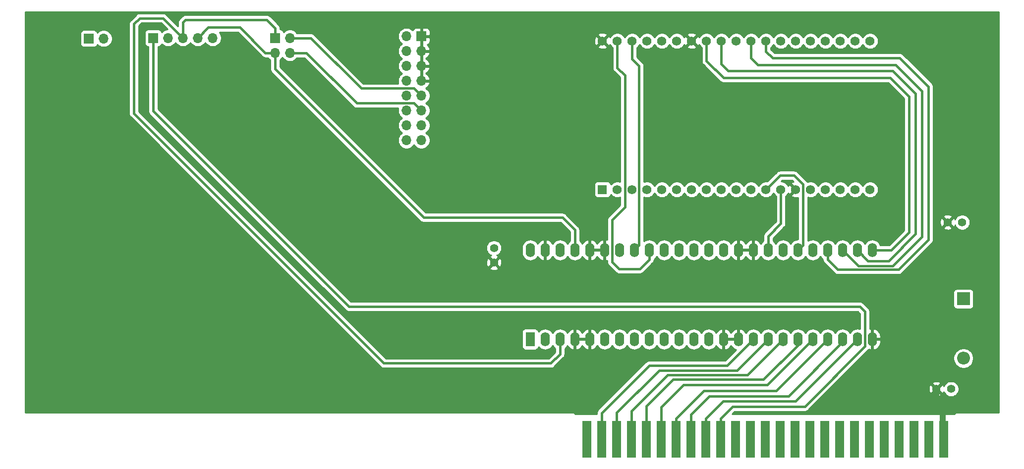
<source format=gbr>
G04 #@! TF.GenerationSoftware,KiCad,Pcbnew,5.1.10-88a1d61d58~88~ubuntu18.04.1*
G04 #@! TF.CreationDate,2021-09-07T17:34:24-07:00*
G04 #@! TF.ProjectId,apple2idiot_new,6170706c-6532-4696-9469-6f745f6e6577,1.1*
G04 #@! TF.SameCoordinates,Original*
G04 #@! TF.FileFunction,Copper,L2,Bot*
G04 #@! TF.FilePolarity,Positive*
%FSLAX46Y46*%
G04 Gerber Fmt 4.6, Leading zero omitted, Abs format (unit mm)*
G04 Created by KiCad (PCBNEW 5.1.10-88a1d61d58~88~ubuntu18.04.1) date 2021-09-07 17:34:24*
%MOMM*%
%LPD*%
G01*
G04 APERTURE LIST*
G04 #@! TA.AperFunction,ComponentPad*
%ADD10C,1.560000*%
G04 #@! TD*
G04 #@! TA.AperFunction,ComponentPad*
%ADD11R,1.560000X1.560000*%
G04 #@! TD*
G04 #@! TA.AperFunction,ComponentPad*
%ADD12C,1.400000*%
G04 #@! TD*
G04 #@! TA.AperFunction,ComponentPad*
%ADD13O,1.700000X1.700000*%
G04 #@! TD*
G04 #@! TA.AperFunction,ComponentPad*
%ADD14R,1.700000X1.700000*%
G04 #@! TD*
G04 #@! TA.AperFunction,ComponentPad*
%ADD15O,2.200000X2.200000*%
G04 #@! TD*
G04 #@! TA.AperFunction,ComponentPad*
%ADD16R,2.200000X2.200000*%
G04 #@! TD*
G04 #@! TA.AperFunction,ComponentPad*
%ADD17O,1.600000X2.400000*%
G04 #@! TD*
G04 #@! TA.AperFunction,ComponentPad*
%ADD18R,1.600000X2.400000*%
G04 #@! TD*
G04 #@! TA.AperFunction,SMDPad,CuDef*
%ADD19R,1.524000X6.350000*%
G04 #@! TD*
G04 #@! TA.AperFunction,ViaPad*
%ADD20C,0.800000*%
G04 #@! TD*
G04 #@! TA.AperFunction,Conductor*
%ADD21C,0.400000*%
G04 #@! TD*
G04 #@! TA.AperFunction,Conductor*
%ADD22C,1.000000*%
G04 #@! TD*
G04 #@! TA.AperFunction,Conductor*
%ADD23C,0.254000*%
G04 #@! TD*
G04 #@! TA.AperFunction,Conductor*
%ADD24C,0.100000*%
G04 #@! TD*
G04 APERTURE END LIST*
D10*
X218660000Y-60400000D03*
X216120000Y-60400000D03*
X213580000Y-60400000D03*
X211040000Y-60400000D03*
X208500000Y-60400000D03*
X205960000Y-60400000D03*
X203420000Y-60400000D03*
X200880000Y-60400000D03*
X198340000Y-60400000D03*
X195800000Y-60400000D03*
X193260000Y-60400000D03*
X190720000Y-60400000D03*
X188180000Y-60400000D03*
X185640000Y-60400000D03*
X183100000Y-60400000D03*
X180560000Y-60400000D03*
X178020000Y-60400000D03*
X175480000Y-60400000D03*
X172940000Y-60400000D03*
X216120000Y-85800000D03*
X213580000Y-85800000D03*
X211040000Y-85800000D03*
X208500000Y-85800000D03*
X205960000Y-85800000D03*
X203420000Y-85800000D03*
X200880000Y-85800000D03*
X198340000Y-85800000D03*
X195800000Y-85800000D03*
X193260000Y-85800000D03*
X190720000Y-85800000D03*
X188180000Y-85800000D03*
X185640000Y-85800000D03*
X183100000Y-85800000D03*
X180560000Y-85800000D03*
X178020000Y-85800000D03*
X218660000Y-85800000D03*
X175480000Y-85800000D03*
D11*
X172940000Y-85800000D03*
D12*
X231900000Y-91400000D03*
X234400000Y-91400000D03*
D13*
X139460000Y-77380000D03*
X142000000Y-77380000D03*
X139460000Y-74840000D03*
X142000000Y-74840000D03*
X139460000Y-72300000D03*
X142000000Y-72300000D03*
X139460000Y-69760000D03*
X142000000Y-69760000D03*
X139460000Y-67220000D03*
X142000000Y-67220000D03*
X139460000Y-64680000D03*
X142000000Y-64680000D03*
X139460000Y-62140000D03*
X142000000Y-62140000D03*
X139460000Y-59600000D03*
D14*
X142000000Y-59600000D03*
D15*
X234600000Y-114660000D03*
D16*
X234600000Y-104500000D03*
D12*
X154400000Y-98300000D03*
X154400000Y-95800000D03*
X230000000Y-119900000D03*
X232500000Y-119900000D03*
D13*
X106360000Y-59900000D03*
X103820000Y-59900000D03*
X101280000Y-59900000D03*
X98740000Y-59900000D03*
D14*
X96200000Y-59900000D03*
D13*
X87740000Y-60000000D03*
D14*
X85200000Y-60000000D03*
D17*
X160600000Y-96160000D03*
X219020000Y-111400000D03*
X163140000Y-96160000D03*
X216480000Y-111400000D03*
X165680000Y-96160000D03*
X213940000Y-111400000D03*
X168220000Y-96160000D03*
X211400000Y-111400000D03*
X170760000Y-96160000D03*
X208860000Y-111400000D03*
X173300000Y-96160000D03*
X206320000Y-111400000D03*
X175840000Y-96160000D03*
X203780000Y-111400000D03*
X178380000Y-96160000D03*
X201240000Y-111400000D03*
X180920000Y-96160000D03*
X198700000Y-111400000D03*
X183460000Y-96160000D03*
X196160000Y-111400000D03*
X186000000Y-96160000D03*
X193620000Y-111400000D03*
X188540000Y-96160000D03*
X191080000Y-111400000D03*
X191080000Y-96160000D03*
X188540000Y-111400000D03*
X193620000Y-96160000D03*
X186000000Y-111400000D03*
X196160000Y-96160000D03*
X183460000Y-111400000D03*
X198700000Y-96160000D03*
X180920000Y-111400000D03*
X201240000Y-96160000D03*
X178380000Y-111400000D03*
X203780000Y-96160000D03*
X175840000Y-111400000D03*
X206320000Y-96160000D03*
X173300000Y-111400000D03*
X208860000Y-96160000D03*
X170760000Y-111400000D03*
X211400000Y-96160000D03*
X168220000Y-111400000D03*
X213940000Y-96160000D03*
X165680000Y-111400000D03*
X216480000Y-96160000D03*
X163140000Y-111400000D03*
X219020000Y-96160000D03*
D18*
X160600000Y-111400000D03*
D13*
X119540000Y-62440000D03*
X117000000Y-62440000D03*
X119540000Y-59900000D03*
D14*
X117000000Y-59900000D03*
D19*
X231230000Y-128500000D03*
X228690000Y-128500000D03*
X226150000Y-128500000D03*
X223610000Y-128500000D03*
X221070000Y-128500000D03*
X218530000Y-128500000D03*
X215990000Y-128500000D03*
X213450000Y-128500000D03*
X210910000Y-128500000D03*
X208370000Y-128500000D03*
X205830000Y-128500000D03*
X203290000Y-128500000D03*
X200750000Y-128500000D03*
X198210000Y-128500000D03*
X195670000Y-128500000D03*
X193130000Y-128500000D03*
X190590000Y-128500000D03*
X188050000Y-128500000D03*
X185510000Y-128500000D03*
X182970000Y-128500000D03*
X180430000Y-128500000D03*
X177890000Y-128500000D03*
X175350000Y-128500000D03*
X172810000Y-128500000D03*
X170270000Y-128500000D03*
D20*
X207300000Y-81100000D03*
D21*
X172810000Y-123990000D02*
X172810000Y-128500000D01*
X180900000Y-115900000D02*
X172810000Y-123990000D01*
X194200000Y-115900000D02*
X180900000Y-115900000D01*
X198700000Y-111400000D02*
X194200000Y-115900000D01*
X175350000Y-123950000D02*
X175350000Y-128500000D01*
X182600000Y-116700000D02*
X175350000Y-123950000D01*
X195940000Y-116700000D02*
X182600000Y-116700000D01*
X201240000Y-111400000D02*
X195940000Y-116700000D01*
X177890000Y-123710000D02*
X177890000Y-128500000D01*
X184100000Y-117500000D02*
X177890000Y-123710000D01*
X197680000Y-117500000D02*
X184100000Y-117500000D01*
X203780000Y-111400000D02*
X197680000Y-117500000D01*
X200400000Y-118300000D02*
X185000000Y-118300000D01*
X180430000Y-122870000D02*
X180430000Y-128500000D01*
X185000000Y-118300000D02*
X180430000Y-122870000D01*
X206320000Y-112380000D02*
X200400000Y-118300000D01*
X206320000Y-111400000D02*
X206320000Y-112380000D01*
X182970000Y-123030000D02*
X182970000Y-128500000D01*
X186800000Y-119200000D02*
X182970000Y-123030000D01*
X201060000Y-119200000D02*
X186800000Y-119200000D01*
X208860000Y-111400000D02*
X201060000Y-119200000D01*
X185510000Y-124925000D02*
X185510000Y-128500000D01*
X190235000Y-120200000D02*
X185510000Y-124925000D01*
X202600000Y-120200000D02*
X190235000Y-120200000D01*
X211400000Y-111400000D02*
X202600000Y-120200000D01*
X188050000Y-124250000D02*
X188050000Y-128500000D01*
X191200000Y-121100000D02*
X188050000Y-124250000D01*
X204700000Y-121100000D02*
X191200000Y-121100000D01*
X213940000Y-111860000D02*
X204700000Y-121100000D01*
X213940000Y-111400000D02*
X213940000Y-111860000D01*
X190590000Y-124925000D02*
X190590000Y-128500000D01*
X193515000Y-122000000D02*
X190590000Y-124925000D01*
X205900000Y-122000000D02*
X193515000Y-122000000D01*
X214879990Y-113020010D02*
X205900000Y-122000000D01*
X214879990Y-113000010D02*
X214879990Y-113020010D01*
X216480000Y-111400000D02*
X214879990Y-113000010D01*
D22*
X231099999Y-128369999D02*
X231099999Y-124200001D01*
X231230000Y-128500000D02*
X231099999Y-128369999D01*
X230000000Y-123100002D02*
X230000000Y-119900000D01*
X231099999Y-124200001D02*
X230000000Y-123100002D01*
D21*
X207300000Y-81100000D02*
X207900000Y-81700000D01*
X207900000Y-81700000D02*
X207900000Y-80200000D01*
X115340000Y-62440000D02*
X117000000Y-62440000D01*
X111000000Y-58100000D02*
X115340000Y-62440000D01*
X105620000Y-58100000D02*
X111000000Y-58100000D01*
X103820000Y-59900000D02*
X105620000Y-58100000D01*
X117000000Y-62440000D02*
X117000000Y-65200000D01*
X117000000Y-65200000D02*
X142400000Y-90600000D01*
X142400000Y-90600000D02*
X166100000Y-90600000D01*
X168220000Y-92720000D02*
X168220000Y-96160000D01*
X166100000Y-90600000D02*
X168220000Y-92720000D01*
X179200001Y-95339999D02*
X179200001Y-64700001D01*
X178380000Y-96160000D02*
X179200001Y-95339999D01*
X178020000Y-63520000D02*
X178020000Y-60400000D01*
X179200001Y-64700001D02*
X178020000Y-63520000D01*
X175480000Y-64980000D02*
X175480000Y-60400000D01*
X176800000Y-66300000D02*
X175480000Y-64980000D01*
X176800000Y-88800000D02*
X176800000Y-66300000D01*
X174600000Y-91000000D02*
X176800000Y-88800000D01*
X174600000Y-98200000D02*
X174600000Y-91000000D01*
X175800000Y-99400000D02*
X174600000Y-98200000D01*
X179300000Y-99400000D02*
X175800000Y-99400000D01*
X180920000Y-97780000D02*
X179300000Y-99400000D01*
X180920000Y-96160000D02*
X180920000Y-97780000D01*
X206320000Y-96160000D02*
X206320000Y-95480000D01*
X101700000Y-56800000D02*
X115600000Y-56800000D01*
X101280000Y-57220000D02*
X101700000Y-56800000D01*
X117000000Y-58200000D02*
X117000000Y-59900000D01*
X115600000Y-56800000D02*
X117000000Y-58200000D01*
X101280000Y-59900000D02*
X101280000Y-57220000D01*
X201240000Y-96160000D02*
X201240000Y-93760000D01*
X203420000Y-91580000D02*
X203420000Y-85800000D01*
X201240000Y-93760000D02*
X203420000Y-91580000D01*
X203280000Y-83400000D02*
X200880000Y-85800000D01*
X205700000Y-83400000D02*
X203280000Y-83400000D01*
X207200000Y-84900000D02*
X205700000Y-83400000D01*
X207200000Y-95280000D02*
X207200000Y-84900000D01*
X206320000Y-96160000D02*
X207200000Y-95280000D01*
X200880000Y-62180000D02*
X200880000Y-60400000D01*
X202000000Y-63300000D02*
X200880000Y-62180000D01*
X223700000Y-63300000D02*
X202000000Y-63300000D01*
X223499990Y-99500010D02*
X228600000Y-94400000D01*
X213140010Y-99500010D02*
X223499990Y-99500010D01*
X211400000Y-97760000D02*
X213140010Y-99500010D01*
X228600000Y-68200000D02*
X223700000Y-63300000D01*
X228600000Y-94400000D02*
X228600000Y-68200000D01*
X211400000Y-96160000D02*
X211400000Y-97760000D01*
X199500000Y-64500000D02*
X198340000Y-63340000D01*
X223000000Y-64500000D02*
X199500000Y-64500000D01*
X227500000Y-69000000D02*
X223000000Y-64500000D01*
X227500000Y-93900000D02*
X227500000Y-69000000D01*
X222500000Y-98900000D02*
X227500000Y-93900000D01*
X198340000Y-63340000D02*
X198340000Y-60400000D01*
X216680000Y-98900000D02*
X222500000Y-98900000D01*
X213940000Y-96160000D02*
X216680000Y-98900000D01*
X194400000Y-65500000D02*
X193260000Y-64360000D01*
X222500000Y-65500000D02*
X194400000Y-65500000D01*
X226400000Y-69400000D02*
X222500000Y-65500000D01*
X226400000Y-93400000D02*
X226400000Y-69400000D01*
X221800000Y-98000000D02*
X226400000Y-93400000D01*
X218320000Y-98000000D02*
X221800000Y-98000000D01*
X193260000Y-64360000D02*
X193260000Y-60400000D01*
X216480000Y-96160000D02*
X218320000Y-98000000D01*
X222100000Y-66700000D02*
X193600000Y-66700000D01*
X190720000Y-63820000D02*
X190720000Y-60400000D01*
X225300000Y-69900000D02*
X222100000Y-66700000D01*
X225300000Y-93100000D02*
X225300000Y-69900000D01*
X193600000Y-66700000D02*
X190720000Y-63820000D01*
X222240000Y-96160000D02*
X225300000Y-93100000D01*
X219020000Y-96160000D02*
X222240000Y-96160000D01*
X193130000Y-124925000D02*
X193130000Y-128500000D01*
X207500000Y-122900000D02*
X195155000Y-122900000D01*
X217800000Y-106700000D02*
X217800000Y-112600000D01*
X216900000Y-105800000D02*
X217800000Y-106700000D01*
X217800000Y-112600000D02*
X207500000Y-122900000D01*
X129600000Y-105800000D02*
X216900000Y-105800000D01*
X96200000Y-72400000D02*
X129600000Y-105800000D01*
X195155000Y-122900000D02*
X193130000Y-124925000D01*
X96200000Y-59900000D02*
X96200000Y-72400000D01*
X165680000Y-113920000D02*
X165680000Y-111400000D01*
X164100000Y-115500000D02*
X165680000Y-113920000D01*
X135600000Y-115500000D02*
X164100000Y-115500000D01*
X92900000Y-57500000D02*
X92900000Y-72800000D01*
X92900000Y-72800000D02*
X135600000Y-115500000D01*
X93900000Y-56500000D02*
X92900000Y-57500000D01*
X97880000Y-56500000D02*
X93900000Y-56500000D01*
X101280000Y-59900000D02*
X97880000Y-56500000D01*
X119540000Y-62440000D02*
X122340000Y-62440000D01*
X140749999Y-71049999D02*
X142000000Y-72300000D01*
X130949999Y-71049999D02*
X140749999Y-71049999D01*
X122340000Y-62440000D02*
X130949999Y-71049999D01*
X119540000Y-59900000D02*
X123100000Y-59900000D01*
X140749999Y-68509999D02*
X142000000Y-69760000D01*
X131709999Y-68509999D02*
X140749999Y-68509999D01*
X123100000Y-59900000D02*
X131709999Y-68509999D01*
D23*
X240640000Y-123927000D02*
X233585419Y-123927000D01*
X233553000Y-123923807D01*
X233520581Y-123927000D01*
X233423617Y-123936550D01*
X233299207Y-123974290D01*
X233184550Y-124035575D01*
X233084052Y-124118052D01*
X233038957Y-124173000D01*
X195062868Y-124173000D01*
X195500868Y-123735000D01*
X207458982Y-123735000D01*
X207500000Y-123739040D01*
X207541018Y-123735000D01*
X207541019Y-123735000D01*
X207663689Y-123722918D01*
X207821087Y-123675172D01*
X207966146Y-123597636D01*
X208093291Y-123493291D01*
X208119446Y-123461421D01*
X210759598Y-120821269D01*
X229258336Y-120821269D01*
X229317797Y-121055037D01*
X229556242Y-121165934D01*
X229811740Y-121228183D01*
X230074473Y-121239390D01*
X230334344Y-121199125D01*
X230581366Y-121108935D01*
X230682203Y-121055037D01*
X230741664Y-120821269D01*
X230000000Y-120079605D01*
X229258336Y-120821269D01*
X210759598Y-120821269D01*
X211606394Y-119974473D01*
X228660610Y-119974473D01*
X228700875Y-120234344D01*
X228791065Y-120481366D01*
X228844963Y-120582203D01*
X229078731Y-120641664D01*
X229820395Y-119900000D01*
X230179605Y-119900000D01*
X230921269Y-120641664D01*
X231155037Y-120582203D01*
X231251592Y-120374596D01*
X231316939Y-120532359D01*
X231463038Y-120751013D01*
X231648987Y-120936962D01*
X231867641Y-121083061D01*
X232110595Y-121183696D01*
X232368514Y-121235000D01*
X232631486Y-121235000D01*
X232889405Y-121183696D01*
X233132359Y-121083061D01*
X233351013Y-120936962D01*
X233536962Y-120751013D01*
X233683061Y-120532359D01*
X233783696Y-120289405D01*
X233835000Y-120031486D01*
X233835000Y-119768514D01*
X233783696Y-119510595D01*
X233683061Y-119267641D01*
X233536962Y-119048987D01*
X233351013Y-118863038D01*
X233132359Y-118716939D01*
X232889405Y-118616304D01*
X232631486Y-118565000D01*
X232368514Y-118565000D01*
X232110595Y-118616304D01*
X231867641Y-118716939D01*
X231648987Y-118863038D01*
X231463038Y-119048987D01*
X231316939Y-119267641D01*
X231249639Y-119430118D01*
X231208935Y-119318634D01*
X231155037Y-119217797D01*
X230921269Y-119158336D01*
X230179605Y-119900000D01*
X229820395Y-119900000D01*
X229078731Y-119158336D01*
X228844963Y-119217797D01*
X228734066Y-119456242D01*
X228671817Y-119711740D01*
X228660610Y-119974473D01*
X211606394Y-119974473D01*
X212602136Y-118978731D01*
X229258336Y-118978731D01*
X230000000Y-119720395D01*
X230741664Y-118978731D01*
X230682203Y-118744963D01*
X230443758Y-118634066D01*
X230188260Y-118571817D01*
X229925527Y-118560610D01*
X229665656Y-118600875D01*
X229418634Y-118691065D01*
X229317797Y-118744963D01*
X229258336Y-118978731D01*
X212602136Y-118978731D01*
X217091751Y-114489117D01*
X232865000Y-114489117D01*
X232865000Y-114830883D01*
X232931675Y-115166081D01*
X233062463Y-115481831D01*
X233252337Y-115765998D01*
X233494002Y-116007663D01*
X233778169Y-116197537D01*
X234093919Y-116328325D01*
X234429117Y-116395000D01*
X234770883Y-116395000D01*
X235106081Y-116328325D01*
X235421831Y-116197537D01*
X235705998Y-116007663D01*
X235947663Y-115765998D01*
X236137537Y-115481831D01*
X236268325Y-115166081D01*
X236335000Y-114830883D01*
X236335000Y-114489117D01*
X236268325Y-114153919D01*
X236137537Y-113838169D01*
X235947663Y-113554002D01*
X235705998Y-113312337D01*
X235421831Y-113122463D01*
X235106081Y-112991675D01*
X234770883Y-112925000D01*
X234429117Y-112925000D01*
X234093919Y-112991675D01*
X233778169Y-113122463D01*
X233494002Y-113312337D01*
X233252337Y-113554002D01*
X233062463Y-113838169D01*
X232931675Y-114153919D01*
X232865000Y-114489117D01*
X217091751Y-114489117D01*
X218361432Y-113219437D01*
X218393291Y-113193291D01*
X218424575Y-113155172D01*
X218455273Y-113117766D01*
X218588182Y-113174367D01*
X218670961Y-113191904D01*
X218893000Y-113069915D01*
X218893000Y-111527000D01*
X219147000Y-111527000D01*
X219147000Y-113069915D01*
X219369039Y-113191904D01*
X219451818Y-113174367D01*
X219711646Y-113063715D01*
X219944895Y-112904500D01*
X220142601Y-112702839D01*
X220297166Y-112466483D01*
X220402650Y-112204514D01*
X220455000Y-111927000D01*
X220455000Y-111527000D01*
X219147000Y-111527000D01*
X218893000Y-111527000D01*
X218873000Y-111527000D01*
X218873000Y-111273000D01*
X218893000Y-111273000D01*
X218893000Y-109730085D01*
X219147000Y-109730085D01*
X219147000Y-111273000D01*
X220455000Y-111273000D01*
X220455000Y-110873000D01*
X220402650Y-110595486D01*
X220297166Y-110333517D01*
X220142601Y-110097161D01*
X219944895Y-109895500D01*
X219711646Y-109736285D01*
X219451818Y-109625633D01*
X219369039Y-109608096D01*
X219147000Y-109730085D01*
X218893000Y-109730085D01*
X218670961Y-109608096D01*
X218635000Y-109615714D01*
X218635000Y-106741015D01*
X218639040Y-106699999D01*
X218626745Y-106575172D01*
X218622918Y-106536311D01*
X218575172Y-106378913D01*
X218497636Y-106233854D01*
X218393291Y-106106709D01*
X218361427Y-106080560D01*
X217519446Y-105238579D01*
X217493291Y-105206709D01*
X217366146Y-105102364D01*
X217221087Y-105024828D01*
X217063689Y-104977082D01*
X216941019Y-104965000D01*
X216941018Y-104965000D01*
X216900000Y-104960960D01*
X216858982Y-104965000D01*
X129945868Y-104965000D01*
X128380868Y-103400000D01*
X232861928Y-103400000D01*
X232861928Y-105600000D01*
X232874188Y-105724482D01*
X232910498Y-105844180D01*
X232969463Y-105954494D01*
X233048815Y-106051185D01*
X233145506Y-106130537D01*
X233255820Y-106189502D01*
X233375518Y-106225812D01*
X233500000Y-106238072D01*
X235700000Y-106238072D01*
X235824482Y-106225812D01*
X235944180Y-106189502D01*
X236054494Y-106130537D01*
X236151185Y-106051185D01*
X236230537Y-105954494D01*
X236289502Y-105844180D01*
X236325812Y-105724482D01*
X236338072Y-105600000D01*
X236338072Y-103400000D01*
X236325812Y-103275518D01*
X236289502Y-103155820D01*
X236230537Y-103045506D01*
X236151185Y-102948815D01*
X236054494Y-102869463D01*
X235944180Y-102810498D01*
X235824482Y-102774188D01*
X235700000Y-102761928D01*
X233500000Y-102761928D01*
X233375518Y-102774188D01*
X233255820Y-102810498D01*
X233145506Y-102869463D01*
X233048815Y-102948815D01*
X232969463Y-103045506D01*
X232910498Y-103155820D01*
X232874188Y-103275518D01*
X232861928Y-103400000D01*
X128380868Y-103400000D01*
X124202137Y-99221269D01*
X153658336Y-99221269D01*
X153717797Y-99455037D01*
X153956242Y-99565934D01*
X154211740Y-99628183D01*
X154474473Y-99639390D01*
X154734344Y-99599125D01*
X154981366Y-99508935D01*
X155082203Y-99455037D01*
X155141664Y-99221269D01*
X154400000Y-98479605D01*
X153658336Y-99221269D01*
X124202137Y-99221269D01*
X123355341Y-98374473D01*
X153060610Y-98374473D01*
X153100875Y-98634344D01*
X153191065Y-98881366D01*
X153244963Y-98982203D01*
X153478731Y-99041664D01*
X154220395Y-98300000D01*
X154579605Y-98300000D01*
X155321269Y-99041664D01*
X155555037Y-98982203D01*
X155665934Y-98743758D01*
X155728183Y-98488260D01*
X155739390Y-98225527D01*
X155699125Y-97965656D01*
X155608935Y-97718634D01*
X155555037Y-97617797D01*
X155321269Y-97558336D01*
X154579605Y-98300000D01*
X154220395Y-98300000D01*
X153478731Y-97558336D01*
X153244963Y-97617797D01*
X153134066Y-97856242D01*
X153071817Y-98111740D01*
X153060610Y-98374473D01*
X123355341Y-98374473D01*
X120649382Y-95668514D01*
X153065000Y-95668514D01*
X153065000Y-95931486D01*
X153116304Y-96189405D01*
X153216939Y-96432359D01*
X153363038Y-96651013D01*
X153548987Y-96836962D01*
X153767641Y-96983061D01*
X153930118Y-97050361D01*
X153818634Y-97091065D01*
X153717797Y-97144963D01*
X153658336Y-97378731D01*
X154400000Y-98120395D01*
X155141664Y-97378731D01*
X155082203Y-97144963D01*
X154874596Y-97048408D01*
X155032359Y-96983061D01*
X155251013Y-96836962D01*
X155436962Y-96651013D01*
X155583061Y-96432359D01*
X155683696Y-96189405D01*
X155735000Y-95931486D01*
X155735000Y-95689509D01*
X159165000Y-95689509D01*
X159165000Y-96630492D01*
X159185764Y-96841309D01*
X159267818Y-97111808D01*
X159401068Y-97361101D01*
X159580393Y-97579608D01*
X159798900Y-97758932D01*
X160048193Y-97892182D01*
X160318692Y-97974236D01*
X160600000Y-98001943D01*
X160881309Y-97974236D01*
X161151808Y-97892182D01*
X161401101Y-97758932D01*
X161619608Y-97579608D01*
X161798932Y-97361101D01*
X161867265Y-97233259D01*
X162017399Y-97462839D01*
X162215105Y-97664500D01*
X162448354Y-97823715D01*
X162708182Y-97934367D01*
X162790961Y-97951904D01*
X163013000Y-97829915D01*
X163013000Y-96287000D01*
X162993000Y-96287000D01*
X162993000Y-96033000D01*
X163013000Y-96033000D01*
X163013000Y-94490085D01*
X162790961Y-94368096D01*
X162708182Y-94385633D01*
X162448354Y-94496285D01*
X162215105Y-94655500D01*
X162017399Y-94857161D01*
X161867265Y-95086741D01*
X161798932Y-94958899D01*
X161619607Y-94740392D01*
X161401100Y-94561068D01*
X161151807Y-94427818D01*
X160881308Y-94345764D01*
X160600000Y-94318057D01*
X160318691Y-94345764D01*
X160048192Y-94427818D01*
X159798899Y-94561068D01*
X159580392Y-94740393D01*
X159401068Y-94958900D01*
X159267818Y-95208193D01*
X159185764Y-95478692D01*
X159165000Y-95689509D01*
X155735000Y-95689509D01*
X155735000Y-95668514D01*
X155683696Y-95410595D01*
X155583061Y-95167641D01*
X155436962Y-94948987D01*
X155251013Y-94763038D01*
X155032359Y-94616939D01*
X154789405Y-94516304D01*
X154531486Y-94465000D01*
X154268514Y-94465000D01*
X154010595Y-94516304D01*
X153767641Y-94616939D01*
X153548987Y-94763038D01*
X153363038Y-94948987D01*
X153216939Y-95167641D01*
X153116304Y-95410595D01*
X153065000Y-95668514D01*
X120649382Y-95668514D01*
X97035000Y-72054133D01*
X97035000Y-61388072D01*
X97050000Y-61388072D01*
X97174482Y-61375812D01*
X97294180Y-61339502D01*
X97404494Y-61280537D01*
X97501185Y-61201185D01*
X97580537Y-61104494D01*
X97639502Y-60994180D01*
X97661513Y-60921620D01*
X97793368Y-61053475D01*
X98036589Y-61215990D01*
X98306842Y-61327932D01*
X98593740Y-61385000D01*
X98886260Y-61385000D01*
X99173158Y-61327932D01*
X99443411Y-61215990D01*
X99686632Y-61053475D01*
X99893475Y-60846632D01*
X100010000Y-60672240D01*
X100126525Y-60846632D01*
X100333368Y-61053475D01*
X100576589Y-61215990D01*
X100846842Y-61327932D01*
X101133740Y-61385000D01*
X101426260Y-61385000D01*
X101713158Y-61327932D01*
X101983411Y-61215990D01*
X102226632Y-61053475D01*
X102433475Y-60846632D01*
X102550000Y-60672240D01*
X102666525Y-60846632D01*
X102873368Y-61053475D01*
X103116589Y-61215990D01*
X103386842Y-61327932D01*
X103673740Y-61385000D01*
X103966260Y-61385000D01*
X104253158Y-61327932D01*
X104523411Y-61215990D01*
X104766632Y-61053475D01*
X104973475Y-60846632D01*
X105090000Y-60672240D01*
X105206525Y-60846632D01*
X105413368Y-61053475D01*
X105656589Y-61215990D01*
X105926842Y-61327932D01*
X106213740Y-61385000D01*
X106506260Y-61385000D01*
X106793158Y-61327932D01*
X107063411Y-61215990D01*
X107306632Y-61053475D01*
X107513475Y-60846632D01*
X107675990Y-60603411D01*
X107787932Y-60333158D01*
X107845000Y-60046260D01*
X107845000Y-59753740D01*
X107787932Y-59466842D01*
X107675990Y-59196589D01*
X107513475Y-58953368D01*
X107495107Y-58935000D01*
X110654133Y-58935000D01*
X114720563Y-63001432D01*
X114746709Y-63033291D01*
X114778568Y-63059437D01*
X114778570Y-63059439D01*
X114873854Y-63137636D01*
X115018913Y-63215172D01*
X115176311Y-63262918D01*
X115340000Y-63279040D01*
X115381018Y-63275000D01*
X115771935Y-63275000D01*
X115846525Y-63386632D01*
X116053368Y-63593475D01*
X116165000Y-63668065D01*
X116165001Y-65158972D01*
X116160960Y-65200000D01*
X116177082Y-65363688D01*
X116224828Y-65521086D01*
X116302364Y-65666145D01*
X116313955Y-65680269D01*
X116406710Y-65793291D01*
X116438574Y-65819441D01*
X141780559Y-91161427D01*
X141806709Y-91193291D01*
X141933854Y-91297636D01*
X142078913Y-91375172D01*
X142236311Y-91422918D01*
X142358981Y-91435000D01*
X142358991Y-91435000D01*
X142399999Y-91439039D01*
X142441007Y-91435000D01*
X165754133Y-91435000D01*
X167385000Y-93065869D01*
X167385001Y-94588888D01*
X167200392Y-94740393D01*
X167021068Y-94958900D01*
X166950000Y-95091858D01*
X166878932Y-94958899D01*
X166699607Y-94740392D01*
X166481100Y-94561068D01*
X166231807Y-94427818D01*
X165961308Y-94345764D01*
X165680000Y-94318057D01*
X165398691Y-94345764D01*
X165128192Y-94427818D01*
X164878899Y-94561068D01*
X164660392Y-94740393D01*
X164481068Y-94958900D01*
X164412735Y-95086742D01*
X164262601Y-94857161D01*
X164064895Y-94655500D01*
X163831646Y-94496285D01*
X163571818Y-94385633D01*
X163489039Y-94368096D01*
X163267000Y-94490085D01*
X163267000Y-96033000D01*
X163287000Y-96033000D01*
X163287000Y-96287000D01*
X163267000Y-96287000D01*
X163267000Y-97829915D01*
X163489039Y-97951904D01*
X163571818Y-97934367D01*
X163831646Y-97823715D01*
X164064895Y-97664500D01*
X164262601Y-97462839D01*
X164412735Y-97233259D01*
X164481068Y-97361101D01*
X164660393Y-97579608D01*
X164878900Y-97758932D01*
X165128193Y-97892182D01*
X165398692Y-97974236D01*
X165680000Y-98001943D01*
X165961309Y-97974236D01*
X166231808Y-97892182D01*
X166481101Y-97758932D01*
X166699608Y-97579608D01*
X166878932Y-97361101D01*
X166950000Y-97228142D01*
X167021068Y-97361101D01*
X167200393Y-97579608D01*
X167418900Y-97758932D01*
X167668193Y-97892182D01*
X167938692Y-97974236D01*
X168220000Y-98001943D01*
X168501309Y-97974236D01*
X168771808Y-97892182D01*
X169021101Y-97758932D01*
X169239608Y-97579608D01*
X169418932Y-97361101D01*
X169487265Y-97233259D01*
X169637399Y-97462839D01*
X169835105Y-97664500D01*
X170068354Y-97823715D01*
X170328182Y-97934367D01*
X170410961Y-97951904D01*
X170633000Y-97829915D01*
X170633000Y-96287000D01*
X170887000Y-96287000D01*
X170887000Y-97829915D01*
X171109039Y-97951904D01*
X171191818Y-97934367D01*
X171451646Y-97823715D01*
X171684895Y-97664500D01*
X171882601Y-97462839D01*
X172030000Y-97237441D01*
X172177399Y-97462839D01*
X172375105Y-97664500D01*
X172608354Y-97823715D01*
X172868182Y-97934367D01*
X172950961Y-97951904D01*
X173173000Y-97829915D01*
X173173000Y-96287000D01*
X170887000Y-96287000D01*
X170633000Y-96287000D01*
X170613000Y-96287000D01*
X170613000Y-96033000D01*
X170633000Y-96033000D01*
X170633000Y-94490085D01*
X170887000Y-94490085D01*
X170887000Y-96033000D01*
X173173000Y-96033000D01*
X173173000Y-94490085D01*
X172950961Y-94368096D01*
X172868182Y-94385633D01*
X172608354Y-94496285D01*
X172375105Y-94655500D01*
X172177399Y-94857161D01*
X172030000Y-95082559D01*
X171882601Y-94857161D01*
X171684895Y-94655500D01*
X171451646Y-94496285D01*
X171191818Y-94385633D01*
X171109039Y-94368096D01*
X170887000Y-94490085D01*
X170633000Y-94490085D01*
X170410961Y-94368096D01*
X170328182Y-94385633D01*
X170068354Y-94496285D01*
X169835105Y-94655500D01*
X169637399Y-94857161D01*
X169487265Y-95086741D01*
X169418932Y-94958899D01*
X169239607Y-94740392D01*
X169055000Y-94588889D01*
X169055000Y-92761018D01*
X169059040Y-92720000D01*
X169042918Y-92556312D01*
X169042532Y-92555037D01*
X168995172Y-92398913D01*
X168917636Y-92253854D01*
X168813291Y-92126709D01*
X168781433Y-92100564D01*
X166719446Y-90038579D01*
X166693291Y-90006709D01*
X166566146Y-89902364D01*
X166421087Y-89824828D01*
X166263689Y-89777082D01*
X166141019Y-89765000D01*
X166141018Y-89765000D01*
X166100000Y-89760960D01*
X166058982Y-89765000D01*
X142745868Y-89765000D01*
X138000868Y-85020000D01*
X171521928Y-85020000D01*
X171521928Y-86580000D01*
X171534188Y-86704482D01*
X171570498Y-86824180D01*
X171629463Y-86934494D01*
X171708815Y-87031185D01*
X171805506Y-87110537D01*
X171915820Y-87169502D01*
X172035518Y-87205812D01*
X172160000Y-87218072D01*
X173720000Y-87218072D01*
X173844482Y-87205812D01*
X173964180Y-87169502D01*
X174074494Y-87110537D01*
X174171185Y-87031185D01*
X174250537Y-86934494D01*
X174309502Y-86824180D01*
X174345812Y-86704482D01*
X174350531Y-86656564D01*
X174380897Y-86702010D01*
X174577990Y-86899103D01*
X174809746Y-87053957D01*
X175067260Y-87160623D01*
X175340635Y-87215000D01*
X175619365Y-87215000D01*
X175892740Y-87160623D01*
X175965000Y-87130692D01*
X175965000Y-88454131D01*
X174038574Y-90380559D01*
X174006710Y-90406709D01*
X173980562Y-90438571D01*
X173902364Y-90533855D01*
X173824828Y-90678914D01*
X173777082Y-90836312D01*
X173760960Y-91000000D01*
X173765001Y-91041028D01*
X173765001Y-94399764D01*
X173731818Y-94385633D01*
X173649039Y-94368096D01*
X173427000Y-94490085D01*
X173427000Y-96033000D01*
X173447000Y-96033000D01*
X173447000Y-96287000D01*
X173427000Y-96287000D01*
X173427000Y-97829915D01*
X173649039Y-97951904D01*
X173731818Y-97934367D01*
X173765000Y-97920236D01*
X173765000Y-98158981D01*
X173760960Y-98200000D01*
X173765000Y-98241018D01*
X173777082Y-98363688D01*
X173824828Y-98521086D01*
X173902364Y-98666145D01*
X174006709Y-98793291D01*
X174038579Y-98819446D01*
X175180558Y-99961426D01*
X175206709Y-99993291D01*
X175333854Y-100097636D01*
X175478913Y-100175172D01*
X175636311Y-100222918D01*
X175758981Y-100235000D01*
X175758991Y-100235000D01*
X175799999Y-100239039D01*
X175841007Y-100235000D01*
X179258982Y-100235000D01*
X179300000Y-100239040D01*
X179341018Y-100235000D01*
X179341019Y-100235000D01*
X179463689Y-100222918D01*
X179621087Y-100175172D01*
X179766146Y-100097636D01*
X179893291Y-99993291D01*
X179919446Y-99961421D01*
X181481426Y-98399441D01*
X181513291Y-98373291D01*
X181617636Y-98246146D01*
X181695172Y-98101087D01*
X181742918Y-97943689D01*
X181755000Y-97821019D01*
X181759040Y-97780000D01*
X181755000Y-97738982D01*
X181755000Y-97731112D01*
X181939608Y-97579608D01*
X182118932Y-97361101D01*
X182190000Y-97228142D01*
X182261068Y-97361101D01*
X182440393Y-97579608D01*
X182658900Y-97758932D01*
X182908193Y-97892182D01*
X183178692Y-97974236D01*
X183460000Y-98001943D01*
X183741309Y-97974236D01*
X184011808Y-97892182D01*
X184261101Y-97758932D01*
X184479608Y-97579608D01*
X184658932Y-97361101D01*
X184730000Y-97228142D01*
X184801068Y-97361101D01*
X184980393Y-97579608D01*
X185198900Y-97758932D01*
X185448193Y-97892182D01*
X185718692Y-97974236D01*
X186000000Y-98001943D01*
X186281309Y-97974236D01*
X186551808Y-97892182D01*
X186801101Y-97758932D01*
X187019608Y-97579608D01*
X187198932Y-97361101D01*
X187270000Y-97228142D01*
X187341068Y-97361101D01*
X187520393Y-97579608D01*
X187738900Y-97758932D01*
X187988193Y-97892182D01*
X188258692Y-97974236D01*
X188540000Y-98001943D01*
X188821309Y-97974236D01*
X189091808Y-97892182D01*
X189341101Y-97758932D01*
X189559608Y-97579608D01*
X189738932Y-97361101D01*
X189810000Y-97228142D01*
X189881068Y-97361101D01*
X190060393Y-97579608D01*
X190278900Y-97758932D01*
X190528193Y-97892182D01*
X190798692Y-97974236D01*
X191080000Y-98001943D01*
X191361309Y-97974236D01*
X191631808Y-97892182D01*
X191881101Y-97758932D01*
X192099608Y-97579608D01*
X192278932Y-97361101D01*
X192350000Y-97228142D01*
X192421068Y-97361101D01*
X192600393Y-97579608D01*
X192818900Y-97758932D01*
X193068193Y-97892182D01*
X193338692Y-97974236D01*
X193620000Y-98001943D01*
X193901309Y-97974236D01*
X194171808Y-97892182D01*
X194421101Y-97758932D01*
X194639608Y-97579608D01*
X194818932Y-97361101D01*
X194887265Y-97233259D01*
X195037399Y-97462839D01*
X195235105Y-97664500D01*
X195468354Y-97823715D01*
X195728182Y-97934367D01*
X195810961Y-97951904D01*
X196033000Y-97829915D01*
X196033000Y-96287000D01*
X196287000Y-96287000D01*
X196287000Y-97829915D01*
X196509039Y-97951904D01*
X196591818Y-97934367D01*
X196851646Y-97823715D01*
X197084895Y-97664500D01*
X197282601Y-97462839D01*
X197430000Y-97237441D01*
X197577399Y-97462839D01*
X197775105Y-97664500D01*
X198008354Y-97823715D01*
X198268182Y-97934367D01*
X198350961Y-97951904D01*
X198573000Y-97829915D01*
X198573000Y-96287000D01*
X196287000Y-96287000D01*
X196033000Y-96287000D01*
X196013000Y-96287000D01*
X196013000Y-96033000D01*
X196033000Y-96033000D01*
X196033000Y-94490085D01*
X196287000Y-94490085D01*
X196287000Y-96033000D01*
X198573000Y-96033000D01*
X198573000Y-94490085D01*
X198350961Y-94368096D01*
X198268182Y-94385633D01*
X198008354Y-94496285D01*
X197775105Y-94655500D01*
X197577399Y-94857161D01*
X197430000Y-95082559D01*
X197282601Y-94857161D01*
X197084895Y-94655500D01*
X196851646Y-94496285D01*
X196591818Y-94385633D01*
X196509039Y-94368096D01*
X196287000Y-94490085D01*
X196033000Y-94490085D01*
X195810961Y-94368096D01*
X195728182Y-94385633D01*
X195468354Y-94496285D01*
X195235105Y-94655500D01*
X195037399Y-94857161D01*
X194887265Y-95086741D01*
X194818932Y-94958899D01*
X194639607Y-94740392D01*
X194421100Y-94561068D01*
X194171807Y-94427818D01*
X193901308Y-94345764D01*
X193620000Y-94318057D01*
X193338691Y-94345764D01*
X193068192Y-94427818D01*
X192818899Y-94561068D01*
X192600392Y-94740393D01*
X192421068Y-94958900D01*
X192350000Y-95091858D01*
X192278932Y-94958899D01*
X192099607Y-94740392D01*
X191881100Y-94561068D01*
X191631807Y-94427818D01*
X191361308Y-94345764D01*
X191080000Y-94318057D01*
X190798691Y-94345764D01*
X190528192Y-94427818D01*
X190278899Y-94561068D01*
X190060392Y-94740393D01*
X189881068Y-94958900D01*
X189810000Y-95091858D01*
X189738932Y-94958899D01*
X189559607Y-94740392D01*
X189341100Y-94561068D01*
X189091807Y-94427818D01*
X188821308Y-94345764D01*
X188540000Y-94318057D01*
X188258691Y-94345764D01*
X187988192Y-94427818D01*
X187738899Y-94561068D01*
X187520392Y-94740393D01*
X187341068Y-94958900D01*
X187270000Y-95091858D01*
X187198932Y-94958899D01*
X187019607Y-94740392D01*
X186801100Y-94561068D01*
X186551807Y-94427818D01*
X186281308Y-94345764D01*
X186000000Y-94318057D01*
X185718691Y-94345764D01*
X185448192Y-94427818D01*
X185198899Y-94561068D01*
X184980392Y-94740393D01*
X184801068Y-94958900D01*
X184730000Y-95091858D01*
X184658932Y-94958899D01*
X184479607Y-94740392D01*
X184261100Y-94561068D01*
X184011807Y-94427818D01*
X183741308Y-94345764D01*
X183460000Y-94318057D01*
X183178691Y-94345764D01*
X182908192Y-94427818D01*
X182658899Y-94561068D01*
X182440392Y-94740393D01*
X182261068Y-94958900D01*
X182190000Y-95091858D01*
X182118932Y-94958899D01*
X181939607Y-94740392D01*
X181721100Y-94561068D01*
X181471807Y-94427818D01*
X181201308Y-94345764D01*
X180920000Y-94318057D01*
X180638691Y-94345764D01*
X180368192Y-94427818D01*
X180118899Y-94561068D01*
X180035001Y-94629922D01*
X180035001Y-87114124D01*
X180147260Y-87160623D01*
X180420635Y-87215000D01*
X180699365Y-87215000D01*
X180972740Y-87160623D01*
X181230254Y-87053957D01*
X181462010Y-86899103D01*
X181659103Y-86702010D01*
X181813957Y-86470254D01*
X181830000Y-86431523D01*
X181846043Y-86470254D01*
X182000897Y-86702010D01*
X182197990Y-86899103D01*
X182429746Y-87053957D01*
X182687260Y-87160623D01*
X182960635Y-87215000D01*
X183239365Y-87215000D01*
X183512740Y-87160623D01*
X183770254Y-87053957D01*
X184002010Y-86899103D01*
X184199103Y-86702010D01*
X184353957Y-86470254D01*
X184370000Y-86431523D01*
X184386043Y-86470254D01*
X184540897Y-86702010D01*
X184737990Y-86899103D01*
X184969746Y-87053957D01*
X185227260Y-87160623D01*
X185500635Y-87215000D01*
X185779365Y-87215000D01*
X186052740Y-87160623D01*
X186310254Y-87053957D01*
X186542010Y-86899103D01*
X186739103Y-86702010D01*
X186893957Y-86470254D01*
X186910000Y-86431523D01*
X186926043Y-86470254D01*
X187080897Y-86702010D01*
X187277990Y-86899103D01*
X187509746Y-87053957D01*
X187767260Y-87160623D01*
X188040635Y-87215000D01*
X188319365Y-87215000D01*
X188592740Y-87160623D01*
X188850254Y-87053957D01*
X189082010Y-86899103D01*
X189279103Y-86702010D01*
X189433957Y-86470254D01*
X189450000Y-86431523D01*
X189466043Y-86470254D01*
X189620897Y-86702010D01*
X189817990Y-86899103D01*
X190049746Y-87053957D01*
X190307260Y-87160623D01*
X190580635Y-87215000D01*
X190859365Y-87215000D01*
X191132740Y-87160623D01*
X191390254Y-87053957D01*
X191622010Y-86899103D01*
X191819103Y-86702010D01*
X191973957Y-86470254D01*
X191990000Y-86431523D01*
X192006043Y-86470254D01*
X192160897Y-86702010D01*
X192357990Y-86899103D01*
X192589746Y-87053957D01*
X192847260Y-87160623D01*
X193120635Y-87215000D01*
X193399365Y-87215000D01*
X193672740Y-87160623D01*
X193930254Y-87053957D01*
X194162010Y-86899103D01*
X194359103Y-86702010D01*
X194513957Y-86470254D01*
X194530000Y-86431523D01*
X194546043Y-86470254D01*
X194700897Y-86702010D01*
X194897990Y-86899103D01*
X195129746Y-87053957D01*
X195387260Y-87160623D01*
X195660635Y-87215000D01*
X195939365Y-87215000D01*
X196212740Y-87160623D01*
X196470254Y-87053957D01*
X196702010Y-86899103D01*
X196899103Y-86702010D01*
X197053957Y-86470254D01*
X197070000Y-86431523D01*
X197086043Y-86470254D01*
X197240897Y-86702010D01*
X197437990Y-86899103D01*
X197669746Y-87053957D01*
X197927260Y-87160623D01*
X198200635Y-87215000D01*
X198479365Y-87215000D01*
X198752740Y-87160623D01*
X199010254Y-87053957D01*
X199242010Y-86899103D01*
X199439103Y-86702010D01*
X199593957Y-86470254D01*
X199610000Y-86431523D01*
X199626043Y-86470254D01*
X199780897Y-86702010D01*
X199977990Y-86899103D01*
X200209746Y-87053957D01*
X200467260Y-87160623D01*
X200740635Y-87215000D01*
X201019365Y-87215000D01*
X201292740Y-87160623D01*
X201550254Y-87053957D01*
X201782010Y-86899103D01*
X201979103Y-86702010D01*
X202133957Y-86470254D01*
X202150000Y-86431523D01*
X202166043Y-86470254D01*
X202320897Y-86702010D01*
X202517990Y-86899103D01*
X202585001Y-86943878D01*
X202585000Y-91234131D01*
X200678574Y-93140559D01*
X200646710Y-93166709D01*
X200620562Y-93198571D01*
X200542364Y-93293855D01*
X200464828Y-93438914D01*
X200417082Y-93596312D01*
X200400960Y-93760000D01*
X200405001Y-93801028D01*
X200405001Y-94588888D01*
X200220392Y-94740393D01*
X200041068Y-94958900D01*
X199972735Y-95086742D01*
X199822601Y-94857161D01*
X199624895Y-94655500D01*
X199391646Y-94496285D01*
X199131818Y-94385633D01*
X199049039Y-94368096D01*
X198827000Y-94490085D01*
X198827000Y-96033000D01*
X198847000Y-96033000D01*
X198847000Y-96287000D01*
X198827000Y-96287000D01*
X198827000Y-97829915D01*
X199049039Y-97951904D01*
X199131818Y-97934367D01*
X199391646Y-97823715D01*
X199624895Y-97664500D01*
X199822601Y-97462839D01*
X199972735Y-97233259D01*
X200041068Y-97361101D01*
X200220393Y-97579608D01*
X200438900Y-97758932D01*
X200688193Y-97892182D01*
X200958692Y-97974236D01*
X201240000Y-98001943D01*
X201521309Y-97974236D01*
X201791808Y-97892182D01*
X202041101Y-97758932D01*
X202259608Y-97579608D01*
X202438932Y-97361101D01*
X202510000Y-97228142D01*
X202581068Y-97361101D01*
X202760393Y-97579608D01*
X202978900Y-97758932D01*
X203228193Y-97892182D01*
X203498692Y-97974236D01*
X203780000Y-98001943D01*
X204061309Y-97974236D01*
X204331808Y-97892182D01*
X204581101Y-97758932D01*
X204799608Y-97579608D01*
X204978932Y-97361101D01*
X205050000Y-97228142D01*
X205121068Y-97361101D01*
X205300393Y-97579608D01*
X205518900Y-97758932D01*
X205768193Y-97892182D01*
X206038692Y-97974236D01*
X206320000Y-98001943D01*
X206601309Y-97974236D01*
X206871808Y-97892182D01*
X207121101Y-97758932D01*
X207339608Y-97579608D01*
X207518932Y-97361101D01*
X207590000Y-97228142D01*
X207661068Y-97361101D01*
X207840393Y-97579608D01*
X208058900Y-97758932D01*
X208308193Y-97892182D01*
X208578692Y-97974236D01*
X208860000Y-98001943D01*
X209141309Y-97974236D01*
X209411808Y-97892182D01*
X209661101Y-97758932D01*
X209879608Y-97579608D01*
X210058932Y-97361101D01*
X210130000Y-97228142D01*
X210201068Y-97361101D01*
X210380393Y-97579608D01*
X210563895Y-97730204D01*
X210560960Y-97760000D01*
X210577082Y-97923688D01*
X210624828Y-98081086D01*
X210702364Y-98226145D01*
X210725907Y-98254832D01*
X210806710Y-98353291D01*
X210838574Y-98379441D01*
X212520573Y-100061442D01*
X212546719Y-100093301D01*
X212673864Y-100197646D01*
X212818923Y-100275182D01*
X212976321Y-100322928D01*
X213098991Y-100335010D01*
X213098992Y-100335010D01*
X213140010Y-100339050D01*
X213181028Y-100335010D01*
X223458972Y-100335010D01*
X223499990Y-100339050D01*
X223541008Y-100335010D01*
X223541009Y-100335010D01*
X223663679Y-100322928D01*
X223821077Y-100275182D01*
X223966136Y-100197646D01*
X224093281Y-100093301D01*
X224119436Y-100061431D01*
X229161428Y-95019440D01*
X229193291Y-94993291D01*
X229297636Y-94866146D01*
X229375172Y-94721087D01*
X229422918Y-94563689D01*
X229435000Y-94441019D01*
X229435000Y-94441009D01*
X229439039Y-94400001D01*
X229435000Y-94358993D01*
X229435000Y-92321269D01*
X231158336Y-92321269D01*
X231217797Y-92555037D01*
X231456242Y-92665934D01*
X231711740Y-92728183D01*
X231974473Y-92739390D01*
X232234344Y-92699125D01*
X232481366Y-92608935D01*
X232582203Y-92555037D01*
X232641664Y-92321269D01*
X231900000Y-91579605D01*
X231158336Y-92321269D01*
X229435000Y-92321269D01*
X229435000Y-91474473D01*
X230560610Y-91474473D01*
X230600875Y-91734344D01*
X230691065Y-91981366D01*
X230744963Y-92082203D01*
X230978731Y-92141664D01*
X231720395Y-91400000D01*
X232079605Y-91400000D01*
X232821269Y-92141664D01*
X233055037Y-92082203D01*
X233151592Y-91874596D01*
X233216939Y-92032359D01*
X233363038Y-92251013D01*
X233548987Y-92436962D01*
X233767641Y-92583061D01*
X234010595Y-92683696D01*
X234268514Y-92735000D01*
X234531486Y-92735000D01*
X234789405Y-92683696D01*
X235032359Y-92583061D01*
X235251013Y-92436962D01*
X235436962Y-92251013D01*
X235583061Y-92032359D01*
X235683696Y-91789405D01*
X235735000Y-91531486D01*
X235735000Y-91268514D01*
X235683696Y-91010595D01*
X235583061Y-90767641D01*
X235436962Y-90548987D01*
X235251013Y-90363038D01*
X235032359Y-90216939D01*
X234789405Y-90116304D01*
X234531486Y-90065000D01*
X234268514Y-90065000D01*
X234010595Y-90116304D01*
X233767641Y-90216939D01*
X233548987Y-90363038D01*
X233363038Y-90548987D01*
X233216939Y-90767641D01*
X233149639Y-90930118D01*
X233108935Y-90818634D01*
X233055037Y-90717797D01*
X232821269Y-90658336D01*
X232079605Y-91400000D01*
X231720395Y-91400000D01*
X230978731Y-90658336D01*
X230744963Y-90717797D01*
X230634066Y-90956242D01*
X230571817Y-91211740D01*
X230560610Y-91474473D01*
X229435000Y-91474473D01*
X229435000Y-90478731D01*
X231158336Y-90478731D01*
X231900000Y-91220395D01*
X232641664Y-90478731D01*
X232582203Y-90244963D01*
X232343758Y-90134066D01*
X232088260Y-90071817D01*
X231825527Y-90060610D01*
X231565656Y-90100875D01*
X231318634Y-90191065D01*
X231217797Y-90244963D01*
X231158336Y-90478731D01*
X229435000Y-90478731D01*
X229435000Y-68241007D01*
X229439039Y-68199999D01*
X229435000Y-68158991D01*
X229435000Y-68158981D01*
X229422918Y-68036311D01*
X229375172Y-67878913D01*
X229297636Y-67733854D01*
X229193291Y-67606709D01*
X229161427Y-67580559D01*
X224319446Y-62738579D01*
X224293291Y-62706709D01*
X224166146Y-62602364D01*
X224021087Y-62524828D01*
X223863689Y-62477082D01*
X223741019Y-62465000D01*
X223741018Y-62465000D01*
X223700000Y-62460960D01*
X223658982Y-62465000D01*
X202345868Y-62465000D01*
X201715000Y-61834133D01*
X201715000Y-61543878D01*
X201782010Y-61499103D01*
X201979103Y-61302010D01*
X202133957Y-61070254D01*
X202150000Y-61031523D01*
X202166043Y-61070254D01*
X202320897Y-61302010D01*
X202517990Y-61499103D01*
X202749746Y-61653957D01*
X203007260Y-61760623D01*
X203280635Y-61815000D01*
X203559365Y-61815000D01*
X203832740Y-61760623D01*
X204090254Y-61653957D01*
X204322010Y-61499103D01*
X204519103Y-61302010D01*
X204673957Y-61070254D01*
X204690000Y-61031523D01*
X204706043Y-61070254D01*
X204860897Y-61302010D01*
X205057990Y-61499103D01*
X205289746Y-61653957D01*
X205547260Y-61760623D01*
X205820635Y-61815000D01*
X206099365Y-61815000D01*
X206372740Y-61760623D01*
X206630254Y-61653957D01*
X206862010Y-61499103D01*
X207059103Y-61302010D01*
X207213957Y-61070254D01*
X207230000Y-61031523D01*
X207246043Y-61070254D01*
X207400897Y-61302010D01*
X207597990Y-61499103D01*
X207829746Y-61653957D01*
X208087260Y-61760623D01*
X208360635Y-61815000D01*
X208639365Y-61815000D01*
X208912740Y-61760623D01*
X209170254Y-61653957D01*
X209402010Y-61499103D01*
X209599103Y-61302010D01*
X209753957Y-61070254D01*
X209770000Y-61031523D01*
X209786043Y-61070254D01*
X209940897Y-61302010D01*
X210137990Y-61499103D01*
X210369746Y-61653957D01*
X210627260Y-61760623D01*
X210900635Y-61815000D01*
X211179365Y-61815000D01*
X211452740Y-61760623D01*
X211710254Y-61653957D01*
X211942010Y-61499103D01*
X212139103Y-61302010D01*
X212293957Y-61070254D01*
X212310000Y-61031523D01*
X212326043Y-61070254D01*
X212480897Y-61302010D01*
X212677990Y-61499103D01*
X212909746Y-61653957D01*
X213167260Y-61760623D01*
X213440635Y-61815000D01*
X213719365Y-61815000D01*
X213992740Y-61760623D01*
X214250254Y-61653957D01*
X214482010Y-61499103D01*
X214679103Y-61302010D01*
X214833957Y-61070254D01*
X214850000Y-61031523D01*
X214866043Y-61070254D01*
X215020897Y-61302010D01*
X215217990Y-61499103D01*
X215449746Y-61653957D01*
X215707260Y-61760623D01*
X215980635Y-61815000D01*
X216259365Y-61815000D01*
X216532740Y-61760623D01*
X216790254Y-61653957D01*
X217022010Y-61499103D01*
X217219103Y-61302010D01*
X217373957Y-61070254D01*
X217390000Y-61031523D01*
X217406043Y-61070254D01*
X217560897Y-61302010D01*
X217757990Y-61499103D01*
X217989746Y-61653957D01*
X218247260Y-61760623D01*
X218520635Y-61815000D01*
X218799365Y-61815000D01*
X219072740Y-61760623D01*
X219330254Y-61653957D01*
X219562010Y-61499103D01*
X219759103Y-61302010D01*
X219913957Y-61070254D01*
X220020623Y-60812740D01*
X220075000Y-60539365D01*
X220075000Y-60260635D01*
X220020623Y-59987260D01*
X219913957Y-59729746D01*
X219759103Y-59497990D01*
X219562010Y-59300897D01*
X219330254Y-59146043D01*
X219072740Y-59039377D01*
X218799365Y-58985000D01*
X218520635Y-58985000D01*
X218247260Y-59039377D01*
X217989746Y-59146043D01*
X217757990Y-59300897D01*
X217560897Y-59497990D01*
X217406043Y-59729746D01*
X217390000Y-59768477D01*
X217373957Y-59729746D01*
X217219103Y-59497990D01*
X217022010Y-59300897D01*
X216790254Y-59146043D01*
X216532740Y-59039377D01*
X216259365Y-58985000D01*
X215980635Y-58985000D01*
X215707260Y-59039377D01*
X215449746Y-59146043D01*
X215217990Y-59300897D01*
X215020897Y-59497990D01*
X214866043Y-59729746D01*
X214850000Y-59768477D01*
X214833957Y-59729746D01*
X214679103Y-59497990D01*
X214482010Y-59300897D01*
X214250254Y-59146043D01*
X213992740Y-59039377D01*
X213719365Y-58985000D01*
X213440635Y-58985000D01*
X213167260Y-59039377D01*
X212909746Y-59146043D01*
X212677990Y-59300897D01*
X212480897Y-59497990D01*
X212326043Y-59729746D01*
X212310000Y-59768477D01*
X212293957Y-59729746D01*
X212139103Y-59497990D01*
X211942010Y-59300897D01*
X211710254Y-59146043D01*
X211452740Y-59039377D01*
X211179365Y-58985000D01*
X210900635Y-58985000D01*
X210627260Y-59039377D01*
X210369746Y-59146043D01*
X210137990Y-59300897D01*
X209940897Y-59497990D01*
X209786043Y-59729746D01*
X209770000Y-59768477D01*
X209753957Y-59729746D01*
X209599103Y-59497990D01*
X209402010Y-59300897D01*
X209170254Y-59146043D01*
X208912740Y-59039377D01*
X208639365Y-58985000D01*
X208360635Y-58985000D01*
X208087260Y-59039377D01*
X207829746Y-59146043D01*
X207597990Y-59300897D01*
X207400897Y-59497990D01*
X207246043Y-59729746D01*
X207230000Y-59768477D01*
X207213957Y-59729746D01*
X207059103Y-59497990D01*
X206862010Y-59300897D01*
X206630254Y-59146043D01*
X206372740Y-59039377D01*
X206099365Y-58985000D01*
X205820635Y-58985000D01*
X205547260Y-59039377D01*
X205289746Y-59146043D01*
X205057990Y-59300897D01*
X204860897Y-59497990D01*
X204706043Y-59729746D01*
X204690000Y-59768477D01*
X204673957Y-59729746D01*
X204519103Y-59497990D01*
X204322010Y-59300897D01*
X204090254Y-59146043D01*
X203832740Y-59039377D01*
X203559365Y-58985000D01*
X203280635Y-58985000D01*
X203007260Y-59039377D01*
X202749746Y-59146043D01*
X202517990Y-59300897D01*
X202320897Y-59497990D01*
X202166043Y-59729746D01*
X202150000Y-59768477D01*
X202133957Y-59729746D01*
X201979103Y-59497990D01*
X201782010Y-59300897D01*
X201550254Y-59146043D01*
X201292740Y-59039377D01*
X201019365Y-58985000D01*
X200740635Y-58985000D01*
X200467260Y-59039377D01*
X200209746Y-59146043D01*
X199977990Y-59300897D01*
X199780897Y-59497990D01*
X199626043Y-59729746D01*
X199610000Y-59768477D01*
X199593957Y-59729746D01*
X199439103Y-59497990D01*
X199242010Y-59300897D01*
X199010254Y-59146043D01*
X198752740Y-59039377D01*
X198479365Y-58985000D01*
X198200635Y-58985000D01*
X197927260Y-59039377D01*
X197669746Y-59146043D01*
X197437990Y-59300897D01*
X197240897Y-59497990D01*
X197086043Y-59729746D01*
X197070000Y-59768477D01*
X197053957Y-59729746D01*
X196899103Y-59497990D01*
X196702010Y-59300897D01*
X196470254Y-59146043D01*
X196212740Y-59039377D01*
X195939365Y-58985000D01*
X195660635Y-58985000D01*
X195387260Y-59039377D01*
X195129746Y-59146043D01*
X194897990Y-59300897D01*
X194700897Y-59497990D01*
X194546043Y-59729746D01*
X194530000Y-59768477D01*
X194513957Y-59729746D01*
X194359103Y-59497990D01*
X194162010Y-59300897D01*
X193930254Y-59146043D01*
X193672740Y-59039377D01*
X193399365Y-58985000D01*
X193120635Y-58985000D01*
X192847260Y-59039377D01*
X192589746Y-59146043D01*
X192357990Y-59300897D01*
X192160897Y-59497990D01*
X192006043Y-59729746D01*
X191990000Y-59768477D01*
X191973957Y-59729746D01*
X191819103Y-59497990D01*
X191622010Y-59300897D01*
X191390254Y-59146043D01*
X191132740Y-59039377D01*
X190859365Y-58985000D01*
X190580635Y-58985000D01*
X190307260Y-59039377D01*
X190049746Y-59146043D01*
X189817990Y-59300897D01*
X189620897Y-59497990D01*
X189466043Y-59729746D01*
X189451223Y-59765525D01*
X189400349Y-59670345D01*
X189158421Y-59601184D01*
X188359605Y-60400000D01*
X189158421Y-61198816D01*
X189400349Y-61129655D01*
X189448425Y-61027721D01*
X189466043Y-61070254D01*
X189620897Y-61302010D01*
X189817990Y-61499103D01*
X189885001Y-61543878D01*
X189885000Y-63778981D01*
X189880960Y-63820000D01*
X189888179Y-63893291D01*
X189897082Y-63983688D01*
X189944828Y-64141086D01*
X190022364Y-64286145D01*
X190126709Y-64413291D01*
X190158579Y-64439446D01*
X192980559Y-67261427D01*
X193006709Y-67293291D01*
X193072154Y-67347000D01*
X193133854Y-67397636D01*
X193278913Y-67475172D01*
X193436311Y-67522918D01*
X193599999Y-67539040D01*
X193641018Y-67535000D01*
X221754133Y-67535000D01*
X224465001Y-70245869D01*
X224465000Y-92754132D01*
X221894133Y-95325000D01*
X220387615Y-95325000D01*
X220352182Y-95208192D01*
X220218932Y-94958899D01*
X220039607Y-94740392D01*
X219821100Y-94561068D01*
X219571807Y-94427818D01*
X219301308Y-94345764D01*
X219020000Y-94318057D01*
X218738691Y-94345764D01*
X218468192Y-94427818D01*
X218218899Y-94561068D01*
X218000392Y-94740393D01*
X217821068Y-94958900D01*
X217750000Y-95091858D01*
X217678932Y-94958899D01*
X217499607Y-94740392D01*
X217281100Y-94561068D01*
X217031807Y-94427818D01*
X216761308Y-94345764D01*
X216480000Y-94318057D01*
X216198691Y-94345764D01*
X215928192Y-94427818D01*
X215678899Y-94561068D01*
X215460392Y-94740393D01*
X215281068Y-94958900D01*
X215210000Y-95091858D01*
X215138932Y-94958899D01*
X214959607Y-94740392D01*
X214741100Y-94561068D01*
X214491807Y-94427818D01*
X214221308Y-94345764D01*
X213940000Y-94318057D01*
X213658691Y-94345764D01*
X213388192Y-94427818D01*
X213138899Y-94561068D01*
X212920392Y-94740393D01*
X212741068Y-94958900D01*
X212670000Y-95091858D01*
X212598932Y-94958899D01*
X212419607Y-94740392D01*
X212201100Y-94561068D01*
X211951807Y-94427818D01*
X211681308Y-94345764D01*
X211400000Y-94318057D01*
X211118691Y-94345764D01*
X210848192Y-94427818D01*
X210598899Y-94561068D01*
X210380392Y-94740393D01*
X210201068Y-94958900D01*
X210130000Y-95091858D01*
X210058932Y-94958899D01*
X209879607Y-94740392D01*
X209661100Y-94561068D01*
X209411807Y-94427818D01*
X209141308Y-94345764D01*
X208860000Y-94318057D01*
X208578691Y-94345764D01*
X208308192Y-94427818D01*
X208058899Y-94561068D01*
X208035000Y-94580682D01*
X208035000Y-87138976D01*
X208087260Y-87160623D01*
X208360635Y-87215000D01*
X208639365Y-87215000D01*
X208912740Y-87160623D01*
X209170254Y-87053957D01*
X209402010Y-86899103D01*
X209599103Y-86702010D01*
X209753957Y-86470254D01*
X209770000Y-86431523D01*
X209786043Y-86470254D01*
X209940897Y-86702010D01*
X210137990Y-86899103D01*
X210369746Y-87053957D01*
X210627260Y-87160623D01*
X210900635Y-87215000D01*
X211179365Y-87215000D01*
X211452740Y-87160623D01*
X211710254Y-87053957D01*
X211942010Y-86899103D01*
X212139103Y-86702010D01*
X212293957Y-86470254D01*
X212310000Y-86431523D01*
X212326043Y-86470254D01*
X212480897Y-86702010D01*
X212677990Y-86899103D01*
X212909746Y-87053957D01*
X213167260Y-87160623D01*
X213440635Y-87215000D01*
X213719365Y-87215000D01*
X213992740Y-87160623D01*
X214250254Y-87053957D01*
X214482010Y-86899103D01*
X214679103Y-86702010D01*
X214833957Y-86470254D01*
X214850000Y-86431523D01*
X214866043Y-86470254D01*
X215020897Y-86702010D01*
X215217990Y-86899103D01*
X215449746Y-87053957D01*
X215707260Y-87160623D01*
X215980635Y-87215000D01*
X216259365Y-87215000D01*
X216532740Y-87160623D01*
X216790254Y-87053957D01*
X217022010Y-86899103D01*
X217219103Y-86702010D01*
X217373957Y-86470254D01*
X217390000Y-86431523D01*
X217406043Y-86470254D01*
X217560897Y-86702010D01*
X217757990Y-86899103D01*
X217989746Y-87053957D01*
X218247260Y-87160623D01*
X218520635Y-87215000D01*
X218799365Y-87215000D01*
X219072740Y-87160623D01*
X219330254Y-87053957D01*
X219562010Y-86899103D01*
X219759103Y-86702010D01*
X219913957Y-86470254D01*
X220020623Y-86212740D01*
X220075000Y-85939365D01*
X220075000Y-85660635D01*
X220020623Y-85387260D01*
X219913957Y-85129746D01*
X219759103Y-84897990D01*
X219562010Y-84700897D01*
X219330254Y-84546043D01*
X219072740Y-84439377D01*
X218799365Y-84385000D01*
X218520635Y-84385000D01*
X218247260Y-84439377D01*
X217989746Y-84546043D01*
X217757990Y-84700897D01*
X217560897Y-84897990D01*
X217406043Y-85129746D01*
X217390000Y-85168477D01*
X217373957Y-85129746D01*
X217219103Y-84897990D01*
X217022010Y-84700897D01*
X216790254Y-84546043D01*
X216532740Y-84439377D01*
X216259365Y-84385000D01*
X215980635Y-84385000D01*
X215707260Y-84439377D01*
X215449746Y-84546043D01*
X215217990Y-84700897D01*
X215020897Y-84897990D01*
X214866043Y-85129746D01*
X214850000Y-85168477D01*
X214833957Y-85129746D01*
X214679103Y-84897990D01*
X214482010Y-84700897D01*
X214250254Y-84546043D01*
X213992740Y-84439377D01*
X213719365Y-84385000D01*
X213440635Y-84385000D01*
X213167260Y-84439377D01*
X212909746Y-84546043D01*
X212677990Y-84700897D01*
X212480897Y-84897990D01*
X212326043Y-85129746D01*
X212310000Y-85168477D01*
X212293957Y-85129746D01*
X212139103Y-84897990D01*
X211942010Y-84700897D01*
X211710254Y-84546043D01*
X211452740Y-84439377D01*
X211179365Y-84385000D01*
X210900635Y-84385000D01*
X210627260Y-84439377D01*
X210369746Y-84546043D01*
X210137990Y-84700897D01*
X209940897Y-84897990D01*
X209786043Y-85129746D01*
X209770000Y-85168477D01*
X209753957Y-85129746D01*
X209599103Y-84897990D01*
X209402010Y-84700897D01*
X209170254Y-84546043D01*
X208912740Y-84439377D01*
X208639365Y-84385000D01*
X208360635Y-84385000D01*
X208087260Y-84439377D01*
X207934426Y-84502683D01*
X207897636Y-84433854D01*
X207793291Y-84306709D01*
X207761426Y-84280559D01*
X206319446Y-82838579D01*
X206293291Y-82806709D01*
X206166146Y-82702364D01*
X206021087Y-82624828D01*
X205863689Y-82577082D01*
X205741019Y-82565000D01*
X205741018Y-82565000D01*
X205700000Y-82560960D01*
X205658982Y-82565000D01*
X203321018Y-82565000D01*
X203280000Y-82560960D01*
X203238982Y-82565000D01*
X203238981Y-82565000D01*
X203116311Y-82577082D01*
X202958913Y-82624828D01*
X202813854Y-82702364D01*
X202686709Y-82806709D01*
X202660563Y-82838568D01*
X201098410Y-84400723D01*
X201019365Y-84385000D01*
X200740635Y-84385000D01*
X200467260Y-84439377D01*
X200209746Y-84546043D01*
X199977990Y-84700897D01*
X199780897Y-84897990D01*
X199626043Y-85129746D01*
X199610000Y-85168477D01*
X199593957Y-85129746D01*
X199439103Y-84897990D01*
X199242010Y-84700897D01*
X199010254Y-84546043D01*
X198752740Y-84439377D01*
X198479365Y-84385000D01*
X198200635Y-84385000D01*
X197927260Y-84439377D01*
X197669746Y-84546043D01*
X197437990Y-84700897D01*
X197240897Y-84897990D01*
X197086043Y-85129746D01*
X197070000Y-85168477D01*
X197053957Y-85129746D01*
X196899103Y-84897990D01*
X196702010Y-84700897D01*
X196470254Y-84546043D01*
X196212740Y-84439377D01*
X195939365Y-84385000D01*
X195660635Y-84385000D01*
X195387260Y-84439377D01*
X195129746Y-84546043D01*
X194897990Y-84700897D01*
X194700897Y-84897990D01*
X194546043Y-85129746D01*
X194530000Y-85168477D01*
X194513957Y-85129746D01*
X194359103Y-84897990D01*
X194162010Y-84700897D01*
X193930254Y-84546043D01*
X193672740Y-84439377D01*
X193399365Y-84385000D01*
X193120635Y-84385000D01*
X192847260Y-84439377D01*
X192589746Y-84546043D01*
X192357990Y-84700897D01*
X192160897Y-84897990D01*
X192006043Y-85129746D01*
X191990000Y-85168477D01*
X191973957Y-85129746D01*
X191819103Y-84897990D01*
X191622010Y-84700897D01*
X191390254Y-84546043D01*
X191132740Y-84439377D01*
X190859365Y-84385000D01*
X190580635Y-84385000D01*
X190307260Y-84439377D01*
X190049746Y-84546043D01*
X189817990Y-84700897D01*
X189620897Y-84897990D01*
X189466043Y-85129746D01*
X189450000Y-85168477D01*
X189433957Y-85129746D01*
X189279103Y-84897990D01*
X189082010Y-84700897D01*
X188850254Y-84546043D01*
X188592740Y-84439377D01*
X188319365Y-84385000D01*
X188040635Y-84385000D01*
X187767260Y-84439377D01*
X187509746Y-84546043D01*
X187277990Y-84700897D01*
X187080897Y-84897990D01*
X186926043Y-85129746D01*
X186910000Y-85168477D01*
X186893957Y-85129746D01*
X186739103Y-84897990D01*
X186542010Y-84700897D01*
X186310254Y-84546043D01*
X186052740Y-84439377D01*
X185779365Y-84385000D01*
X185500635Y-84385000D01*
X185227260Y-84439377D01*
X184969746Y-84546043D01*
X184737990Y-84700897D01*
X184540897Y-84897990D01*
X184386043Y-85129746D01*
X184370000Y-85168477D01*
X184353957Y-85129746D01*
X184199103Y-84897990D01*
X184002010Y-84700897D01*
X183770254Y-84546043D01*
X183512740Y-84439377D01*
X183239365Y-84385000D01*
X182960635Y-84385000D01*
X182687260Y-84439377D01*
X182429746Y-84546043D01*
X182197990Y-84700897D01*
X182000897Y-84897990D01*
X181846043Y-85129746D01*
X181830000Y-85168477D01*
X181813957Y-85129746D01*
X181659103Y-84897990D01*
X181462010Y-84700897D01*
X181230254Y-84546043D01*
X180972740Y-84439377D01*
X180699365Y-84385000D01*
X180420635Y-84385000D01*
X180147260Y-84439377D01*
X180035001Y-84485876D01*
X180035001Y-64741008D01*
X180039040Y-64700000D01*
X180035001Y-64658992D01*
X180035001Y-64658982D01*
X180022919Y-64536312D01*
X179975173Y-64378914D01*
X179897637Y-64233855D01*
X179793292Y-64106710D01*
X179761427Y-64080559D01*
X178855000Y-63174133D01*
X178855000Y-61543878D01*
X178922010Y-61499103D01*
X179119103Y-61302010D01*
X179273957Y-61070254D01*
X179290000Y-61031523D01*
X179306043Y-61070254D01*
X179460897Y-61302010D01*
X179657990Y-61499103D01*
X179889746Y-61653957D01*
X180147260Y-61760623D01*
X180420635Y-61815000D01*
X180699365Y-61815000D01*
X180972740Y-61760623D01*
X181230254Y-61653957D01*
X181462010Y-61499103D01*
X181659103Y-61302010D01*
X181813957Y-61070254D01*
X181830000Y-61031523D01*
X181846043Y-61070254D01*
X182000897Y-61302010D01*
X182197990Y-61499103D01*
X182429746Y-61653957D01*
X182687260Y-61760623D01*
X182960635Y-61815000D01*
X183239365Y-61815000D01*
X183512740Y-61760623D01*
X183770254Y-61653957D01*
X184002010Y-61499103D01*
X184199103Y-61302010D01*
X184353957Y-61070254D01*
X184370000Y-61031523D01*
X184386043Y-61070254D01*
X184540897Y-61302010D01*
X184737990Y-61499103D01*
X184969746Y-61653957D01*
X185227260Y-61760623D01*
X185500635Y-61815000D01*
X185779365Y-61815000D01*
X186052740Y-61760623D01*
X186310254Y-61653957D01*
X186542010Y-61499103D01*
X186662692Y-61378421D01*
X187381184Y-61378421D01*
X187450345Y-61620349D01*
X187702443Y-61739248D01*
X187972894Y-61806681D01*
X188251303Y-61820057D01*
X188526972Y-61778860D01*
X188789308Y-61684675D01*
X188909655Y-61620349D01*
X188978816Y-61378421D01*
X188180000Y-60579605D01*
X187381184Y-61378421D01*
X186662692Y-61378421D01*
X186739103Y-61302010D01*
X186893957Y-61070254D01*
X186908777Y-61034475D01*
X186959651Y-61129655D01*
X187201579Y-61198816D01*
X188000395Y-60400000D01*
X187201579Y-59601184D01*
X186959651Y-59670345D01*
X186911575Y-59772279D01*
X186893957Y-59729746D01*
X186739103Y-59497990D01*
X186662692Y-59421579D01*
X187381184Y-59421579D01*
X188180000Y-60220395D01*
X188978816Y-59421579D01*
X188909655Y-59179651D01*
X188657557Y-59060752D01*
X188387106Y-58993319D01*
X188108697Y-58979943D01*
X187833028Y-59021140D01*
X187570692Y-59115325D01*
X187450345Y-59179651D01*
X187381184Y-59421579D01*
X186662692Y-59421579D01*
X186542010Y-59300897D01*
X186310254Y-59146043D01*
X186052740Y-59039377D01*
X185779365Y-58985000D01*
X185500635Y-58985000D01*
X185227260Y-59039377D01*
X184969746Y-59146043D01*
X184737990Y-59300897D01*
X184540897Y-59497990D01*
X184386043Y-59729746D01*
X184370000Y-59768477D01*
X184353957Y-59729746D01*
X184199103Y-59497990D01*
X184002010Y-59300897D01*
X183770254Y-59146043D01*
X183512740Y-59039377D01*
X183239365Y-58985000D01*
X182960635Y-58985000D01*
X182687260Y-59039377D01*
X182429746Y-59146043D01*
X182197990Y-59300897D01*
X182000897Y-59497990D01*
X181846043Y-59729746D01*
X181830000Y-59768477D01*
X181813957Y-59729746D01*
X181659103Y-59497990D01*
X181462010Y-59300897D01*
X181230254Y-59146043D01*
X180972740Y-59039377D01*
X180699365Y-58985000D01*
X180420635Y-58985000D01*
X180147260Y-59039377D01*
X179889746Y-59146043D01*
X179657990Y-59300897D01*
X179460897Y-59497990D01*
X179306043Y-59729746D01*
X179290000Y-59768477D01*
X179273957Y-59729746D01*
X179119103Y-59497990D01*
X178922010Y-59300897D01*
X178690254Y-59146043D01*
X178432740Y-59039377D01*
X178159365Y-58985000D01*
X177880635Y-58985000D01*
X177607260Y-59039377D01*
X177349746Y-59146043D01*
X177117990Y-59300897D01*
X176920897Y-59497990D01*
X176766043Y-59729746D01*
X176750000Y-59768477D01*
X176733957Y-59729746D01*
X176579103Y-59497990D01*
X176382010Y-59300897D01*
X176150254Y-59146043D01*
X175892740Y-59039377D01*
X175619365Y-58985000D01*
X175340635Y-58985000D01*
X175067260Y-59039377D01*
X174809746Y-59146043D01*
X174577990Y-59300897D01*
X174380897Y-59497990D01*
X174226043Y-59729746D01*
X174211223Y-59765525D01*
X174160349Y-59670345D01*
X173918421Y-59601184D01*
X173119605Y-60400000D01*
X173918421Y-61198816D01*
X174160349Y-61129655D01*
X174208425Y-61027721D01*
X174226043Y-61070254D01*
X174380897Y-61302010D01*
X174577990Y-61499103D01*
X174645001Y-61543878D01*
X174645000Y-64938981D01*
X174640960Y-64980000D01*
X174645000Y-65021018D01*
X174657082Y-65143688D01*
X174704828Y-65301086D01*
X174782364Y-65446145D01*
X174886709Y-65573291D01*
X174918578Y-65599446D01*
X175965001Y-66645870D01*
X175965000Y-84469308D01*
X175892740Y-84439377D01*
X175619365Y-84385000D01*
X175340635Y-84385000D01*
X175067260Y-84439377D01*
X174809746Y-84546043D01*
X174577990Y-84700897D01*
X174380897Y-84897990D01*
X174350531Y-84943436D01*
X174345812Y-84895518D01*
X174309502Y-84775820D01*
X174250537Y-84665506D01*
X174171185Y-84568815D01*
X174074494Y-84489463D01*
X173964180Y-84430498D01*
X173844482Y-84394188D01*
X173720000Y-84381928D01*
X172160000Y-84381928D01*
X172035518Y-84394188D01*
X171915820Y-84430498D01*
X171805506Y-84489463D01*
X171708815Y-84568815D01*
X171629463Y-84665506D01*
X171570498Y-84775820D01*
X171534188Y-84895518D01*
X171521928Y-85020000D01*
X138000868Y-85020000D01*
X117835000Y-64854133D01*
X117835000Y-63668065D01*
X117946632Y-63593475D01*
X118153475Y-63386632D01*
X118270000Y-63212240D01*
X118386525Y-63386632D01*
X118593368Y-63593475D01*
X118836589Y-63755990D01*
X119106842Y-63867932D01*
X119393740Y-63925000D01*
X119686260Y-63925000D01*
X119973158Y-63867932D01*
X120243411Y-63755990D01*
X120486632Y-63593475D01*
X120693475Y-63386632D01*
X120768065Y-63275000D01*
X121994133Y-63275000D01*
X130330558Y-71611426D01*
X130356708Y-71643290D01*
X130483853Y-71747635D01*
X130628912Y-71825171D01*
X130786310Y-71872917D01*
X130908980Y-71884999D01*
X130908990Y-71884999D01*
X130949998Y-71889038D01*
X130991006Y-71884999D01*
X138028456Y-71884999D01*
X137975000Y-72153740D01*
X137975000Y-72446260D01*
X138032068Y-72733158D01*
X138144010Y-73003411D01*
X138306525Y-73246632D01*
X138513368Y-73453475D01*
X138687760Y-73570000D01*
X138513368Y-73686525D01*
X138306525Y-73893368D01*
X138144010Y-74136589D01*
X138032068Y-74406842D01*
X137975000Y-74693740D01*
X137975000Y-74986260D01*
X138032068Y-75273158D01*
X138144010Y-75543411D01*
X138306525Y-75786632D01*
X138513368Y-75993475D01*
X138687760Y-76110000D01*
X138513368Y-76226525D01*
X138306525Y-76433368D01*
X138144010Y-76676589D01*
X138032068Y-76946842D01*
X137975000Y-77233740D01*
X137975000Y-77526260D01*
X138032068Y-77813158D01*
X138144010Y-78083411D01*
X138306525Y-78326632D01*
X138513368Y-78533475D01*
X138756589Y-78695990D01*
X139026842Y-78807932D01*
X139313740Y-78865000D01*
X139606260Y-78865000D01*
X139893158Y-78807932D01*
X140163411Y-78695990D01*
X140406632Y-78533475D01*
X140613475Y-78326632D01*
X140730000Y-78152240D01*
X140846525Y-78326632D01*
X141053368Y-78533475D01*
X141296589Y-78695990D01*
X141566842Y-78807932D01*
X141853740Y-78865000D01*
X142146260Y-78865000D01*
X142433158Y-78807932D01*
X142703411Y-78695990D01*
X142946632Y-78533475D01*
X143153475Y-78326632D01*
X143315990Y-78083411D01*
X143427932Y-77813158D01*
X143485000Y-77526260D01*
X143485000Y-77233740D01*
X143427932Y-76946842D01*
X143315990Y-76676589D01*
X143153475Y-76433368D01*
X142946632Y-76226525D01*
X142772240Y-76110000D01*
X142946632Y-75993475D01*
X143153475Y-75786632D01*
X143315990Y-75543411D01*
X143427932Y-75273158D01*
X143485000Y-74986260D01*
X143485000Y-74693740D01*
X143427932Y-74406842D01*
X143315990Y-74136589D01*
X143153475Y-73893368D01*
X142946632Y-73686525D01*
X142772240Y-73570000D01*
X142946632Y-73453475D01*
X143153475Y-73246632D01*
X143315990Y-73003411D01*
X143427932Y-72733158D01*
X143485000Y-72446260D01*
X143485000Y-72153740D01*
X143427932Y-71866842D01*
X143315990Y-71596589D01*
X143153475Y-71353368D01*
X142946632Y-71146525D01*
X142772240Y-71030000D01*
X142946632Y-70913475D01*
X143153475Y-70706632D01*
X143315990Y-70463411D01*
X143427932Y-70193158D01*
X143485000Y-69906260D01*
X143485000Y-69613740D01*
X143427932Y-69326842D01*
X143315990Y-69056589D01*
X143153475Y-68813368D01*
X142946632Y-68606525D01*
X142764466Y-68484805D01*
X142881355Y-68415178D01*
X143097588Y-68220269D01*
X143271641Y-67986920D01*
X143396825Y-67724099D01*
X143441476Y-67576890D01*
X143320155Y-67347000D01*
X142127000Y-67347000D01*
X142127000Y-67367000D01*
X141873000Y-67367000D01*
X141873000Y-67347000D01*
X141853000Y-67347000D01*
X141853000Y-67093000D01*
X141873000Y-67093000D01*
X141873000Y-64807000D01*
X142127000Y-64807000D01*
X142127000Y-67093000D01*
X143320155Y-67093000D01*
X143441476Y-66863110D01*
X143396825Y-66715901D01*
X143271641Y-66453080D01*
X143097588Y-66219731D01*
X142881355Y-66024822D01*
X142755745Y-65950000D01*
X142881355Y-65875178D01*
X143097588Y-65680269D01*
X143271641Y-65446920D01*
X143396825Y-65184099D01*
X143441476Y-65036890D01*
X143320155Y-64807000D01*
X142127000Y-64807000D01*
X141873000Y-64807000D01*
X141853000Y-64807000D01*
X141853000Y-64553000D01*
X141873000Y-64553000D01*
X141873000Y-62267000D01*
X142127000Y-62267000D01*
X142127000Y-64553000D01*
X143320155Y-64553000D01*
X143441476Y-64323110D01*
X143396825Y-64175901D01*
X143271641Y-63913080D01*
X143097588Y-63679731D01*
X142881355Y-63484822D01*
X142755745Y-63410000D01*
X142881355Y-63335178D01*
X143097588Y-63140269D01*
X143271641Y-62906920D01*
X143396825Y-62644099D01*
X143441476Y-62496890D01*
X143320155Y-62267000D01*
X142127000Y-62267000D01*
X141873000Y-62267000D01*
X141853000Y-62267000D01*
X141853000Y-62013000D01*
X141873000Y-62013000D01*
X141873000Y-59727000D01*
X142127000Y-59727000D01*
X142127000Y-62013000D01*
X143320155Y-62013000D01*
X143441476Y-61783110D01*
X143396825Y-61635901D01*
X143274185Y-61378421D01*
X172141184Y-61378421D01*
X172210345Y-61620349D01*
X172462443Y-61739248D01*
X172732894Y-61806681D01*
X173011303Y-61820057D01*
X173286972Y-61778860D01*
X173549308Y-61684675D01*
X173669655Y-61620349D01*
X173738816Y-61378421D01*
X172940000Y-60579605D01*
X172141184Y-61378421D01*
X143274185Y-61378421D01*
X143271641Y-61373080D01*
X143097588Y-61139731D01*
X143013534Y-61063966D01*
X143094180Y-61039502D01*
X143204494Y-60980537D01*
X143301185Y-60901185D01*
X143380537Y-60804494D01*
X143439502Y-60694180D01*
X143475812Y-60574482D01*
X143485973Y-60471303D01*
X171519943Y-60471303D01*
X171561140Y-60746972D01*
X171655325Y-61009308D01*
X171719651Y-61129655D01*
X171961579Y-61198816D01*
X172760395Y-60400000D01*
X171961579Y-59601184D01*
X171719651Y-59670345D01*
X171600752Y-59922443D01*
X171533319Y-60192894D01*
X171519943Y-60471303D01*
X143485973Y-60471303D01*
X143488072Y-60450000D01*
X143485000Y-59885750D01*
X143326250Y-59727000D01*
X142127000Y-59727000D01*
X141873000Y-59727000D01*
X141853000Y-59727000D01*
X141853000Y-59473000D01*
X141873000Y-59473000D01*
X141873000Y-58273750D01*
X142127000Y-58273750D01*
X142127000Y-59473000D01*
X143326250Y-59473000D01*
X143377671Y-59421579D01*
X172141184Y-59421579D01*
X172940000Y-60220395D01*
X173738816Y-59421579D01*
X173669655Y-59179651D01*
X173417557Y-59060752D01*
X173147106Y-58993319D01*
X172868697Y-58979943D01*
X172593028Y-59021140D01*
X172330692Y-59115325D01*
X172210345Y-59179651D01*
X172141184Y-59421579D01*
X143377671Y-59421579D01*
X143485000Y-59314250D01*
X143488072Y-58750000D01*
X143475812Y-58625518D01*
X143439502Y-58505820D01*
X143380537Y-58395506D01*
X143301185Y-58298815D01*
X143204494Y-58219463D01*
X143094180Y-58160498D01*
X142974482Y-58124188D01*
X142850000Y-58111928D01*
X142285750Y-58115000D01*
X142127000Y-58273750D01*
X141873000Y-58273750D01*
X141714250Y-58115000D01*
X141150000Y-58111928D01*
X141025518Y-58124188D01*
X140905820Y-58160498D01*
X140795506Y-58219463D01*
X140698815Y-58298815D01*
X140619463Y-58395506D01*
X140560498Y-58505820D01*
X140538487Y-58578380D01*
X140406632Y-58446525D01*
X140163411Y-58284010D01*
X139893158Y-58172068D01*
X139606260Y-58115000D01*
X139313740Y-58115000D01*
X139026842Y-58172068D01*
X138756589Y-58284010D01*
X138513368Y-58446525D01*
X138306525Y-58653368D01*
X138144010Y-58896589D01*
X138032068Y-59166842D01*
X137975000Y-59453740D01*
X137975000Y-59746260D01*
X138032068Y-60033158D01*
X138144010Y-60303411D01*
X138306525Y-60546632D01*
X138513368Y-60753475D01*
X138687760Y-60870000D01*
X138513368Y-60986525D01*
X138306525Y-61193368D01*
X138144010Y-61436589D01*
X138032068Y-61706842D01*
X137975000Y-61993740D01*
X137975000Y-62286260D01*
X138032068Y-62573158D01*
X138144010Y-62843411D01*
X138306525Y-63086632D01*
X138513368Y-63293475D01*
X138687760Y-63410000D01*
X138513368Y-63526525D01*
X138306525Y-63733368D01*
X138144010Y-63976589D01*
X138032068Y-64246842D01*
X137975000Y-64533740D01*
X137975000Y-64826260D01*
X138032068Y-65113158D01*
X138144010Y-65383411D01*
X138306525Y-65626632D01*
X138513368Y-65833475D01*
X138687760Y-65950000D01*
X138513368Y-66066525D01*
X138306525Y-66273368D01*
X138144010Y-66516589D01*
X138032068Y-66786842D01*
X137975000Y-67073740D01*
X137975000Y-67366260D01*
X138032068Y-67653158D01*
X138041115Y-67674999D01*
X132055867Y-67674999D01*
X123719446Y-59338579D01*
X123693291Y-59306709D01*
X123566146Y-59202364D01*
X123421087Y-59124828D01*
X123263689Y-59077082D01*
X123141019Y-59065000D01*
X123141018Y-59065000D01*
X123100000Y-59060960D01*
X123058982Y-59065000D01*
X120768065Y-59065000D01*
X120693475Y-58953368D01*
X120486632Y-58746525D01*
X120243411Y-58584010D01*
X119973158Y-58472068D01*
X119686260Y-58415000D01*
X119393740Y-58415000D01*
X119106842Y-58472068D01*
X118836589Y-58584010D01*
X118593368Y-58746525D01*
X118461513Y-58878380D01*
X118439502Y-58805820D01*
X118380537Y-58695506D01*
X118301185Y-58598815D01*
X118204494Y-58519463D01*
X118094180Y-58460498D01*
X117974482Y-58424188D01*
X117850000Y-58411928D01*
X117835000Y-58411928D01*
X117835000Y-58241018D01*
X117839040Y-58200000D01*
X117822918Y-58036311D01*
X117775172Y-57878913D01*
X117697636Y-57733854D01*
X117640052Y-57663688D01*
X117593291Y-57606709D01*
X117561428Y-57580560D01*
X116219446Y-56238579D01*
X116193291Y-56206709D01*
X116066146Y-56102364D01*
X115921087Y-56024828D01*
X115763689Y-55977082D01*
X115641019Y-55965000D01*
X115641018Y-55965000D01*
X115600000Y-55960960D01*
X115558982Y-55965000D01*
X101741018Y-55965000D01*
X101700000Y-55960960D01*
X101658982Y-55965000D01*
X101658981Y-55965000D01*
X101536311Y-55977082D01*
X101378913Y-56024828D01*
X101233854Y-56102364D01*
X101106709Y-56206709D01*
X101080558Y-56238574D01*
X100718574Y-56600559D01*
X100686710Y-56626709D01*
X100645370Y-56677082D01*
X100582364Y-56753855D01*
X100504828Y-56898914D01*
X100457082Y-57056312D01*
X100440960Y-57220000D01*
X100445001Y-57261028D01*
X100445001Y-57884133D01*
X98499446Y-55938579D01*
X98473291Y-55906709D01*
X98346146Y-55802364D01*
X98201087Y-55724828D01*
X98043689Y-55677082D01*
X97921019Y-55665000D01*
X97921018Y-55665000D01*
X97880000Y-55660960D01*
X97838982Y-55665000D01*
X93941018Y-55665000D01*
X93900000Y-55660960D01*
X93858982Y-55665000D01*
X93858981Y-55665000D01*
X93736311Y-55677082D01*
X93578913Y-55724828D01*
X93433854Y-55802364D01*
X93306709Y-55906709D01*
X93280563Y-55938568D01*
X92338578Y-56880555D01*
X92306709Y-56906709D01*
X92202365Y-57033854D01*
X92202364Y-57033855D01*
X92124828Y-57178914D01*
X92077082Y-57336312D01*
X92060960Y-57500000D01*
X92065000Y-57541019D01*
X92065001Y-72758971D01*
X92060960Y-72800000D01*
X92077082Y-72963688D01*
X92124828Y-73121086D01*
X92202364Y-73266145D01*
X92202365Y-73266146D01*
X92306710Y-73393291D01*
X92338574Y-73419441D01*
X134980559Y-116061427D01*
X135006709Y-116093291D01*
X135061883Y-116138571D01*
X135133854Y-116197636D01*
X135278913Y-116275172D01*
X135436311Y-116322918D01*
X135599999Y-116339040D01*
X135641018Y-116335000D01*
X164058982Y-116335000D01*
X164100000Y-116339040D01*
X164141018Y-116335000D01*
X164141019Y-116335000D01*
X164263689Y-116322918D01*
X164421087Y-116275172D01*
X164566146Y-116197636D01*
X164693291Y-116093291D01*
X164719446Y-116061421D01*
X166241428Y-114539440D01*
X166273291Y-114513291D01*
X166377636Y-114386146D01*
X166455172Y-114241087D01*
X166502918Y-114083689D01*
X166515000Y-113961019D01*
X166515000Y-113961009D01*
X166519039Y-113920001D01*
X166515000Y-113878993D01*
X166515000Y-112971112D01*
X166699608Y-112819608D01*
X166878932Y-112601101D01*
X166947265Y-112473259D01*
X167097399Y-112702839D01*
X167295105Y-112904500D01*
X167528354Y-113063715D01*
X167788182Y-113174367D01*
X167870961Y-113191904D01*
X168093000Y-113069915D01*
X168093000Y-111527000D01*
X168347000Y-111527000D01*
X168347000Y-113069915D01*
X168569039Y-113191904D01*
X168651818Y-113174367D01*
X168911646Y-113063715D01*
X169144895Y-112904500D01*
X169342601Y-112702839D01*
X169490000Y-112477441D01*
X169637399Y-112702839D01*
X169835105Y-112904500D01*
X170068354Y-113063715D01*
X170328182Y-113174367D01*
X170410961Y-113191904D01*
X170633000Y-113069915D01*
X170633000Y-111527000D01*
X168347000Y-111527000D01*
X168093000Y-111527000D01*
X168073000Y-111527000D01*
X168073000Y-111273000D01*
X168093000Y-111273000D01*
X168093000Y-109730085D01*
X168347000Y-109730085D01*
X168347000Y-111273000D01*
X170633000Y-111273000D01*
X170633000Y-109730085D01*
X170887000Y-109730085D01*
X170887000Y-111273000D01*
X170907000Y-111273000D01*
X170907000Y-111527000D01*
X170887000Y-111527000D01*
X170887000Y-113069915D01*
X171109039Y-113191904D01*
X171191818Y-113174367D01*
X171451646Y-113063715D01*
X171684895Y-112904500D01*
X171882601Y-112702839D01*
X172032735Y-112473259D01*
X172101068Y-112601101D01*
X172280393Y-112819608D01*
X172498900Y-112998932D01*
X172748193Y-113132182D01*
X173018692Y-113214236D01*
X173300000Y-113241943D01*
X173581309Y-113214236D01*
X173851808Y-113132182D01*
X174101101Y-112998932D01*
X174319608Y-112819608D01*
X174498932Y-112601101D01*
X174570000Y-112468142D01*
X174641068Y-112601101D01*
X174820393Y-112819608D01*
X175038900Y-112998932D01*
X175288193Y-113132182D01*
X175558692Y-113214236D01*
X175840000Y-113241943D01*
X176121309Y-113214236D01*
X176391808Y-113132182D01*
X176641101Y-112998932D01*
X176859608Y-112819608D01*
X177038932Y-112601101D01*
X177110000Y-112468142D01*
X177181068Y-112601101D01*
X177360393Y-112819608D01*
X177578900Y-112998932D01*
X177828193Y-113132182D01*
X178098692Y-113214236D01*
X178380000Y-113241943D01*
X178661309Y-113214236D01*
X178931808Y-113132182D01*
X179181101Y-112998932D01*
X179399608Y-112819608D01*
X179578932Y-112601101D01*
X179650000Y-112468142D01*
X179721068Y-112601101D01*
X179900393Y-112819608D01*
X180118900Y-112998932D01*
X180368193Y-113132182D01*
X180638692Y-113214236D01*
X180920000Y-113241943D01*
X181201309Y-113214236D01*
X181471808Y-113132182D01*
X181721101Y-112998932D01*
X181939608Y-112819608D01*
X182118932Y-112601101D01*
X182190000Y-112468142D01*
X182261068Y-112601101D01*
X182440393Y-112819608D01*
X182658900Y-112998932D01*
X182908193Y-113132182D01*
X183178692Y-113214236D01*
X183460000Y-113241943D01*
X183741309Y-113214236D01*
X184011808Y-113132182D01*
X184261101Y-112998932D01*
X184479608Y-112819608D01*
X184658932Y-112601101D01*
X184730000Y-112468142D01*
X184801068Y-112601101D01*
X184980393Y-112819608D01*
X185198900Y-112998932D01*
X185448193Y-113132182D01*
X185718692Y-113214236D01*
X186000000Y-113241943D01*
X186281309Y-113214236D01*
X186551808Y-113132182D01*
X186801101Y-112998932D01*
X187019608Y-112819608D01*
X187198932Y-112601101D01*
X187270000Y-112468142D01*
X187341068Y-112601101D01*
X187520393Y-112819608D01*
X187738900Y-112998932D01*
X187988193Y-113132182D01*
X188258692Y-113214236D01*
X188540000Y-113241943D01*
X188821309Y-113214236D01*
X189091808Y-113132182D01*
X189341101Y-112998932D01*
X189559608Y-112819608D01*
X189738932Y-112601101D01*
X189810000Y-112468142D01*
X189881068Y-112601101D01*
X190060393Y-112819608D01*
X190278900Y-112998932D01*
X190528193Y-113132182D01*
X190798692Y-113214236D01*
X191080000Y-113241943D01*
X191361309Y-113214236D01*
X191631808Y-113132182D01*
X191881101Y-112998932D01*
X192099608Y-112819608D01*
X192278932Y-112601101D01*
X192347265Y-112473259D01*
X192497399Y-112702839D01*
X192695105Y-112904500D01*
X192928354Y-113063715D01*
X193188182Y-113174367D01*
X193270961Y-113191904D01*
X193493000Y-113069915D01*
X193493000Y-111527000D01*
X193473000Y-111527000D01*
X193473000Y-111273000D01*
X193493000Y-111273000D01*
X193493000Y-109730085D01*
X193747000Y-109730085D01*
X193747000Y-111273000D01*
X196033000Y-111273000D01*
X196033000Y-109730085D01*
X195810961Y-109608096D01*
X195728182Y-109625633D01*
X195468354Y-109736285D01*
X195235105Y-109895500D01*
X195037399Y-110097161D01*
X194890000Y-110322559D01*
X194742601Y-110097161D01*
X194544895Y-109895500D01*
X194311646Y-109736285D01*
X194051818Y-109625633D01*
X193969039Y-109608096D01*
X193747000Y-109730085D01*
X193493000Y-109730085D01*
X193270961Y-109608096D01*
X193188182Y-109625633D01*
X192928354Y-109736285D01*
X192695105Y-109895500D01*
X192497399Y-110097161D01*
X192347265Y-110326741D01*
X192278932Y-110198899D01*
X192099607Y-109980392D01*
X191881100Y-109801068D01*
X191631807Y-109667818D01*
X191361308Y-109585764D01*
X191080000Y-109558057D01*
X190798691Y-109585764D01*
X190528192Y-109667818D01*
X190278899Y-109801068D01*
X190060392Y-109980393D01*
X189881068Y-110198900D01*
X189810000Y-110331858D01*
X189738932Y-110198899D01*
X189559607Y-109980392D01*
X189341100Y-109801068D01*
X189091807Y-109667818D01*
X188821308Y-109585764D01*
X188540000Y-109558057D01*
X188258691Y-109585764D01*
X187988192Y-109667818D01*
X187738899Y-109801068D01*
X187520392Y-109980393D01*
X187341068Y-110198900D01*
X187270000Y-110331858D01*
X187198932Y-110198899D01*
X187019607Y-109980392D01*
X186801100Y-109801068D01*
X186551807Y-109667818D01*
X186281308Y-109585764D01*
X186000000Y-109558057D01*
X185718691Y-109585764D01*
X185448192Y-109667818D01*
X185198899Y-109801068D01*
X184980392Y-109980393D01*
X184801068Y-110198900D01*
X184730000Y-110331858D01*
X184658932Y-110198899D01*
X184479607Y-109980392D01*
X184261100Y-109801068D01*
X184011807Y-109667818D01*
X183741308Y-109585764D01*
X183460000Y-109558057D01*
X183178691Y-109585764D01*
X182908192Y-109667818D01*
X182658899Y-109801068D01*
X182440392Y-109980393D01*
X182261068Y-110198900D01*
X182190000Y-110331858D01*
X182118932Y-110198899D01*
X181939607Y-109980392D01*
X181721100Y-109801068D01*
X181471807Y-109667818D01*
X181201308Y-109585764D01*
X180920000Y-109558057D01*
X180638691Y-109585764D01*
X180368192Y-109667818D01*
X180118899Y-109801068D01*
X179900392Y-109980393D01*
X179721068Y-110198900D01*
X179650000Y-110331858D01*
X179578932Y-110198899D01*
X179399607Y-109980392D01*
X179181100Y-109801068D01*
X178931807Y-109667818D01*
X178661308Y-109585764D01*
X178380000Y-109558057D01*
X178098691Y-109585764D01*
X177828192Y-109667818D01*
X177578899Y-109801068D01*
X177360392Y-109980393D01*
X177181068Y-110198900D01*
X177110000Y-110331858D01*
X177038932Y-110198899D01*
X176859607Y-109980392D01*
X176641100Y-109801068D01*
X176391807Y-109667818D01*
X176121308Y-109585764D01*
X175840000Y-109558057D01*
X175558691Y-109585764D01*
X175288192Y-109667818D01*
X175038899Y-109801068D01*
X174820392Y-109980393D01*
X174641068Y-110198900D01*
X174570000Y-110331858D01*
X174498932Y-110198899D01*
X174319607Y-109980392D01*
X174101100Y-109801068D01*
X173851807Y-109667818D01*
X173581308Y-109585764D01*
X173300000Y-109558057D01*
X173018691Y-109585764D01*
X172748192Y-109667818D01*
X172498899Y-109801068D01*
X172280392Y-109980393D01*
X172101068Y-110198900D01*
X172032735Y-110326742D01*
X171882601Y-110097161D01*
X171684895Y-109895500D01*
X171451646Y-109736285D01*
X171191818Y-109625633D01*
X171109039Y-109608096D01*
X170887000Y-109730085D01*
X170633000Y-109730085D01*
X170410961Y-109608096D01*
X170328182Y-109625633D01*
X170068354Y-109736285D01*
X169835105Y-109895500D01*
X169637399Y-110097161D01*
X169490000Y-110322559D01*
X169342601Y-110097161D01*
X169144895Y-109895500D01*
X168911646Y-109736285D01*
X168651818Y-109625633D01*
X168569039Y-109608096D01*
X168347000Y-109730085D01*
X168093000Y-109730085D01*
X167870961Y-109608096D01*
X167788182Y-109625633D01*
X167528354Y-109736285D01*
X167295105Y-109895500D01*
X167097399Y-110097161D01*
X166947265Y-110326741D01*
X166878932Y-110198899D01*
X166699607Y-109980392D01*
X166481100Y-109801068D01*
X166231807Y-109667818D01*
X165961308Y-109585764D01*
X165680000Y-109558057D01*
X165398691Y-109585764D01*
X165128192Y-109667818D01*
X164878899Y-109801068D01*
X164660392Y-109980393D01*
X164481068Y-110198900D01*
X164410000Y-110331858D01*
X164338932Y-110198899D01*
X164159607Y-109980392D01*
X163941100Y-109801068D01*
X163691807Y-109667818D01*
X163421308Y-109585764D01*
X163140000Y-109558057D01*
X162858691Y-109585764D01*
X162588192Y-109667818D01*
X162338899Y-109801068D01*
X162120392Y-109980393D01*
X162027581Y-110093483D01*
X162025812Y-110075518D01*
X161989502Y-109955820D01*
X161930537Y-109845506D01*
X161851185Y-109748815D01*
X161754494Y-109669463D01*
X161644180Y-109610498D01*
X161524482Y-109574188D01*
X161400000Y-109561928D01*
X159800000Y-109561928D01*
X159675518Y-109574188D01*
X159555820Y-109610498D01*
X159445506Y-109669463D01*
X159348815Y-109748815D01*
X159269463Y-109845506D01*
X159210498Y-109955820D01*
X159174188Y-110075518D01*
X159161928Y-110200000D01*
X159161928Y-112600000D01*
X159174188Y-112724482D01*
X159210498Y-112844180D01*
X159269463Y-112954494D01*
X159348815Y-113051185D01*
X159445506Y-113130537D01*
X159555820Y-113189502D01*
X159675518Y-113225812D01*
X159800000Y-113238072D01*
X161400000Y-113238072D01*
X161524482Y-113225812D01*
X161644180Y-113189502D01*
X161754494Y-113130537D01*
X161851185Y-113051185D01*
X161930537Y-112954494D01*
X161989502Y-112844180D01*
X162025812Y-112724482D01*
X162027581Y-112706517D01*
X162120393Y-112819608D01*
X162338900Y-112998932D01*
X162588193Y-113132182D01*
X162858692Y-113214236D01*
X163140000Y-113241943D01*
X163421309Y-113214236D01*
X163691808Y-113132182D01*
X163941101Y-112998932D01*
X164159608Y-112819608D01*
X164338932Y-112601101D01*
X164410000Y-112468142D01*
X164481068Y-112601101D01*
X164660393Y-112819608D01*
X164845000Y-112971111D01*
X164845000Y-113574132D01*
X163754133Y-114665000D01*
X135945868Y-114665000D01*
X93735000Y-72454133D01*
X93735000Y-57845868D01*
X94245868Y-57335000D01*
X97534133Y-57335000D01*
X98614133Y-58415000D01*
X98593740Y-58415000D01*
X98306842Y-58472068D01*
X98036589Y-58584010D01*
X97793368Y-58746525D01*
X97661513Y-58878380D01*
X97639502Y-58805820D01*
X97580537Y-58695506D01*
X97501185Y-58598815D01*
X97404494Y-58519463D01*
X97294180Y-58460498D01*
X97174482Y-58424188D01*
X97050000Y-58411928D01*
X95350000Y-58411928D01*
X95225518Y-58424188D01*
X95105820Y-58460498D01*
X94995506Y-58519463D01*
X94898815Y-58598815D01*
X94819463Y-58695506D01*
X94760498Y-58805820D01*
X94724188Y-58925518D01*
X94711928Y-59050000D01*
X94711928Y-60750000D01*
X94724188Y-60874482D01*
X94760498Y-60994180D01*
X94819463Y-61104494D01*
X94898815Y-61201185D01*
X94995506Y-61280537D01*
X95105820Y-61339502D01*
X95225518Y-61375812D01*
X95350000Y-61388072D01*
X95365000Y-61388072D01*
X95365001Y-72358971D01*
X95360960Y-72400000D01*
X95377082Y-72563688D01*
X95424828Y-72721086D01*
X95424829Y-72721087D01*
X95502365Y-72866146D01*
X95606710Y-72993291D01*
X95638574Y-73019441D01*
X128980559Y-106361427D01*
X129006709Y-106393291D01*
X129133854Y-106497636D01*
X129278913Y-106575172D01*
X129436311Y-106622918D01*
X129600000Y-106639040D01*
X129641018Y-106635000D01*
X216554133Y-106635000D01*
X216965000Y-107045868D01*
X216965000Y-109647553D01*
X216761308Y-109585764D01*
X216480000Y-109558057D01*
X216198691Y-109585764D01*
X215928192Y-109667818D01*
X215678899Y-109801068D01*
X215460392Y-109980393D01*
X215281068Y-110198900D01*
X215210000Y-110331858D01*
X215138932Y-110198899D01*
X214959607Y-109980392D01*
X214741100Y-109801068D01*
X214491807Y-109667818D01*
X214221308Y-109585764D01*
X213940000Y-109558057D01*
X213658691Y-109585764D01*
X213388192Y-109667818D01*
X213138899Y-109801068D01*
X212920392Y-109980393D01*
X212741068Y-110198900D01*
X212670000Y-110331858D01*
X212598932Y-110198899D01*
X212419607Y-109980392D01*
X212201100Y-109801068D01*
X211951807Y-109667818D01*
X211681308Y-109585764D01*
X211400000Y-109558057D01*
X211118691Y-109585764D01*
X210848192Y-109667818D01*
X210598899Y-109801068D01*
X210380392Y-109980393D01*
X210201068Y-110198900D01*
X210130000Y-110331858D01*
X210058932Y-110198899D01*
X209879607Y-109980392D01*
X209661100Y-109801068D01*
X209411807Y-109667818D01*
X209141308Y-109585764D01*
X208860000Y-109558057D01*
X208578691Y-109585764D01*
X208308192Y-109667818D01*
X208058899Y-109801068D01*
X207840392Y-109980393D01*
X207661068Y-110198900D01*
X207590000Y-110331858D01*
X207518932Y-110198899D01*
X207339607Y-109980392D01*
X207121100Y-109801068D01*
X206871807Y-109667818D01*
X206601308Y-109585764D01*
X206320000Y-109558057D01*
X206038691Y-109585764D01*
X205768192Y-109667818D01*
X205518899Y-109801068D01*
X205300392Y-109980393D01*
X205121068Y-110198900D01*
X205050000Y-110331858D01*
X204978932Y-110198899D01*
X204799607Y-109980392D01*
X204581100Y-109801068D01*
X204331807Y-109667818D01*
X204061308Y-109585764D01*
X203780000Y-109558057D01*
X203498691Y-109585764D01*
X203228192Y-109667818D01*
X202978899Y-109801068D01*
X202760392Y-109980393D01*
X202581068Y-110198900D01*
X202510000Y-110331858D01*
X202438932Y-110198899D01*
X202259607Y-109980392D01*
X202041100Y-109801068D01*
X201791807Y-109667818D01*
X201521308Y-109585764D01*
X201240000Y-109558057D01*
X200958691Y-109585764D01*
X200688192Y-109667818D01*
X200438899Y-109801068D01*
X200220392Y-109980393D01*
X200041068Y-110198900D01*
X199970000Y-110331858D01*
X199898932Y-110198899D01*
X199719607Y-109980392D01*
X199501100Y-109801068D01*
X199251807Y-109667818D01*
X198981308Y-109585764D01*
X198700000Y-109558057D01*
X198418691Y-109585764D01*
X198148192Y-109667818D01*
X197898899Y-109801068D01*
X197680392Y-109980393D01*
X197501068Y-110198900D01*
X197432735Y-110326742D01*
X197282601Y-110097161D01*
X197084895Y-109895500D01*
X196851646Y-109736285D01*
X196591818Y-109625633D01*
X196509039Y-109608096D01*
X196287000Y-109730085D01*
X196287000Y-111273000D01*
X196307000Y-111273000D01*
X196307000Y-111527000D01*
X196287000Y-111527000D01*
X196287000Y-111547000D01*
X196033000Y-111547000D01*
X196033000Y-111527000D01*
X193747000Y-111527000D01*
X193747000Y-113069915D01*
X193969039Y-113191904D01*
X194051818Y-113174367D01*
X194311646Y-113063715D01*
X194544895Y-112904500D01*
X194742601Y-112702839D01*
X194890000Y-112477441D01*
X195037399Y-112702839D01*
X195235105Y-112904500D01*
X195468354Y-113063715D01*
X195728182Y-113174367D01*
X195741866Y-113177266D01*
X193854133Y-115065000D01*
X180941018Y-115065000D01*
X180900000Y-115060960D01*
X180858982Y-115065000D01*
X180858981Y-115065000D01*
X180736311Y-115077082D01*
X180578913Y-115124828D01*
X180433854Y-115202364D01*
X180306709Y-115306709D01*
X180280563Y-115338568D01*
X172248579Y-123370554D01*
X172216709Y-123396709D01*
X172145192Y-123483854D01*
X172112364Y-123523855D01*
X172034828Y-123668914D01*
X171987082Y-123826312D01*
X171970960Y-123990000D01*
X171975000Y-124031019D01*
X171975000Y-124173000D01*
X168281043Y-124173000D01*
X168235948Y-124118052D01*
X168135450Y-124035575D01*
X168020793Y-123974290D01*
X167896383Y-123936550D01*
X167767000Y-123923807D01*
X167734581Y-123927000D01*
X74320000Y-123927000D01*
X74320000Y-59150000D01*
X83711928Y-59150000D01*
X83711928Y-60850000D01*
X83724188Y-60974482D01*
X83760498Y-61094180D01*
X83819463Y-61204494D01*
X83898815Y-61301185D01*
X83995506Y-61380537D01*
X84105820Y-61439502D01*
X84225518Y-61475812D01*
X84350000Y-61488072D01*
X86050000Y-61488072D01*
X86174482Y-61475812D01*
X86294180Y-61439502D01*
X86404494Y-61380537D01*
X86501185Y-61301185D01*
X86580537Y-61204494D01*
X86639502Y-61094180D01*
X86661513Y-61021620D01*
X86793368Y-61153475D01*
X87036589Y-61315990D01*
X87306842Y-61427932D01*
X87593740Y-61485000D01*
X87886260Y-61485000D01*
X88173158Y-61427932D01*
X88443411Y-61315990D01*
X88686632Y-61153475D01*
X88893475Y-60946632D01*
X89055990Y-60703411D01*
X89167932Y-60433158D01*
X89225000Y-60146260D01*
X89225000Y-59853740D01*
X89167932Y-59566842D01*
X89055990Y-59296589D01*
X88893475Y-59053368D01*
X88686632Y-58846525D01*
X88443411Y-58684010D01*
X88173158Y-58572068D01*
X87886260Y-58515000D01*
X87593740Y-58515000D01*
X87306842Y-58572068D01*
X87036589Y-58684010D01*
X86793368Y-58846525D01*
X86661513Y-58978380D01*
X86639502Y-58905820D01*
X86580537Y-58795506D01*
X86501185Y-58698815D01*
X86404494Y-58619463D01*
X86294180Y-58560498D01*
X86174482Y-58524188D01*
X86050000Y-58511928D01*
X84350000Y-58511928D01*
X84225518Y-58524188D01*
X84105820Y-58560498D01*
X83995506Y-58619463D01*
X83898815Y-58698815D01*
X83819463Y-58795506D01*
X83760498Y-58905820D01*
X83724188Y-59025518D01*
X83711928Y-59150000D01*
X74320000Y-59150000D01*
X74320000Y-55397000D01*
X240640001Y-55397000D01*
X240640000Y-123927000D01*
G04 #@! TA.AperFunction,Conductor*
D24*
G36*
X240640000Y-123927000D02*
G01*
X233585419Y-123927000D01*
X233553000Y-123923807D01*
X233520581Y-123927000D01*
X233423617Y-123936550D01*
X233299207Y-123974290D01*
X233184550Y-124035575D01*
X233084052Y-124118052D01*
X233038957Y-124173000D01*
X195062868Y-124173000D01*
X195500868Y-123735000D01*
X207458982Y-123735000D01*
X207500000Y-123739040D01*
X207541018Y-123735000D01*
X207541019Y-123735000D01*
X207663689Y-123722918D01*
X207821087Y-123675172D01*
X207966146Y-123597636D01*
X208093291Y-123493291D01*
X208119446Y-123461421D01*
X210759598Y-120821269D01*
X229258336Y-120821269D01*
X229317797Y-121055037D01*
X229556242Y-121165934D01*
X229811740Y-121228183D01*
X230074473Y-121239390D01*
X230334344Y-121199125D01*
X230581366Y-121108935D01*
X230682203Y-121055037D01*
X230741664Y-120821269D01*
X230000000Y-120079605D01*
X229258336Y-120821269D01*
X210759598Y-120821269D01*
X211606394Y-119974473D01*
X228660610Y-119974473D01*
X228700875Y-120234344D01*
X228791065Y-120481366D01*
X228844963Y-120582203D01*
X229078731Y-120641664D01*
X229820395Y-119900000D01*
X230179605Y-119900000D01*
X230921269Y-120641664D01*
X231155037Y-120582203D01*
X231251592Y-120374596D01*
X231316939Y-120532359D01*
X231463038Y-120751013D01*
X231648987Y-120936962D01*
X231867641Y-121083061D01*
X232110595Y-121183696D01*
X232368514Y-121235000D01*
X232631486Y-121235000D01*
X232889405Y-121183696D01*
X233132359Y-121083061D01*
X233351013Y-120936962D01*
X233536962Y-120751013D01*
X233683061Y-120532359D01*
X233783696Y-120289405D01*
X233835000Y-120031486D01*
X233835000Y-119768514D01*
X233783696Y-119510595D01*
X233683061Y-119267641D01*
X233536962Y-119048987D01*
X233351013Y-118863038D01*
X233132359Y-118716939D01*
X232889405Y-118616304D01*
X232631486Y-118565000D01*
X232368514Y-118565000D01*
X232110595Y-118616304D01*
X231867641Y-118716939D01*
X231648987Y-118863038D01*
X231463038Y-119048987D01*
X231316939Y-119267641D01*
X231249639Y-119430118D01*
X231208935Y-119318634D01*
X231155037Y-119217797D01*
X230921269Y-119158336D01*
X230179605Y-119900000D01*
X229820395Y-119900000D01*
X229078731Y-119158336D01*
X228844963Y-119217797D01*
X228734066Y-119456242D01*
X228671817Y-119711740D01*
X228660610Y-119974473D01*
X211606394Y-119974473D01*
X212602136Y-118978731D01*
X229258336Y-118978731D01*
X230000000Y-119720395D01*
X230741664Y-118978731D01*
X230682203Y-118744963D01*
X230443758Y-118634066D01*
X230188260Y-118571817D01*
X229925527Y-118560610D01*
X229665656Y-118600875D01*
X229418634Y-118691065D01*
X229317797Y-118744963D01*
X229258336Y-118978731D01*
X212602136Y-118978731D01*
X217091751Y-114489117D01*
X232865000Y-114489117D01*
X232865000Y-114830883D01*
X232931675Y-115166081D01*
X233062463Y-115481831D01*
X233252337Y-115765998D01*
X233494002Y-116007663D01*
X233778169Y-116197537D01*
X234093919Y-116328325D01*
X234429117Y-116395000D01*
X234770883Y-116395000D01*
X235106081Y-116328325D01*
X235421831Y-116197537D01*
X235705998Y-116007663D01*
X235947663Y-115765998D01*
X236137537Y-115481831D01*
X236268325Y-115166081D01*
X236335000Y-114830883D01*
X236335000Y-114489117D01*
X236268325Y-114153919D01*
X236137537Y-113838169D01*
X235947663Y-113554002D01*
X235705998Y-113312337D01*
X235421831Y-113122463D01*
X235106081Y-112991675D01*
X234770883Y-112925000D01*
X234429117Y-112925000D01*
X234093919Y-112991675D01*
X233778169Y-113122463D01*
X233494002Y-113312337D01*
X233252337Y-113554002D01*
X233062463Y-113838169D01*
X232931675Y-114153919D01*
X232865000Y-114489117D01*
X217091751Y-114489117D01*
X218361432Y-113219437D01*
X218393291Y-113193291D01*
X218424575Y-113155172D01*
X218455273Y-113117766D01*
X218588182Y-113174367D01*
X218670961Y-113191904D01*
X218893000Y-113069915D01*
X218893000Y-111527000D01*
X219147000Y-111527000D01*
X219147000Y-113069915D01*
X219369039Y-113191904D01*
X219451818Y-113174367D01*
X219711646Y-113063715D01*
X219944895Y-112904500D01*
X220142601Y-112702839D01*
X220297166Y-112466483D01*
X220402650Y-112204514D01*
X220455000Y-111927000D01*
X220455000Y-111527000D01*
X219147000Y-111527000D01*
X218893000Y-111527000D01*
X218873000Y-111527000D01*
X218873000Y-111273000D01*
X218893000Y-111273000D01*
X218893000Y-109730085D01*
X219147000Y-109730085D01*
X219147000Y-111273000D01*
X220455000Y-111273000D01*
X220455000Y-110873000D01*
X220402650Y-110595486D01*
X220297166Y-110333517D01*
X220142601Y-110097161D01*
X219944895Y-109895500D01*
X219711646Y-109736285D01*
X219451818Y-109625633D01*
X219369039Y-109608096D01*
X219147000Y-109730085D01*
X218893000Y-109730085D01*
X218670961Y-109608096D01*
X218635000Y-109615714D01*
X218635000Y-106741015D01*
X218639040Y-106699999D01*
X218626745Y-106575172D01*
X218622918Y-106536311D01*
X218575172Y-106378913D01*
X218497636Y-106233854D01*
X218393291Y-106106709D01*
X218361427Y-106080560D01*
X217519446Y-105238579D01*
X217493291Y-105206709D01*
X217366146Y-105102364D01*
X217221087Y-105024828D01*
X217063689Y-104977082D01*
X216941019Y-104965000D01*
X216941018Y-104965000D01*
X216900000Y-104960960D01*
X216858982Y-104965000D01*
X129945868Y-104965000D01*
X128380868Y-103400000D01*
X232861928Y-103400000D01*
X232861928Y-105600000D01*
X232874188Y-105724482D01*
X232910498Y-105844180D01*
X232969463Y-105954494D01*
X233048815Y-106051185D01*
X233145506Y-106130537D01*
X233255820Y-106189502D01*
X233375518Y-106225812D01*
X233500000Y-106238072D01*
X235700000Y-106238072D01*
X235824482Y-106225812D01*
X235944180Y-106189502D01*
X236054494Y-106130537D01*
X236151185Y-106051185D01*
X236230537Y-105954494D01*
X236289502Y-105844180D01*
X236325812Y-105724482D01*
X236338072Y-105600000D01*
X236338072Y-103400000D01*
X236325812Y-103275518D01*
X236289502Y-103155820D01*
X236230537Y-103045506D01*
X236151185Y-102948815D01*
X236054494Y-102869463D01*
X235944180Y-102810498D01*
X235824482Y-102774188D01*
X235700000Y-102761928D01*
X233500000Y-102761928D01*
X233375518Y-102774188D01*
X233255820Y-102810498D01*
X233145506Y-102869463D01*
X233048815Y-102948815D01*
X232969463Y-103045506D01*
X232910498Y-103155820D01*
X232874188Y-103275518D01*
X232861928Y-103400000D01*
X128380868Y-103400000D01*
X124202137Y-99221269D01*
X153658336Y-99221269D01*
X153717797Y-99455037D01*
X153956242Y-99565934D01*
X154211740Y-99628183D01*
X154474473Y-99639390D01*
X154734344Y-99599125D01*
X154981366Y-99508935D01*
X155082203Y-99455037D01*
X155141664Y-99221269D01*
X154400000Y-98479605D01*
X153658336Y-99221269D01*
X124202137Y-99221269D01*
X123355341Y-98374473D01*
X153060610Y-98374473D01*
X153100875Y-98634344D01*
X153191065Y-98881366D01*
X153244963Y-98982203D01*
X153478731Y-99041664D01*
X154220395Y-98300000D01*
X154579605Y-98300000D01*
X155321269Y-99041664D01*
X155555037Y-98982203D01*
X155665934Y-98743758D01*
X155728183Y-98488260D01*
X155739390Y-98225527D01*
X155699125Y-97965656D01*
X155608935Y-97718634D01*
X155555037Y-97617797D01*
X155321269Y-97558336D01*
X154579605Y-98300000D01*
X154220395Y-98300000D01*
X153478731Y-97558336D01*
X153244963Y-97617797D01*
X153134066Y-97856242D01*
X153071817Y-98111740D01*
X153060610Y-98374473D01*
X123355341Y-98374473D01*
X120649382Y-95668514D01*
X153065000Y-95668514D01*
X153065000Y-95931486D01*
X153116304Y-96189405D01*
X153216939Y-96432359D01*
X153363038Y-96651013D01*
X153548987Y-96836962D01*
X153767641Y-96983061D01*
X153930118Y-97050361D01*
X153818634Y-97091065D01*
X153717797Y-97144963D01*
X153658336Y-97378731D01*
X154400000Y-98120395D01*
X155141664Y-97378731D01*
X155082203Y-97144963D01*
X154874596Y-97048408D01*
X155032359Y-96983061D01*
X155251013Y-96836962D01*
X155436962Y-96651013D01*
X155583061Y-96432359D01*
X155683696Y-96189405D01*
X155735000Y-95931486D01*
X155735000Y-95689509D01*
X159165000Y-95689509D01*
X159165000Y-96630492D01*
X159185764Y-96841309D01*
X159267818Y-97111808D01*
X159401068Y-97361101D01*
X159580393Y-97579608D01*
X159798900Y-97758932D01*
X160048193Y-97892182D01*
X160318692Y-97974236D01*
X160600000Y-98001943D01*
X160881309Y-97974236D01*
X161151808Y-97892182D01*
X161401101Y-97758932D01*
X161619608Y-97579608D01*
X161798932Y-97361101D01*
X161867265Y-97233259D01*
X162017399Y-97462839D01*
X162215105Y-97664500D01*
X162448354Y-97823715D01*
X162708182Y-97934367D01*
X162790961Y-97951904D01*
X163013000Y-97829915D01*
X163013000Y-96287000D01*
X162993000Y-96287000D01*
X162993000Y-96033000D01*
X163013000Y-96033000D01*
X163013000Y-94490085D01*
X162790961Y-94368096D01*
X162708182Y-94385633D01*
X162448354Y-94496285D01*
X162215105Y-94655500D01*
X162017399Y-94857161D01*
X161867265Y-95086741D01*
X161798932Y-94958899D01*
X161619607Y-94740392D01*
X161401100Y-94561068D01*
X161151807Y-94427818D01*
X160881308Y-94345764D01*
X160600000Y-94318057D01*
X160318691Y-94345764D01*
X160048192Y-94427818D01*
X159798899Y-94561068D01*
X159580392Y-94740393D01*
X159401068Y-94958900D01*
X159267818Y-95208193D01*
X159185764Y-95478692D01*
X159165000Y-95689509D01*
X155735000Y-95689509D01*
X155735000Y-95668514D01*
X155683696Y-95410595D01*
X155583061Y-95167641D01*
X155436962Y-94948987D01*
X155251013Y-94763038D01*
X155032359Y-94616939D01*
X154789405Y-94516304D01*
X154531486Y-94465000D01*
X154268514Y-94465000D01*
X154010595Y-94516304D01*
X153767641Y-94616939D01*
X153548987Y-94763038D01*
X153363038Y-94948987D01*
X153216939Y-95167641D01*
X153116304Y-95410595D01*
X153065000Y-95668514D01*
X120649382Y-95668514D01*
X97035000Y-72054133D01*
X97035000Y-61388072D01*
X97050000Y-61388072D01*
X97174482Y-61375812D01*
X97294180Y-61339502D01*
X97404494Y-61280537D01*
X97501185Y-61201185D01*
X97580537Y-61104494D01*
X97639502Y-60994180D01*
X97661513Y-60921620D01*
X97793368Y-61053475D01*
X98036589Y-61215990D01*
X98306842Y-61327932D01*
X98593740Y-61385000D01*
X98886260Y-61385000D01*
X99173158Y-61327932D01*
X99443411Y-61215990D01*
X99686632Y-61053475D01*
X99893475Y-60846632D01*
X100010000Y-60672240D01*
X100126525Y-60846632D01*
X100333368Y-61053475D01*
X100576589Y-61215990D01*
X100846842Y-61327932D01*
X101133740Y-61385000D01*
X101426260Y-61385000D01*
X101713158Y-61327932D01*
X101983411Y-61215990D01*
X102226632Y-61053475D01*
X102433475Y-60846632D01*
X102550000Y-60672240D01*
X102666525Y-60846632D01*
X102873368Y-61053475D01*
X103116589Y-61215990D01*
X103386842Y-61327932D01*
X103673740Y-61385000D01*
X103966260Y-61385000D01*
X104253158Y-61327932D01*
X104523411Y-61215990D01*
X104766632Y-61053475D01*
X104973475Y-60846632D01*
X105090000Y-60672240D01*
X105206525Y-60846632D01*
X105413368Y-61053475D01*
X105656589Y-61215990D01*
X105926842Y-61327932D01*
X106213740Y-61385000D01*
X106506260Y-61385000D01*
X106793158Y-61327932D01*
X107063411Y-61215990D01*
X107306632Y-61053475D01*
X107513475Y-60846632D01*
X107675990Y-60603411D01*
X107787932Y-60333158D01*
X107845000Y-60046260D01*
X107845000Y-59753740D01*
X107787932Y-59466842D01*
X107675990Y-59196589D01*
X107513475Y-58953368D01*
X107495107Y-58935000D01*
X110654133Y-58935000D01*
X114720563Y-63001432D01*
X114746709Y-63033291D01*
X114778568Y-63059437D01*
X114778570Y-63059439D01*
X114873854Y-63137636D01*
X115018913Y-63215172D01*
X115176311Y-63262918D01*
X115340000Y-63279040D01*
X115381018Y-63275000D01*
X115771935Y-63275000D01*
X115846525Y-63386632D01*
X116053368Y-63593475D01*
X116165000Y-63668065D01*
X116165001Y-65158972D01*
X116160960Y-65200000D01*
X116177082Y-65363688D01*
X116224828Y-65521086D01*
X116302364Y-65666145D01*
X116313955Y-65680269D01*
X116406710Y-65793291D01*
X116438574Y-65819441D01*
X141780559Y-91161427D01*
X141806709Y-91193291D01*
X141933854Y-91297636D01*
X142078913Y-91375172D01*
X142236311Y-91422918D01*
X142358981Y-91435000D01*
X142358991Y-91435000D01*
X142399999Y-91439039D01*
X142441007Y-91435000D01*
X165754133Y-91435000D01*
X167385000Y-93065869D01*
X167385001Y-94588888D01*
X167200392Y-94740393D01*
X167021068Y-94958900D01*
X166950000Y-95091858D01*
X166878932Y-94958899D01*
X166699607Y-94740392D01*
X166481100Y-94561068D01*
X166231807Y-94427818D01*
X165961308Y-94345764D01*
X165680000Y-94318057D01*
X165398691Y-94345764D01*
X165128192Y-94427818D01*
X164878899Y-94561068D01*
X164660392Y-94740393D01*
X164481068Y-94958900D01*
X164412735Y-95086742D01*
X164262601Y-94857161D01*
X164064895Y-94655500D01*
X163831646Y-94496285D01*
X163571818Y-94385633D01*
X163489039Y-94368096D01*
X163267000Y-94490085D01*
X163267000Y-96033000D01*
X163287000Y-96033000D01*
X163287000Y-96287000D01*
X163267000Y-96287000D01*
X163267000Y-97829915D01*
X163489039Y-97951904D01*
X163571818Y-97934367D01*
X163831646Y-97823715D01*
X164064895Y-97664500D01*
X164262601Y-97462839D01*
X164412735Y-97233259D01*
X164481068Y-97361101D01*
X164660393Y-97579608D01*
X164878900Y-97758932D01*
X165128193Y-97892182D01*
X165398692Y-97974236D01*
X165680000Y-98001943D01*
X165961309Y-97974236D01*
X166231808Y-97892182D01*
X166481101Y-97758932D01*
X166699608Y-97579608D01*
X166878932Y-97361101D01*
X166950000Y-97228142D01*
X167021068Y-97361101D01*
X167200393Y-97579608D01*
X167418900Y-97758932D01*
X167668193Y-97892182D01*
X167938692Y-97974236D01*
X168220000Y-98001943D01*
X168501309Y-97974236D01*
X168771808Y-97892182D01*
X169021101Y-97758932D01*
X169239608Y-97579608D01*
X169418932Y-97361101D01*
X169487265Y-97233259D01*
X169637399Y-97462839D01*
X169835105Y-97664500D01*
X170068354Y-97823715D01*
X170328182Y-97934367D01*
X170410961Y-97951904D01*
X170633000Y-97829915D01*
X170633000Y-96287000D01*
X170887000Y-96287000D01*
X170887000Y-97829915D01*
X171109039Y-97951904D01*
X171191818Y-97934367D01*
X171451646Y-97823715D01*
X171684895Y-97664500D01*
X171882601Y-97462839D01*
X172030000Y-97237441D01*
X172177399Y-97462839D01*
X172375105Y-97664500D01*
X172608354Y-97823715D01*
X172868182Y-97934367D01*
X172950961Y-97951904D01*
X173173000Y-97829915D01*
X173173000Y-96287000D01*
X170887000Y-96287000D01*
X170633000Y-96287000D01*
X170613000Y-96287000D01*
X170613000Y-96033000D01*
X170633000Y-96033000D01*
X170633000Y-94490085D01*
X170887000Y-94490085D01*
X170887000Y-96033000D01*
X173173000Y-96033000D01*
X173173000Y-94490085D01*
X172950961Y-94368096D01*
X172868182Y-94385633D01*
X172608354Y-94496285D01*
X172375105Y-94655500D01*
X172177399Y-94857161D01*
X172030000Y-95082559D01*
X171882601Y-94857161D01*
X171684895Y-94655500D01*
X171451646Y-94496285D01*
X171191818Y-94385633D01*
X171109039Y-94368096D01*
X170887000Y-94490085D01*
X170633000Y-94490085D01*
X170410961Y-94368096D01*
X170328182Y-94385633D01*
X170068354Y-94496285D01*
X169835105Y-94655500D01*
X169637399Y-94857161D01*
X169487265Y-95086741D01*
X169418932Y-94958899D01*
X169239607Y-94740392D01*
X169055000Y-94588889D01*
X169055000Y-92761018D01*
X169059040Y-92720000D01*
X169042918Y-92556312D01*
X169042532Y-92555037D01*
X168995172Y-92398913D01*
X168917636Y-92253854D01*
X168813291Y-92126709D01*
X168781433Y-92100564D01*
X166719446Y-90038579D01*
X166693291Y-90006709D01*
X166566146Y-89902364D01*
X166421087Y-89824828D01*
X166263689Y-89777082D01*
X166141019Y-89765000D01*
X166141018Y-89765000D01*
X166100000Y-89760960D01*
X166058982Y-89765000D01*
X142745868Y-89765000D01*
X138000868Y-85020000D01*
X171521928Y-85020000D01*
X171521928Y-86580000D01*
X171534188Y-86704482D01*
X171570498Y-86824180D01*
X171629463Y-86934494D01*
X171708815Y-87031185D01*
X171805506Y-87110537D01*
X171915820Y-87169502D01*
X172035518Y-87205812D01*
X172160000Y-87218072D01*
X173720000Y-87218072D01*
X173844482Y-87205812D01*
X173964180Y-87169502D01*
X174074494Y-87110537D01*
X174171185Y-87031185D01*
X174250537Y-86934494D01*
X174309502Y-86824180D01*
X174345812Y-86704482D01*
X174350531Y-86656564D01*
X174380897Y-86702010D01*
X174577990Y-86899103D01*
X174809746Y-87053957D01*
X175067260Y-87160623D01*
X175340635Y-87215000D01*
X175619365Y-87215000D01*
X175892740Y-87160623D01*
X175965000Y-87130692D01*
X175965000Y-88454131D01*
X174038574Y-90380559D01*
X174006710Y-90406709D01*
X173980562Y-90438571D01*
X173902364Y-90533855D01*
X173824828Y-90678914D01*
X173777082Y-90836312D01*
X173760960Y-91000000D01*
X173765001Y-91041028D01*
X173765001Y-94399764D01*
X173731818Y-94385633D01*
X173649039Y-94368096D01*
X173427000Y-94490085D01*
X173427000Y-96033000D01*
X173447000Y-96033000D01*
X173447000Y-96287000D01*
X173427000Y-96287000D01*
X173427000Y-97829915D01*
X173649039Y-97951904D01*
X173731818Y-97934367D01*
X173765000Y-97920236D01*
X173765000Y-98158981D01*
X173760960Y-98200000D01*
X173765000Y-98241018D01*
X173777082Y-98363688D01*
X173824828Y-98521086D01*
X173902364Y-98666145D01*
X174006709Y-98793291D01*
X174038579Y-98819446D01*
X175180558Y-99961426D01*
X175206709Y-99993291D01*
X175333854Y-100097636D01*
X175478913Y-100175172D01*
X175636311Y-100222918D01*
X175758981Y-100235000D01*
X175758991Y-100235000D01*
X175799999Y-100239039D01*
X175841007Y-100235000D01*
X179258982Y-100235000D01*
X179300000Y-100239040D01*
X179341018Y-100235000D01*
X179341019Y-100235000D01*
X179463689Y-100222918D01*
X179621087Y-100175172D01*
X179766146Y-100097636D01*
X179893291Y-99993291D01*
X179919446Y-99961421D01*
X181481426Y-98399441D01*
X181513291Y-98373291D01*
X181617636Y-98246146D01*
X181695172Y-98101087D01*
X181742918Y-97943689D01*
X181755000Y-97821019D01*
X181759040Y-97780000D01*
X181755000Y-97738982D01*
X181755000Y-97731112D01*
X181939608Y-97579608D01*
X182118932Y-97361101D01*
X182190000Y-97228142D01*
X182261068Y-97361101D01*
X182440393Y-97579608D01*
X182658900Y-97758932D01*
X182908193Y-97892182D01*
X183178692Y-97974236D01*
X183460000Y-98001943D01*
X183741309Y-97974236D01*
X184011808Y-97892182D01*
X184261101Y-97758932D01*
X184479608Y-97579608D01*
X184658932Y-97361101D01*
X184730000Y-97228142D01*
X184801068Y-97361101D01*
X184980393Y-97579608D01*
X185198900Y-97758932D01*
X185448193Y-97892182D01*
X185718692Y-97974236D01*
X186000000Y-98001943D01*
X186281309Y-97974236D01*
X186551808Y-97892182D01*
X186801101Y-97758932D01*
X187019608Y-97579608D01*
X187198932Y-97361101D01*
X187270000Y-97228142D01*
X187341068Y-97361101D01*
X187520393Y-97579608D01*
X187738900Y-97758932D01*
X187988193Y-97892182D01*
X188258692Y-97974236D01*
X188540000Y-98001943D01*
X188821309Y-97974236D01*
X189091808Y-97892182D01*
X189341101Y-97758932D01*
X189559608Y-97579608D01*
X189738932Y-97361101D01*
X189810000Y-97228142D01*
X189881068Y-97361101D01*
X190060393Y-97579608D01*
X190278900Y-97758932D01*
X190528193Y-97892182D01*
X190798692Y-97974236D01*
X191080000Y-98001943D01*
X191361309Y-97974236D01*
X191631808Y-97892182D01*
X191881101Y-97758932D01*
X192099608Y-97579608D01*
X192278932Y-97361101D01*
X192350000Y-97228142D01*
X192421068Y-97361101D01*
X192600393Y-97579608D01*
X192818900Y-97758932D01*
X193068193Y-97892182D01*
X193338692Y-97974236D01*
X193620000Y-98001943D01*
X193901309Y-97974236D01*
X194171808Y-97892182D01*
X194421101Y-97758932D01*
X194639608Y-97579608D01*
X194818932Y-97361101D01*
X194887265Y-97233259D01*
X195037399Y-97462839D01*
X195235105Y-97664500D01*
X195468354Y-97823715D01*
X195728182Y-97934367D01*
X195810961Y-97951904D01*
X196033000Y-97829915D01*
X196033000Y-96287000D01*
X196287000Y-96287000D01*
X196287000Y-97829915D01*
X196509039Y-97951904D01*
X196591818Y-97934367D01*
X196851646Y-97823715D01*
X197084895Y-97664500D01*
X197282601Y-97462839D01*
X197430000Y-97237441D01*
X197577399Y-97462839D01*
X197775105Y-97664500D01*
X198008354Y-97823715D01*
X198268182Y-97934367D01*
X198350961Y-97951904D01*
X198573000Y-97829915D01*
X198573000Y-96287000D01*
X196287000Y-96287000D01*
X196033000Y-96287000D01*
X196013000Y-96287000D01*
X196013000Y-96033000D01*
X196033000Y-96033000D01*
X196033000Y-94490085D01*
X196287000Y-94490085D01*
X196287000Y-96033000D01*
X198573000Y-96033000D01*
X198573000Y-94490085D01*
X198350961Y-94368096D01*
X198268182Y-94385633D01*
X198008354Y-94496285D01*
X197775105Y-94655500D01*
X197577399Y-94857161D01*
X197430000Y-95082559D01*
X197282601Y-94857161D01*
X197084895Y-94655500D01*
X196851646Y-94496285D01*
X196591818Y-94385633D01*
X196509039Y-94368096D01*
X196287000Y-94490085D01*
X196033000Y-94490085D01*
X195810961Y-94368096D01*
X195728182Y-94385633D01*
X195468354Y-94496285D01*
X195235105Y-94655500D01*
X195037399Y-94857161D01*
X194887265Y-95086741D01*
X194818932Y-94958899D01*
X194639607Y-94740392D01*
X194421100Y-94561068D01*
X194171807Y-94427818D01*
X193901308Y-94345764D01*
X193620000Y-94318057D01*
X193338691Y-94345764D01*
X193068192Y-94427818D01*
X192818899Y-94561068D01*
X192600392Y-94740393D01*
X192421068Y-94958900D01*
X192350000Y-95091858D01*
X192278932Y-94958899D01*
X192099607Y-94740392D01*
X191881100Y-94561068D01*
X191631807Y-94427818D01*
X191361308Y-94345764D01*
X191080000Y-94318057D01*
X190798691Y-94345764D01*
X190528192Y-94427818D01*
X190278899Y-94561068D01*
X190060392Y-94740393D01*
X189881068Y-94958900D01*
X189810000Y-95091858D01*
X189738932Y-94958899D01*
X189559607Y-94740392D01*
X189341100Y-94561068D01*
X189091807Y-94427818D01*
X188821308Y-94345764D01*
X188540000Y-94318057D01*
X188258691Y-94345764D01*
X187988192Y-94427818D01*
X187738899Y-94561068D01*
X187520392Y-94740393D01*
X187341068Y-94958900D01*
X187270000Y-95091858D01*
X187198932Y-94958899D01*
X187019607Y-94740392D01*
X186801100Y-94561068D01*
X186551807Y-94427818D01*
X186281308Y-94345764D01*
X186000000Y-94318057D01*
X185718691Y-94345764D01*
X185448192Y-94427818D01*
X185198899Y-94561068D01*
X184980392Y-94740393D01*
X184801068Y-94958900D01*
X184730000Y-95091858D01*
X184658932Y-94958899D01*
X184479607Y-94740392D01*
X184261100Y-94561068D01*
X184011807Y-94427818D01*
X183741308Y-94345764D01*
X183460000Y-94318057D01*
X183178691Y-94345764D01*
X182908192Y-94427818D01*
X182658899Y-94561068D01*
X182440392Y-94740393D01*
X182261068Y-94958900D01*
X182190000Y-95091858D01*
X182118932Y-94958899D01*
X181939607Y-94740392D01*
X181721100Y-94561068D01*
X181471807Y-94427818D01*
X181201308Y-94345764D01*
X180920000Y-94318057D01*
X180638691Y-94345764D01*
X180368192Y-94427818D01*
X180118899Y-94561068D01*
X180035001Y-94629922D01*
X180035001Y-87114124D01*
X180147260Y-87160623D01*
X180420635Y-87215000D01*
X180699365Y-87215000D01*
X180972740Y-87160623D01*
X181230254Y-87053957D01*
X181462010Y-86899103D01*
X181659103Y-86702010D01*
X181813957Y-86470254D01*
X181830000Y-86431523D01*
X181846043Y-86470254D01*
X182000897Y-86702010D01*
X182197990Y-86899103D01*
X182429746Y-87053957D01*
X182687260Y-87160623D01*
X182960635Y-87215000D01*
X183239365Y-87215000D01*
X183512740Y-87160623D01*
X183770254Y-87053957D01*
X184002010Y-86899103D01*
X184199103Y-86702010D01*
X184353957Y-86470254D01*
X184370000Y-86431523D01*
X184386043Y-86470254D01*
X184540897Y-86702010D01*
X184737990Y-86899103D01*
X184969746Y-87053957D01*
X185227260Y-87160623D01*
X185500635Y-87215000D01*
X185779365Y-87215000D01*
X186052740Y-87160623D01*
X186310254Y-87053957D01*
X186542010Y-86899103D01*
X186739103Y-86702010D01*
X186893957Y-86470254D01*
X186910000Y-86431523D01*
X186926043Y-86470254D01*
X187080897Y-86702010D01*
X187277990Y-86899103D01*
X187509746Y-87053957D01*
X187767260Y-87160623D01*
X188040635Y-87215000D01*
X188319365Y-87215000D01*
X188592740Y-87160623D01*
X188850254Y-87053957D01*
X189082010Y-86899103D01*
X189279103Y-86702010D01*
X189433957Y-86470254D01*
X189450000Y-86431523D01*
X189466043Y-86470254D01*
X189620897Y-86702010D01*
X189817990Y-86899103D01*
X190049746Y-87053957D01*
X190307260Y-87160623D01*
X190580635Y-87215000D01*
X190859365Y-87215000D01*
X191132740Y-87160623D01*
X191390254Y-87053957D01*
X191622010Y-86899103D01*
X191819103Y-86702010D01*
X191973957Y-86470254D01*
X191990000Y-86431523D01*
X192006043Y-86470254D01*
X192160897Y-86702010D01*
X192357990Y-86899103D01*
X192589746Y-87053957D01*
X192847260Y-87160623D01*
X193120635Y-87215000D01*
X193399365Y-87215000D01*
X193672740Y-87160623D01*
X193930254Y-87053957D01*
X194162010Y-86899103D01*
X194359103Y-86702010D01*
X194513957Y-86470254D01*
X194530000Y-86431523D01*
X194546043Y-86470254D01*
X194700897Y-86702010D01*
X194897990Y-86899103D01*
X195129746Y-87053957D01*
X195387260Y-87160623D01*
X195660635Y-87215000D01*
X195939365Y-87215000D01*
X196212740Y-87160623D01*
X196470254Y-87053957D01*
X196702010Y-86899103D01*
X196899103Y-86702010D01*
X197053957Y-86470254D01*
X197070000Y-86431523D01*
X197086043Y-86470254D01*
X197240897Y-86702010D01*
X197437990Y-86899103D01*
X197669746Y-87053957D01*
X197927260Y-87160623D01*
X198200635Y-87215000D01*
X198479365Y-87215000D01*
X198752740Y-87160623D01*
X199010254Y-87053957D01*
X199242010Y-86899103D01*
X199439103Y-86702010D01*
X199593957Y-86470254D01*
X199610000Y-86431523D01*
X199626043Y-86470254D01*
X199780897Y-86702010D01*
X199977990Y-86899103D01*
X200209746Y-87053957D01*
X200467260Y-87160623D01*
X200740635Y-87215000D01*
X201019365Y-87215000D01*
X201292740Y-87160623D01*
X201550254Y-87053957D01*
X201782010Y-86899103D01*
X201979103Y-86702010D01*
X202133957Y-86470254D01*
X202150000Y-86431523D01*
X202166043Y-86470254D01*
X202320897Y-86702010D01*
X202517990Y-86899103D01*
X202585001Y-86943878D01*
X202585000Y-91234131D01*
X200678574Y-93140559D01*
X200646710Y-93166709D01*
X200620562Y-93198571D01*
X200542364Y-93293855D01*
X200464828Y-93438914D01*
X200417082Y-93596312D01*
X200400960Y-93760000D01*
X200405001Y-93801028D01*
X200405001Y-94588888D01*
X200220392Y-94740393D01*
X200041068Y-94958900D01*
X199972735Y-95086742D01*
X199822601Y-94857161D01*
X199624895Y-94655500D01*
X199391646Y-94496285D01*
X199131818Y-94385633D01*
X199049039Y-94368096D01*
X198827000Y-94490085D01*
X198827000Y-96033000D01*
X198847000Y-96033000D01*
X198847000Y-96287000D01*
X198827000Y-96287000D01*
X198827000Y-97829915D01*
X199049039Y-97951904D01*
X199131818Y-97934367D01*
X199391646Y-97823715D01*
X199624895Y-97664500D01*
X199822601Y-97462839D01*
X199972735Y-97233259D01*
X200041068Y-97361101D01*
X200220393Y-97579608D01*
X200438900Y-97758932D01*
X200688193Y-97892182D01*
X200958692Y-97974236D01*
X201240000Y-98001943D01*
X201521309Y-97974236D01*
X201791808Y-97892182D01*
X202041101Y-97758932D01*
X202259608Y-97579608D01*
X202438932Y-97361101D01*
X202510000Y-97228142D01*
X202581068Y-97361101D01*
X202760393Y-97579608D01*
X202978900Y-97758932D01*
X203228193Y-97892182D01*
X203498692Y-97974236D01*
X203780000Y-98001943D01*
X204061309Y-97974236D01*
X204331808Y-97892182D01*
X204581101Y-97758932D01*
X204799608Y-97579608D01*
X204978932Y-97361101D01*
X205050000Y-97228142D01*
X205121068Y-97361101D01*
X205300393Y-97579608D01*
X205518900Y-97758932D01*
X205768193Y-97892182D01*
X206038692Y-97974236D01*
X206320000Y-98001943D01*
X206601309Y-97974236D01*
X206871808Y-97892182D01*
X207121101Y-97758932D01*
X207339608Y-97579608D01*
X207518932Y-97361101D01*
X207590000Y-97228142D01*
X207661068Y-97361101D01*
X207840393Y-97579608D01*
X208058900Y-97758932D01*
X208308193Y-97892182D01*
X208578692Y-97974236D01*
X208860000Y-98001943D01*
X209141309Y-97974236D01*
X209411808Y-97892182D01*
X209661101Y-97758932D01*
X209879608Y-97579608D01*
X210058932Y-97361101D01*
X210130000Y-97228142D01*
X210201068Y-97361101D01*
X210380393Y-97579608D01*
X210563895Y-97730204D01*
X210560960Y-97760000D01*
X210577082Y-97923688D01*
X210624828Y-98081086D01*
X210702364Y-98226145D01*
X210725907Y-98254832D01*
X210806710Y-98353291D01*
X210838574Y-98379441D01*
X212520573Y-100061442D01*
X212546719Y-100093301D01*
X212673864Y-100197646D01*
X212818923Y-100275182D01*
X212976321Y-100322928D01*
X213098991Y-100335010D01*
X213098992Y-100335010D01*
X213140010Y-100339050D01*
X213181028Y-100335010D01*
X223458972Y-100335010D01*
X223499990Y-100339050D01*
X223541008Y-100335010D01*
X223541009Y-100335010D01*
X223663679Y-100322928D01*
X223821077Y-100275182D01*
X223966136Y-100197646D01*
X224093281Y-100093301D01*
X224119436Y-100061431D01*
X229161428Y-95019440D01*
X229193291Y-94993291D01*
X229297636Y-94866146D01*
X229375172Y-94721087D01*
X229422918Y-94563689D01*
X229435000Y-94441019D01*
X229435000Y-94441009D01*
X229439039Y-94400001D01*
X229435000Y-94358993D01*
X229435000Y-92321269D01*
X231158336Y-92321269D01*
X231217797Y-92555037D01*
X231456242Y-92665934D01*
X231711740Y-92728183D01*
X231974473Y-92739390D01*
X232234344Y-92699125D01*
X232481366Y-92608935D01*
X232582203Y-92555037D01*
X232641664Y-92321269D01*
X231900000Y-91579605D01*
X231158336Y-92321269D01*
X229435000Y-92321269D01*
X229435000Y-91474473D01*
X230560610Y-91474473D01*
X230600875Y-91734344D01*
X230691065Y-91981366D01*
X230744963Y-92082203D01*
X230978731Y-92141664D01*
X231720395Y-91400000D01*
X232079605Y-91400000D01*
X232821269Y-92141664D01*
X233055037Y-92082203D01*
X233151592Y-91874596D01*
X233216939Y-92032359D01*
X233363038Y-92251013D01*
X233548987Y-92436962D01*
X233767641Y-92583061D01*
X234010595Y-92683696D01*
X234268514Y-92735000D01*
X234531486Y-92735000D01*
X234789405Y-92683696D01*
X235032359Y-92583061D01*
X235251013Y-92436962D01*
X235436962Y-92251013D01*
X235583061Y-92032359D01*
X235683696Y-91789405D01*
X235735000Y-91531486D01*
X235735000Y-91268514D01*
X235683696Y-91010595D01*
X235583061Y-90767641D01*
X235436962Y-90548987D01*
X235251013Y-90363038D01*
X235032359Y-90216939D01*
X234789405Y-90116304D01*
X234531486Y-90065000D01*
X234268514Y-90065000D01*
X234010595Y-90116304D01*
X233767641Y-90216939D01*
X233548987Y-90363038D01*
X233363038Y-90548987D01*
X233216939Y-90767641D01*
X233149639Y-90930118D01*
X233108935Y-90818634D01*
X233055037Y-90717797D01*
X232821269Y-90658336D01*
X232079605Y-91400000D01*
X231720395Y-91400000D01*
X230978731Y-90658336D01*
X230744963Y-90717797D01*
X230634066Y-90956242D01*
X230571817Y-91211740D01*
X230560610Y-91474473D01*
X229435000Y-91474473D01*
X229435000Y-90478731D01*
X231158336Y-90478731D01*
X231900000Y-91220395D01*
X232641664Y-90478731D01*
X232582203Y-90244963D01*
X232343758Y-90134066D01*
X232088260Y-90071817D01*
X231825527Y-90060610D01*
X231565656Y-90100875D01*
X231318634Y-90191065D01*
X231217797Y-90244963D01*
X231158336Y-90478731D01*
X229435000Y-90478731D01*
X229435000Y-68241007D01*
X229439039Y-68199999D01*
X229435000Y-68158991D01*
X229435000Y-68158981D01*
X229422918Y-68036311D01*
X229375172Y-67878913D01*
X229297636Y-67733854D01*
X229193291Y-67606709D01*
X229161427Y-67580559D01*
X224319446Y-62738579D01*
X224293291Y-62706709D01*
X224166146Y-62602364D01*
X224021087Y-62524828D01*
X223863689Y-62477082D01*
X223741019Y-62465000D01*
X223741018Y-62465000D01*
X223700000Y-62460960D01*
X223658982Y-62465000D01*
X202345868Y-62465000D01*
X201715000Y-61834133D01*
X201715000Y-61543878D01*
X201782010Y-61499103D01*
X201979103Y-61302010D01*
X202133957Y-61070254D01*
X202150000Y-61031523D01*
X202166043Y-61070254D01*
X202320897Y-61302010D01*
X202517990Y-61499103D01*
X202749746Y-61653957D01*
X203007260Y-61760623D01*
X203280635Y-61815000D01*
X203559365Y-61815000D01*
X203832740Y-61760623D01*
X204090254Y-61653957D01*
X204322010Y-61499103D01*
X204519103Y-61302010D01*
X204673957Y-61070254D01*
X204690000Y-61031523D01*
X204706043Y-61070254D01*
X204860897Y-61302010D01*
X205057990Y-61499103D01*
X205289746Y-61653957D01*
X205547260Y-61760623D01*
X205820635Y-61815000D01*
X206099365Y-61815000D01*
X206372740Y-61760623D01*
X206630254Y-61653957D01*
X206862010Y-61499103D01*
X207059103Y-61302010D01*
X207213957Y-61070254D01*
X207230000Y-61031523D01*
X207246043Y-61070254D01*
X207400897Y-61302010D01*
X207597990Y-61499103D01*
X207829746Y-61653957D01*
X208087260Y-61760623D01*
X208360635Y-61815000D01*
X208639365Y-61815000D01*
X208912740Y-61760623D01*
X209170254Y-61653957D01*
X209402010Y-61499103D01*
X209599103Y-61302010D01*
X209753957Y-61070254D01*
X209770000Y-61031523D01*
X209786043Y-61070254D01*
X209940897Y-61302010D01*
X210137990Y-61499103D01*
X210369746Y-61653957D01*
X210627260Y-61760623D01*
X210900635Y-61815000D01*
X211179365Y-61815000D01*
X211452740Y-61760623D01*
X211710254Y-61653957D01*
X211942010Y-61499103D01*
X212139103Y-61302010D01*
X212293957Y-61070254D01*
X212310000Y-61031523D01*
X212326043Y-61070254D01*
X212480897Y-61302010D01*
X212677990Y-61499103D01*
X212909746Y-61653957D01*
X213167260Y-61760623D01*
X213440635Y-61815000D01*
X213719365Y-61815000D01*
X213992740Y-61760623D01*
X214250254Y-61653957D01*
X214482010Y-61499103D01*
X214679103Y-61302010D01*
X214833957Y-61070254D01*
X214850000Y-61031523D01*
X214866043Y-61070254D01*
X215020897Y-61302010D01*
X215217990Y-61499103D01*
X215449746Y-61653957D01*
X215707260Y-61760623D01*
X215980635Y-61815000D01*
X216259365Y-61815000D01*
X216532740Y-61760623D01*
X216790254Y-61653957D01*
X217022010Y-61499103D01*
X217219103Y-61302010D01*
X217373957Y-61070254D01*
X217390000Y-61031523D01*
X217406043Y-61070254D01*
X217560897Y-61302010D01*
X217757990Y-61499103D01*
X217989746Y-61653957D01*
X218247260Y-61760623D01*
X218520635Y-61815000D01*
X218799365Y-61815000D01*
X219072740Y-61760623D01*
X219330254Y-61653957D01*
X219562010Y-61499103D01*
X219759103Y-61302010D01*
X219913957Y-61070254D01*
X220020623Y-60812740D01*
X220075000Y-60539365D01*
X220075000Y-60260635D01*
X220020623Y-59987260D01*
X219913957Y-59729746D01*
X219759103Y-59497990D01*
X219562010Y-59300897D01*
X219330254Y-59146043D01*
X219072740Y-59039377D01*
X218799365Y-58985000D01*
X218520635Y-58985000D01*
X218247260Y-59039377D01*
X217989746Y-59146043D01*
X217757990Y-59300897D01*
X217560897Y-59497990D01*
X217406043Y-59729746D01*
X217390000Y-59768477D01*
X217373957Y-59729746D01*
X217219103Y-59497990D01*
X217022010Y-59300897D01*
X216790254Y-59146043D01*
X216532740Y-59039377D01*
X216259365Y-58985000D01*
X215980635Y-58985000D01*
X215707260Y-59039377D01*
X215449746Y-59146043D01*
X215217990Y-59300897D01*
X215020897Y-59497990D01*
X214866043Y-59729746D01*
X214850000Y-59768477D01*
X214833957Y-59729746D01*
X214679103Y-59497990D01*
X214482010Y-59300897D01*
X214250254Y-59146043D01*
X213992740Y-59039377D01*
X213719365Y-58985000D01*
X213440635Y-58985000D01*
X213167260Y-59039377D01*
X212909746Y-59146043D01*
X212677990Y-59300897D01*
X212480897Y-59497990D01*
X212326043Y-59729746D01*
X212310000Y-59768477D01*
X212293957Y-59729746D01*
X212139103Y-59497990D01*
X211942010Y-59300897D01*
X211710254Y-59146043D01*
X211452740Y-59039377D01*
X211179365Y-58985000D01*
X210900635Y-58985000D01*
X210627260Y-59039377D01*
X210369746Y-59146043D01*
X210137990Y-59300897D01*
X209940897Y-59497990D01*
X209786043Y-59729746D01*
X209770000Y-59768477D01*
X209753957Y-59729746D01*
X209599103Y-59497990D01*
X209402010Y-59300897D01*
X209170254Y-59146043D01*
X208912740Y-59039377D01*
X208639365Y-58985000D01*
X208360635Y-58985000D01*
X208087260Y-59039377D01*
X207829746Y-59146043D01*
X207597990Y-59300897D01*
X207400897Y-59497990D01*
X207246043Y-59729746D01*
X207230000Y-59768477D01*
X207213957Y-59729746D01*
X207059103Y-59497990D01*
X206862010Y-59300897D01*
X206630254Y-59146043D01*
X206372740Y-59039377D01*
X206099365Y-58985000D01*
X205820635Y-58985000D01*
X205547260Y-59039377D01*
X205289746Y-59146043D01*
X205057990Y-59300897D01*
X204860897Y-59497990D01*
X204706043Y-59729746D01*
X204690000Y-59768477D01*
X204673957Y-59729746D01*
X204519103Y-59497990D01*
X204322010Y-59300897D01*
X204090254Y-59146043D01*
X203832740Y-59039377D01*
X203559365Y-58985000D01*
X203280635Y-58985000D01*
X203007260Y-59039377D01*
X202749746Y-59146043D01*
X202517990Y-59300897D01*
X202320897Y-59497990D01*
X202166043Y-59729746D01*
X202150000Y-59768477D01*
X202133957Y-59729746D01*
X201979103Y-59497990D01*
X201782010Y-59300897D01*
X201550254Y-59146043D01*
X201292740Y-59039377D01*
X201019365Y-58985000D01*
X200740635Y-58985000D01*
X200467260Y-59039377D01*
X200209746Y-59146043D01*
X199977990Y-59300897D01*
X199780897Y-59497990D01*
X199626043Y-59729746D01*
X199610000Y-59768477D01*
X199593957Y-59729746D01*
X199439103Y-59497990D01*
X199242010Y-59300897D01*
X199010254Y-59146043D01*
X198752740Y-59039377D01*
X198479365Y-58985000D01*
X198200635Y-58985000D01*
X197927260Y-59039377D01*
X197669746Y-59146043D01*
X197437990Y-59300897D01*
X197240897Y-59497990D01*
X197086043Y-59729746D01*
X197070000Y-59768477D01*
X197053957Y-59729746D01*
X196899103Y-59497990D01*
X196702010Y-59300897D01*
X196470254Y-59146043D01*
X196212740Y-59039377D01*
X195939365Y-58985000D01*
X195660635Y-58985000D01*
X195387260Y-59039377D01*
X195129746Y-59146043D01*
X194897990Y-59300897D01*
X194700897Y-59497990D01*
X194546043Y-59729746D01*
X194530000Y-59768477D01*
X194513957Y-59729746D01*
X194359103Y-59497990D01*
X194162010Y-59300897D01*
X193930254Y-59146043D01*
X193672740Y-59039377D01*
X193399365Y-58985000D01*
X193120635Y-58985000D01*
X192847260Y-59039377D01*
X192589746Y-59146043D01*
X192357990Y-59300897D01*
X192160897Y-59497990D01*
X192006043Y-59729746D01*
X191990000Y-59768477D01*
X191973957Y-59729746D01*
X191819103Y-59497990D01*
X191622010Y-59300897D01*
X191390254Y-59146043D01*
X191132740Y-59039377D01*
X190859365Y-58985000D01*
X190580635Y-58985000D01*
X190307260Y-59039377D01*
X190049746Y-59146043D01*
X189817990Y-59300897D01*
X189620897Y-59497990D01*
X189466043Y-59729746D01*
X189451223Y-59765525D01*
X189400349Y-59670345D01*
X189158421Y-59601184D01*
X188359605Y-60400000D01*
X189158421Y-61198816D01*
X189400349Y-61129655D01*
X189448425Y-61027721D01*
X189466043Y-61070254D01*
X189620897Y-61302010D01*
X189817990Y-61499103D01*
X189885001Y-61543878D01*
X189885000Y-63778981D01*
X189880960Y-63820000D01*
X189888179Y-63893291D01*
X189897082Y-63983688D01*
X189944828Y-64141086D01*
X190022364Y-64286145D01*
X190126709Y-64413291D01*
X190158579Y-64439446D01*
X192980559Y-67261427D01*
X193006709Y-67293291D01*
X193072154Y-67347000D01*
X193133854Y-67397636D01*
X193278913Y-67475172D01*
X193436311Y-67522918D01*
X193599999Y-67539040D01*
X193641018Y-67535000D01*
X221754133Y-67535000D01*
X224465001Y-70245869D01*
X224465000Y-92754132D01*
X221894133Y-95325000D01*
X220387615Y-95325000D01*
X220352182Y-95208192D01*
X220218932Y-94958899D01*
X220039607Y-94740392D01*
X219821100Y-94561068D01*
X219571807Y-94427818D01*
X219301308Y-94345764D01*
X219020000Y-94318057D01*
X218738691Y-94345764D01*
X218468192Y-94427818D01*
X218218899Y-94561068D01*
X218000392Y-94740393D01*
X217821068Y-94958900D01*
X217750000Y-95091858D01*
X217678932Y-94958899D01*
X217499607Y-94740392D01*
X217281100Y-94561068D01*
X217031807Y-94427818D01*
X216761308Y-94345764D01*
X216480000Y-94318057D01*
X216198691Y-94345764D01*
X215928192Y-94427818D01*
X215678899Y-94561068D01*
X215460392Y-94740393D01*
X215281068Y-94958900D01*
X215210000Y-95091858D01*
X215138932Y-94958899D01*
X214959607Y-94740392D01*
X214741100Y-94561068D01*
X214491807Y-94427818D01*
X214221308Y-94345764D01*
X213940000Y-94318057D01*
X213658691Y-94345764D01*
X213388192Y-94427818D01*
X213138899Y-94561068D01*
X212920392Y-94740393D01*
X212741068Y-94958900D01*
X212670000Y-95091858D01*
X212598932Y-94958899D01*
X212419607Y-94740392D01*
X212201100Y-94561068D01*
X211951807Y-94427818D01*
X211681308Y-94345764D01*
X211400000Y-94318057D01*
X211118691Y-94345764D01*
X210848192Y-94427818D01*
X210598899Y-94561068D01*
X210380392Y-94740393D01*
X210201068Y-94958900D01*
X210130000Y-95091858D01*
X210058932Y-94958899D01*
X209879607Y-94740392D01*
X209661100Y-94561068D01*
X209411807Y-94427818D01*
X209141308Y-94345764D01*
X208860000Y-94318057D01*
X208578691Y-94345764D01*
X208308192Y-94427818D01*
X208058899Y-94561068D01*
X208035000Y-94580682D01*
X208035000Y-87138976D01*
X208087260Y-87160623D01*
X208360635Y-87215000D01*
X208639365Y-87215000D01*
X208912740Y-87160623D01*
X209170254Y-87053957D01*
X209402010Y-86899103D01*
X209599103Y-86702010D01*
X209753957Y-86470254D01*
X209770000Y-86431523D01*
X209786043Y-86470254D01*
X209940897Y-86702010D01*
X210137990Y-86899103D01*
X210369746Y-87053957D01*
X210627260Y-87160623D01*
X210900635Y-87215000D01*
X211179365Y-87215000D01*
X211452740Y-87160623D01*
X211710254Y-87053957D01*
X211942010Y-86899103D01*
X212139103Y-86702010D01*
X212293957Y-86470254D01*
X212310000Y-86431523D01*
X212326043Y-86470254D01*
X212480897Y-86702010D01*
X212677990Y-86899103D01*
X212909746Y-87053957D01*
X213167260Y-87160623D01*
X213440635Y-87215000D01*
X213719365Y-87215000D01*
X213992740Y-87160623D01*
X214250254Y-87053957D01*
X214482010Y-86899103D01*
X214679103Y-86702010D01*
X214833957Y-86470254D01*
X214850000Y-86431523D01*
X214866043Y-86470254D01*
X215020897Y-86702010D01*
X215217990Y-86899103D01*
X215449746Y-87053957D01*
X215707260Y-87160623D01*
X215980635Y-87215000D01*
X216259365Y-87215000D01*
X216532740Y-87160623D01*
X216790254Y-87053957D01*
X217022010Y-86899103D01*
X217219103Y-86702010D01*
X217373957Y-86470254D01*
X217390000Y-86431523D01*
X217406043Y-86470254D01*
X217560897Y-86702010D01*
X217757990Y-86899103D01*
X217989746Y-87053957D01*
X218247260Y-87160623D01*
X218520635Y-87215000D01*
X218799365Y-87215000D01*
X219072740Y-87160623D01*
X219330254Y-87053957D01*
X219562010Y-86899103D01*
X219759103Y-86702010D01*
X219913957Y-86470254D01*
X220020623Y-86212740D01*
X220075000Y-85939365D01*
X220075000Y-85660635D01*
X220020623Y-85387260D01*
X219913957Y-85129746D01*
X219759103Y-84897990D01*
X219562010Y-84700897D01*
X219330254Y-84546043D01*
X219072740Y-84439377D01*
X218799365Y-84385000D01*
X218520635Y-84385000D01*
X218247260Y-84439377D01*
X217989746Y-84546043D01*
X217757990Y-84700897D01*
X217560897Y-84897990D01*
X217406043Y-85129746D01*
X217390000Y-85168477D01*
X217373957Y-85129746D01*
X217219103Y-84897990D01*
X217022010Y-84700897D01*
X216790254Y-84546043D01*
X216532740Y-84439377D01*
X216259365Y-84385000D01*
X215980635Y-84385000D01*
X215707260Y-84439377D01*
X215449746Y-84546043D01*
X215217990Y-84700897D01*
X215020897Y-84897990D01*
X214866043Y-85129746D01*
X214850000Y-85168477D01*
X214833957Y-85129746D01*
X214679103Y-84897990D01*
X214482010Y-84700897D01*
X214250254Y-84546043D01*
X213992740Y-84439377D01*
X213719365Y-84385000D01*
X213440635Y-84385000D01*
X213167260Y-84439377D01*
X212909746Y-84546043D01*
X212677990Y-84700897D01*
X212480897Y-84897990D01*
X212326043Y-85129746D01*
X212310000Y-85168477D01*
X212293957Y-85129746D01*
X212139103Y-84897990D01*
X211942010Y-84700897D01*
X211710254Y-84546043D01*
X211452740Y-84439377D01*
X211179365Y-84385000D01*
X210900635Y-84385000D01*
X210627260Y-84439377D01*
X210369746Y-84546043D01*
X210137990Y-84700897D01*
X209940897Y-84897990D01*
X209786043Y-85129746D01*
X209770000Y-85168477D01*
X209753957Y-85129746D01*
X209599103Y-84897990D01*
X209402010Y-84700897D01*
X209170254Y-84546043D01*
X208912740Y-84439377D01*
X208639365Y-84385000D01*
X208360635Y-84385000D01*
X208087260Y-84439377D01*
X207934426Y-84502683D01*
X207897636Y-84433854D01*
X207793291Y-84306709D01*
X207761426Y-84280559D01*
X206319446Y-82838579D01*
X206293291Y-82806709D01*
X206166146Y-82702364D01*
X206021087Y-82624828D01*
X205863689Y-82577082D01*
X205741019Y-82565000D01*
X205741018Y-82565000D01*
X205700000Y-82560960D01*
X205658982Y-82565000D01*
X203321018Y-82565000D01*
X203280000Y-82560960D01*
X203238982Y-82565000D01*
X203238981Y-82565000D01*
X203116311Y-82577082D01*
X202958913Y-82624828D01*
X202813854Y-82702364D01*
X202686709Y-82806709D01*
X202660563Y-82838568D01*
X201098410Y-84400723D01*
X201019365Y-84385000D01*
X200740635Y-84385000D01*
X200467260Y-84439377D01*
X200209746Y-84546043D01*
X199977990Y-84700897D01*
X199780897Y-84897990D01*
X199626043Y-85129746D01*
X199610000Y-85168477D01*
X199593957Y-85129746D01*
X199439103Y-84897990D01*
X199242010Y-84700897D01*
X199010254Y-84546043D01*
X198752740Y-84439377D01*
X198479365Y-84385000D01*
X198200635Y-84385000D01*
X197927260Y-84439377D01*
X197669746Y-84546043D01*
X197437990Y-84700897D01*
X197240897Y-84897990D01*
X197086043Y-85129746D01*
X197070000Y-85168477D01*
X197053957Y-85129746D01*
X196899103Y-84897990D01*
X196702010Y-84700897D01*
X196470254Y-84546043D01*
X196212740Y-84439377D01*
X195939365Y-84385000D01*
X195660635Y-84385000D01*
X195387260Y-84439377D01*
X195129746Y-84546043D01*
X194897990Y-84700897D01*
X194700897Y-84897990D01*
X194546043Y-85129746D01*
X194530000Y-85168477D01*
X194513957Y-85129746D01*
X194359103Y-84897990D01*
X194162010Y-84700897D01*
X193930254Y-84546043D01*
X193672740Y-84439377D01*
X193399365Y-84385000D01*
X193120635Y-84385000D01*
X192847260Y-84439377D01*
X192589746Y-84546043D01*
X192357990Y-84700897D01*
X192160897Y-84897990D01*
X192006043Y-85129746D01*
X191990000Y-85168477D01*
X191973957Y-85129746D01*
X191819103Y-84897990D01*
X191622010Y-84700897D01*
X191390254Y-84546043D01*
X191132740Y-84439377D01*
X190859365Y-84385000D01*
X190580635Y-84385000D01*
X190307260Y-84439377D01*
X190049746Y-84546043D01*
X189817990Y-84700897D01*
X189620897Y-84897990D01*
X189466043Y-85129746D01*
X189450000Y-85168477D01*
X189433957Y-85129746D01*
X189279103Y-84897990D01*
X189082010Y-84700897D01*
X188850254Y-84546043D01*
X188592740Y-84439377D01*
X188319365Y-84385000D01*
X188040635Y-84385000D01*
X187767260Y-84439377D01*
X187509746Y-84546043D01*
X187277990Y-84700897D01*
X187080897Y-84897990D01*
X186926043Y-85129746D01*
X186910000Y-85168477D01*
X186893957Y-85129746D01*
X186739103Y-84897990D01*
X186542010Y-84700897D01*
X186310254Y-84546043D01*
X186052740Y-84439377D01*
X185779365Y-84385000D01*
X185500635Y-84385000D01*
X185227260Y-84439377D01*
X184969746Y-84546043D01*
X184737990Y-84700897D01*
X184540897Y-84897990D01*
X184386043Y-85129746D01*
X184370000Y-85168477D01*
X184353957Y-85129746D01*
X184199103Y-84897990D01*
X184002010Y-84700897D01*
X183770254Y-84546043D01*
X183512740Y-84439377D01*
X183239365Y-84385000D01*
X182960635Y-84385000D01*
X182687260Y-84439377D01*
X182429746Y-84546043D01*
X182197990Y-84700897D01*
X182000897Y-84897990D01*
X181846043Y-85129746D01*
X181830000Y-85168477D01*
X181813957Y-85129746D01*
X181659103Y-84897990D01*
X181462010Y-84700897D01*
X181230254Y-84546043D01*
X180972740Y-84439377D01*
X180699365Y-84385000D01*
X180420635Y-84385000D01*
X180147260Y-84439377D01*
X180035001Y-84485876D01*
X180035001Y-64741008D01*
X180039040Y-64700000D01*
X180035001Y-64658992D01*
X180035001Y-64658982D01*
X180022919Y-64536312D01*
X179975173Y-64378914D01*
X179897637Y-64233855D01*
X179793292Y-64106710D01*
X179761427Y-64080559D01*
X178855000Y-63174133D01*
X178855000Y-61543878D01*
X178922010Y-61499103D01*
X179119103Y-61302010D01*
X179273957Y-61070254D01*
X179290000Y-61031523D01*
X179306043Y-61070254D01*
X179460897Y-61302010D01*
X179657990Y-61499103D01*
X179889746Y-61653957D01*
X180147260Y-61760623D01*
X180420635Y-61815000D01*
X180699365Y-61815000D01*
X180972740Y-61760623D01*
X181230254Y-61653957D01*
X181462010Y-61499103D01*
X181659103Y-61302010D01*
X181813957Y-61070254D01*
X181830000Y-61031523D01*
X181846043Y-61070254D01*
X182000897Y-61302010D01*
X182197990Y-61499103D01*
X182429746Y-61653957D01*
X182687260Y-61760623D01*
X182960635Y-61815000D01*
X183239365Y-61815000D01*
X183512740Y-61760623D01*
X183770254Y-61653957D01*
X184002010Y-61499103D01*
X184199103Y-61302010D01*
X184353957Y-61070254D01*
X184370000Y-61031523D01*
X184386043Y-61070254D01*
X184540897Y-61302010D01*
X184737990Y-61499103D01*
X184969746Y-61653957D01*
X185227260Y-61760623D01*
X185500635Y-61815000D01*
X185779365Y-61815000D01*
X186052740Y-61760623D01*
X186310254Y-61653957D01*
X186542010Y-61499103D01*
X186662692Y-61378421D01*
X187381184Y-61378421D01*
X187450345Y-61620349D01*
X187702443Y-61739248D01*
X187972894Y-61806681D01*
X188251303Y-61820057D01*
X188526972Y-61778860D01*
X188789308Y-61684675D01*
X188909655Y-61620349D01*
X188978816Y-61378421D01*
X188180000Y-60579605D01*
X187381184Y-61378421D01*
X186662692Y-61378421D01*
X186739103Y-61302010D01*
X186893957Y-61070254D01*
X186908777Y-61034475D01*
X186959651Y-61129655D01*
X187201579Y-61198816D01*
X188000395Y-60400000D01*
X187201579Y-59601184D01*
X186959651Y-59670345D01*
X186911575Y-59772279D01*
X186893957Y-59729746D01*
X186739103Y-59497990D01*
X186662692Y-59421579D01*
X187381184Y-59421579D01*
X188180000Y-60220395D01*
X188978816Y-59421579D01*
X188909655Y-59179651D01*
X188657557Y-59060752D01*
X188387106Y-58993319D01*
X188108697Y-58979943D01*
X187833028Y-59021140D01*
X187570692Y-59115325D01*
X187450345Y-59179651D01*
X187381184Y-59421579D01*
X186662692Y-59421579D01*
X186542010Y-59300897D01*
X186310254Y-59146043D01*
X186052740Y-59039377D01*
X185779365Y-58985000D01*
X185500635Y-58985000D01*
X185227260Y-59039377D01*
X184969746Y-59146043D01*
X184737990Y-59300897D01*
X184540897Y-59497990D01*
X184386043Y-59729746D01*
X184370000Y-59768477D01*
X184353957Y-59729746D01*
X184199103Y-59497990D01*
X184002010Y-59300897D01*
X183770254Y-59146043D01*
X183512740Y-59039377D01*
X183239365Y-58985000D01*
X182960635Y-58985000D01*
X182687260Y-59039377D01*
X182429746Y-59146043D01*
X182197990Y-59300897D01*
X182000897Y-59497990D01*
X181846043Y-59729746D01*
X181830000Y-59768477D01*
X181813957Y-59729746D01*
X181659103Y-59497990D01*
X181462010Y-59300897D01*
X181230254Y-59146043D01*
X180972740Y-59039377D01*
X180699365Y-58985000D01*
X180420635Y-58985000D01*
X180147260Y-59039377D01*
X179889746Y-59146043D01*
X179657990Y-59300897D01*
X179460897Y-59497990D01*
X179306043Y-59729746D01*
X179290000Y-59768477D01*
X179273957Y-59729746D01*
X179119103Y-59497990D01*
X178922010Y-59300897D01*
X178690254Y-59146043D01*
X178432740Y-59039377D01*
X178159365Y-58985000D01*
X177880635Y-58985000D01*
X177607260Y-59039377D01*
X177349746Y-59146043D01*
X177117990Y-59300897D01*
X176920897Y-59497990D01*
X176766043Y-59729746D01*
X176750000Y-59768477D01*
X176733957Y-59729746D01*
X176579103Y-59497990D01*
X176382010Y-59300897D01*
X176150254Y-59146043D01*
X175892740Y-59039377D01*
X175619365Y-58985000D01*
X175340635Y-58985000D01*
X175067260Y-59039377D01*
X174809746Y-59146043D01*
X174577990Y-59300897D01*
X174380897Y-59497990D01*
X174226043Y-59729746D01*
X174211223Y-59765525D01*
X174160349Y-59670345D01*
X173918421Y-59601184D01*
X173119605Y-60400000D01*
X173918421Y-61198816D01*
X174160349Y-61129655D01*
X174208425Y-61027721D01*
X174226043Y-61070254D01*
X174380897Y-61302010D01*
X174577990Y-61499103D01*
X174645001Y-61543878D01*
X174645000Y-64938981D01*
X174640960Y-64980000D01*
X174645000Y-65021018D01*
X174657082Y-65143688D01*
X174704828Y-65301086D01*
X174782364Y-65446145D01*
X174886709Y-65573291D01*
X174918578Y-65599446D01*
X175965001Y-66645870D01*
X175965000Y-84469308D01*
X175892740Y-84439377D01*
X175619365Y-84385000D01*
X175340635Y-84385000D01*
X175067260Y-84439377D01*
X174809746Y-84546043D01*
X174577990Y-84700897D01*
X174380897Y-84897990D01*
X174350531Y-84943436D01*
X174345812Y-84895518D01*
X174309502Y-84775820D01*
X174250537Y-84665506D01*
X174171185Y-84568815D01*
X174074494Y-84489463D01*
X173964180Y-84430498D01*
X173844482Y-84394188D01*
X173720000Y-84381928D01*
X172160000Y-84381928D01*
X172035518Y-84394188D01*
X171915820Y-84430498D01*
X171805506Y-84489463D01*
X171708815Y-84568815D01*
X171629463Y-84665506D01*
X171570498Y-84775820D01*
X171534188Y-84895518D01*
X171521928Y-85020000D01*
X138000868Y-85020000D01*
X117835000Y-64854133D01*
X117835000Y-63668065D01*
X117946632Y-63593475D01*
X118153475Y-63386632D01*
X118270000Y-63212240D01*
X118386525Y-63386632D01*
X118593368Y-63593475D01*
X118836589Y-63755990D01*
X119106842Y-63867932D01*
X119393740Y-63925000D01*
X119686260Y-63925000D01*
X119973158Y-63867932D01*
X120243411Y-63755990D01*
X120486632Y-63593475D01*
X120693475Y-63386632D01*
X120768065Y-63275000D01*
X121994133Y-63275000D01*
X130330558Y-71611426D01*
X130356708Y-71643290D01*
X130483853Y-71747635D01*
X130628912Y-71825171D01*
X130786310Y-71872917D01*
X130908980Y-71884999D01*
X130908990Y-71884999D01*
X130949998Y-71889038D01*
X130991006Y-71884999D01*
X138028456Y-71884999D01*
X137975000Y-72153740D01*
X137975000Y-72446260D01*
X138032068Y-72733158D01*
X138144010Y-73003411D01*
X138306525Y-73246632D01*
X138513368Y-73453475D01*
X138687760Y-73570000D01*
X138513368Y-73686525D01*
X138306525Y-73893368D01*
X138144010Y-74136589D01*
X138032068Y-74406842D01*
X137975000Y-74693740D01*
X137975000Y-74986260D01*
X138032068Y-75273158D01*
X138144010Y-75543411D01*
X138306525Y-75786632D01*
X138513368Y-75993475D01*
X138687760Y-76110000D01*
X138513368Y-76226525D01*
X138306525Y-76433368D01*
X138144010Y-76676589D01*
X138032068Y-76946842D01*
X137975000Y-77233740D01*
X137975000Y-77526260D01*
X138032068Y-77813158D01*
X138144010Y-78083411D01*
X138306525Y-78326632D01*
X138513368Y-78533475D01*
X138756589Y-78695990D01*
X139026842Y-78807932D01*
X139313740Y-78865000D01*
X139606260Y-78865000D01*
X139893158Y-78807932D01*
X140163411Y-78695990D01*
X140406632Y-78533475D01*
X140613475Y-78326632D01*
X140730000Y-78152240D01*
X140846525Y-78326632D01*
X141053368Y-78533475D01*
X141296589Y-78695990D01*
X141566842Y-78807932D01*
X141853740Y-78865000D01*
X142146260Y-78865000D01*
X142433158Y-78807932D01*
X142703411Y-78695990D01*
X142946632Y-78533475D01*
X143153475Y-78326632D01*
X143315990Y-78083411D01*
X143427932Y-77813158D01*
X143485000Y-77526260D01*
X143485000Y-77233740D01*
X143427932Y-76946842D01*
X143315990Y-76676589D01*
X143153475Y-76433368D01*
X142946632Y-76226525D01*
X142772240Y-76110000D01*
X142946632Y-75993475D01*
X143153475Y-75786632D01*
X143315990Y-75543411D01*
X143427932Y-75273158D01*
X143485000Y-74986260D01*
X143485000Y-74693740D01*
X143427932Y-74406842D01*
X143315990Y-74136589D01*
X143153475Y-73893368D01*
X142946632Y-73686525D01*
X142772240Y-73570000D01*
X142946632Y-73453475D01*
X143153475Y-73246632D01*
X143315990Y-73003411D01*
X143427932Y-72733158D01*
X143485000Y-72446260D01*
X143485000Y-72153740D01*
X143427932Y-71866842D01*
X143315990Y-71596589D01*
X143153475Y-71353368D01*
X142946632Y-71146525D01*
X142772240Y-71030000D01*
X142946632Y-70913475D01*
X143153475Y-70706632D01*
X143315990Y-70463411D01*
X143427932Y-70193158D01*
X143485000Y-69906260D01*
X143485000Y-69613740D01*
X143427932Y-69326842D01*
X143315990Y-69056589D01*
X143153475Y-68813368D01*
X142946632Y-68606525D01*
X142764466Y-68484805D01*
X142881355Y-68415178D01*
X143097588Y-68220269D01*
X143271641Y-67986920D01*
X143396825Y-67724099D01*
X143441476Y-67576890D01*
X143320155Y-67347000D01*
X142127000Y-67347000D01*
X142127000Y-67367000D01*
X141873000Y-67367000D01*
X141873000Y-67347000D01*
X141853000Y-67347000D01*
X141853000Y-67093000D01*
X141873000Y-67093000D01*
X141873000Y-64807000D01*
X142127000Y-64807000D01*
X142127000Y-67093000D01*
X143320155Y-67093000D01*
X143441476Y-66863110D01*
X143396825Y-66715901D01*
X143271641Y-66453080D01*
X143097588Y-66219731D01*
X142881355Y-66024822D01*
X142755745Y-65950000D01*
X142881355Y-65875178D01*
X143097588Y-65680269D01*
X143271641Y-65446920D01*
X143396825Y-65184099D01*
X143441476Y-65036890D01*
X143320155Y-64807000D01*
X142127000Y-64807000D01*
X141873000Y-64807000D01*
X141853000Y-64807000D01*
X141853000Y-64553000D01*
X141873000Y-64553000D01*
X141873000Y-62267000D01*
X142127000Y-62267000D01*
X142127000Y-64553000D01*
X143320155Y-64553000D01*
X143441476Y-64323110D01*
X143396825Y-64175901D01*
X143271641Y-63913080D01*
X143097588Y-63679731D01*
X142881355Y-63484822D01*
X142755745Y-63410000D01*
X142881355Y-63335178D01*
X143097588Y-63140269D01*
X143271641Y-62906920D01*
X143396825Y-62644099D01*
X143441476Y-62496890D01*
X143320155Y-62267000D01*
X142127000Y-62267000D01*
X141873000Y-62267000D01*
X141853000Y-62267000D01*
X141853000Y-62013000D01*
X141873000Y-62013000D01*
X141873000Y-59727000D01*
X142127000Y-59727000D01*
X142127000Y-62013000D01*
X143320155Y-62013000D01*
X143441476Y-61783110D01*
X143396825Y-61635901D01*
X143274185Y-61378421D01*
X172141184Y-61378421D01*
X172210345Y-61620349D01*
X172462443Y-61739248D01*
X172732894Y-61806681D01*
X173011303Y-61820057D01*
X173286972Y-61778860D01*
X173549308Y-61684675D01*
X173669655Y-61620349D01*
X173738816Y-61378421D01*
X172940000Y-60579605D01*
X172141184Y-61378421D01*
X143274185Y-61378421D01*
X143271641Y-61373080D01*
X143097588Y-61139731D01*
X143013534Y-61063966D01*
X143094180Y-61039502D01*
X143204494Y-60980537D01*
X143301185Y-60901185D01*
X143380537Y-60804494D01*
X143439502Y-60694180D01*
X143475812Y-60574482D01*
X143485973Y-60471303D01*
X171519943Y-60471303D01*
X171561140Y-60746972D01*
X171655325Y-61009308D01*
X171719651Y-61129655D01*
X171961579Y-61198816D01*
X172760395Y-60400000D01*
X171961579Y-59601184D01*
X171719651Y-59670345D01*
X171600752Y-59922443D01*
X171533319Y-60192894D01*
X171519943Y-60471303D01*
X143485973Y-60471303D01*
X143488072Y-60450000D01*
X143485000Y-59885750D01*
X143326250Y-59727000D01*
X142127000Y-59727000D01*
X141873000Y-59727000D01*
X141853000Y-59727000D01*
X141853000Y-59473000D01*
X141873000Y-59473000D01*
X141873000Y-58273750D01*
X142127000Y-58273750D01*
X142127000Y-59473000D01*
X143326250Y-59473000D01*
X143377671Y-59421579D01*
X172141184Y-59421579D01*
X172940000Y-60220395D01*
X173738816Y-59421579D01*
X173669655Y-59179651D01*
X173417557Y-59060752D01*
X173147106Y-58993319D01*
X172868697Y-58979943D01*
X172593028Y-59021140D01*
X172330692Y-59115325D01*
X172210345Y-59179651D01*
X172141184Y-59421579D01*
X143377671Y-59421579D01*
X143485000Y-59314250D01*
X143488072Y-58750000D01*
X143475812Y-58625518D01*
X143439502Y-58505820D01*
X143380537Y-58395506D01*
X143301185Y-58298815D01*
X143204494Y-58219463D01*
X143094180Y-58160498D01*
X142974482Y-58124188D01*
X142850000Y-58111928D01*
X142285750Y-58115000D01*
X142127000Y-58273750D01*
X141873000Y-58273750D01*
X141714250Y-58115000D01*
X141150000Y-58111928D01*
X141025518Y-58124188D01*
X140905820Y-58160498D01*
X140795506Y-58219463D01*
X140698815Y-58298815D01*
X140619463Y-58395506D01*
X140560498Y-58505820D01*
X140538487Y-58578380D01*
X140406632Y-58446525D01*
X140163411Y-58284010D01*
X139893158Y-58172068D01*
X139606260Y-58115000D01*
X139313740Y-58115000D01*
X139026842Y-58172068D01*
X138756589Y-58284010D01*
X138513368Y-58446525D01*
X138306525Y-58653368D01*
X138144010Y-58896589D01*
X138032068Y-59166842D01*
X137975000Y-59453740D01*
X137975000Y-59746260D01*
X138032068Y-60033158D01*
X138144010Y-60303411D01*
X138306525Y-60546632D01*
X138513368Y-60753475D01*
X138687760Y-60870000D01*
X138513368Y-60986525D01*
X138306525Y-61193368D01*
X138144010Y-61436589D01*
X138032068Y-61706842D01*
X137975000Y-61993740D01*
X137975000Y-62286260D01*
X138032068Y-62573158D01*
X138144010Y-62843411D01*
X138306525Y-63086632D01*
X138513368Y-63293475D01*
X138687760Y-63410000D01*
X138513368Y-63526525D01*
X138306525Y-63733368D01*
X138144010Y-63976589D01*
X138032068Y-64246842D01*
X137975000Y-64533740D01*
X137975000Y-64826260D01*
X138032068Y-65113158D01*
X138144010Y-65383411D01*
X138306525Y-65626632D01*
X138513368Y-65833475D01*
X138687760Y-65950000D01*
X138513368Y-66066525D01*
X138306525Y-66273368D01*
X138144010Y-66516589D01*
X138032068Y-66786842D01*
X137975000Y-67073740D01*
X137975000Y-67366260D01*
X138032068Y-67653158D01*
X138041115Y-67674999D01*
X132055867Y-67674999D01*
X123719446Y-59338579D01*
X123693291Y-59306709D01*
X123566146Y-59202364D01*
X123421087Y-59124828D01*
X123263689Y-59077082D01*
X123141019Y-59065000D01*
X123141018Y-59065000D01*
X123100000Y-59060960D01*
X123058982Y-59065000D01*
X120768065Y-59065000D01*
X120693475Y-58953368D01*
X120486632Y-58746525D01*
X120243411Y-58584010D01*
X119973158Y-58472068D01*
X119686260Y-58415000D01*
X119393740Y-58415000D01*
X119106842Y-58472068D01*
X118836589Y-58584010D01*
X118593368Y-58746525D01*
X118461513Y-58878380D01*
X118439502Y-58805820D01*
X118380537Y-58695506D01*
X118301185Y-58598815D01*
X118204494Y-58519463D01*
X118094180Y-58460498D01*
X117974482Y-58424188D01*
X117850000Y-58411928D01*
X117835000Y-58411928D01*
X117835000Y-58241018D01*
X117839040Y-58200000D01*
X117822918Y-58036311D01*
X117775172Y-57878913D01*
X117697636Y-57733854D01*
X117640052Y-57663688D01*
X117593291Y-57606709D01*
X117561428Y-57580560D01*
X116219446Y-56238579D01*
X116193291Y-56206709D01*
X116066146Y-56102364D01*
X115921087Y-56024828D01*
X115763689Y-55977082D01*
X115641019Y-55965000D01*
X115641018Y-55965000D01*
X115600000Y-55960960D01*
X115558982Y-55965000D01*
X101741018Y-55965000D01*
X101700000Y-55960960D01*
X101658982Y-55965000D01*
X101658981Y-55965000D01*
X101536311Y-55977082D01*
X101378913Y-56024828D01*
X101233854Y-56102364D01*
X101106709Y-56206709D01*
X101080558Y-56238574D01*
X100718574Y-56600559D01*
X100686710Y-56626709D01*
X100645370Y-56677082D01*
X100582364Y-56753855D01*
X100504828Y-56898914D01*
X100457082Y-57056312D01*
X100440960Y-57220000D01*
X100445001Y-57261028D01*
X100445001Y-57884133D01*
X98499446Y-55938579D01*
X98473291Y-55906709D01*
X98346146Y-55802364D01*
X98201087Y-55724828D01*
X98043689Y-55677082D01*
X97921019Y-55665000D01*
X97921018Y-55665000D01*
X97880000Y-55660960D01*
X97838982Y-55665000D01*
X93941018Y-55665000D01*
X93900000Y-55660960D01*
X93858982Y-55665000D01*
X93858981Y-55665000D01*
X93736311Y-55677082D01*
X93578913Y-55724828D01*
X93433854Y-55802364D01*
X93306709Y-55906709D01*
X93280563Y-55938568D01*
X92338578Y-56880555D01*
X92306709Y-56906709D01*
X92202365Y-57033854D01*
X92202364Y-57033855D01*
X92124828Y-57178914D01*
X92077082Y-57336312D01*
X92060960Y-57500000D01*
X92065000Y-57541019D01*
X92065001Y-72758971D01*
X92060960Y-72800000D01*
X92077082Y-72963688D01*
X92124828Y-73121086D01*
X92202364Y-73266145D01*
X92202365Y-73266146D01*
X92306710Y-73393291D01*
X92338574Y-73419441D01*
X134980559Y-116061427D01*
X135006709Y-116093291D01*
X135061883Y-116138571D01*
X135133854Y-116197636D01*
X135278913Y-116275172D01*
X135436311Y-116322918D01*
X135599999Y-116339040D01*
X135641018Y-116335000D01*
X164058982Y-116335000D01*
X164100000Y-116339040D01*
X164141018Y-116335000D01*
X164141019Y-116335000D01*
X164263689Y-116322918D01*
X164421087Y-116275172D01*
X164566146Y-116197636D01*
X164693291Y-116093291D01*
X164719446Y-116061421D01*
X166241428Y-114539440D01*
X166273291Y-114513291D01*
X166377636Y-114386146D01*
X166455172Y-114241087D01*
X166502918Y-114083689D01*
X166515000Y-113961019D01*
X166515000Y-113961009D01*
X166519039Y-113920001D01*
X166515000Y-113878993D01*
X166515000Y-112971112D01*
X166699608Y-112819608D01*
X166878932Y-112601101D01*
X166947265Y-112473259D01*
X167097399Y-112702839D01*
X167295105Y-112904500D01*
X167528354Y-113063715D01*
X167788182Y-113174367D01*
X167870961Y-113191904D01*
X168093000Y-113069915D01*
X168093000Y-111527000D01*
X168347000Y-111527000D01*
X168347000Y-113069915D01*
X168569039Y-113191904D01*
X168651818Y-113174367D01*
X168911646Y-113063715D01*
X169144895Y-112904500D01*
X169342601Y-112702839D01*
X169490000Y-112477441D01*
X169637399Y-112702839D01*
X169835105Y-112904500D01*
X170068354Y-113063715D01*
X170328182Y-113174367D01*
X170410961Y-113191904D01*
X170633000Y-113069915D01*
X170633000Y-111527000D01*
X168347000Y-111527000D01*
X168093000Y-111527000D01*
X168073000Y-111527000D01*
X168073000Y-111273000D01*
X168093000Y-111273000D01*
X168093000Y-109730085D01*
X168347000Y-109730085D01*
X168347000Y-111273000D01*
X170633000Y-111273000D01*
X170633000Y-109730085D01*
X170887000Y-109730085D01*
X170887000Y-111273000D01*
X170907000Y-111273000D01*
X170907000Y-111527000D01*
X170887000Y-111527000D01*
X170887000Y-113069915D01*
X171109039Y-113191904D01*
X171191818Y-113174367D01*
X171451646Y-113063715D01*
X171684895Y-112904500D01*
X171882601Y-112702839D01*
X172032735Y-112473259D01*
X172101068Y-112601101D01*
X172280393Y-112819608D01*
X172498900Y-112998932D01*
X172748193Y-113132182D01*
X173018692Y-113214236D01*
X173300000Y-113241943D01*
X173581309Y-113214236D01*
X173851808Y-113132182D01*
X174101101Y-112998932D01*
X174319608Y-112819608D01*
X174498932Y-112601101D01*
X174570000Y-112468142D01*
X174641068Y-112601101D01*
X174820393Y-112819608D01*
X175038900Y-112998932D01*
X175288193Y-113132182D01*
X175558692Y-113214236D01*
X175840000Y-113241943D01*
X176121309Y-113214236D01*
X176391808Y-113132182D01*
X176641101Y-112998932D01*
X176859608Y-112819608D01*
X177038932Y-112601101D01*
X177110000Y-112468142D01*
X177181068Y-112601101D01*
X177360393Y-112819608D01*
X177578900Y-112998932D01*
X177828193Y-113132182D01*
X178098692Y-113214236D01*
X178380000Y-113241943D01*
X178661309Y-113214236D01*
X178931808Y-113132182D01*
X179181101Y-112998932D01*
X179399608Y-112819608D01*
X179578932Y-112601101D01*
X179650000Y-112468142D01*
X179721068Y-112601101D01*
X179900393Y-112819608D01*
X180118900Y-112998932D01*
X180368193Y-113132182D01*
X180638692Y-113214236D01*
X180920000Y-113241943D01*
X181201309Y-113214236D01*
X181471808Y-113132182D01*
X181721101Y-112998932D01*
X181939608Y-112819608D01*
X182118932Y-112601101D01*
X182190000Y-112468142D01*
X182261068Y-112601101D01*
X182440393Y-112819608D01*
X182658900Y-112998932D01*
X182908193Y-113132182D01*
X183178692Y-113214236D01*
X183460000Y-113241943D01*
X183741309Y-113214236D01*
X184011808Y-113132182D01*
X184261101Y-112998932D01*
X184479608Y-112819608D01*
X184658932Y-112601101D01*
X184730000Y-112468142D01*
X184801068Y-112601101D01*
X184980393Y-112819608D01*
X185198900Y-112998932D01*
X185448193Y-113132182D01*
X185718692Y-113214236D01*
X186000000Y-113241943D01*
X186281309Y-113214236D01*
X186551808Y-113132182D01*
X186801101Y-112998932D01*
X187019608Y-112819608D01*
X187198932Y-112601101D01*
X187270000Y-112468142D01*
X187341068Y-112601101D01*
X187520393Y-112819608D01*
X187738900Y-112998932D01*
X187988193Y-113132182D01*
X188258692Y-113214236D01*
X188540000Y-113241943D01*
X188821309Y-113214236D01*
X189091808Y-113132182D01*
X189341101Y-112998932D01*
X189559608Y-112819608D01*
X189738932Y-112601101D01*
X189810000Y-112468142D01*
X189881068Y-112601101D01*
X190060393Y-112819608D01*
X190278900Y-112998932D01*
X190528193Y-113132182D01*
X190798692Y-113214236D01*
X191080000Y-113241943D01*
X191361309Y-113214236D01*
X191631808Y-113132182D01*
X191881101Y-112998932D01*
X192099608Y-112819608D01*
X192278932Y-112601101D01*
X192347265Y-112473259D01*
X192497399Y-112702839D01*
X192695105Y-112904500D01*
X192928354Y-113063715D01*
X193188182Y-113174367D01*
X193270961Y-113191904D01*
X193493000Y-113069915D01*
X193493000Y-111527000D01*
X193473000Y-111527000D01*
X193473000Y-111273000D01*
X193493000Y-111273000D01*
X193493000Y-109730085D01*
X193747000Y-109730085D01*
X193747000Y-111273000D01*
X196033000Y-111273000D01*
X196033000Y-109730085D01*
X195810961Y-109608096D01*
X195728182Y-109625633D01*
X195468354Y-109736285D01*
X195235105Y-109895500D01*
X195037399Y-110097161D01*
X194890000Y-110322559D01*
X194742601Y-110097161D01*
X194544895Y-109895500D01*
X194311646Y-109736285D01*
X194051818Y-109625633D01*
X193969039Y-109608096D01*
X193747000Y-109730085D01*
X193493000Y-109730085D01*
X193270961Y-109608096D01*
X193188182Y-109625633D01*
X192928354Y-109736285D01*
X192695105Y-109895500D01*
X192497399Y-110097161D01*
X192347265Y-110326741D01*
X192278932Y-110198899D01*
X192099607Y-109980392D01*
X191881100Y-109801068D01*
X191631807Y-109667818D01*
X191361308Y-109585764D01*
X191080000Y-109558057D01*
X190798691Y-109585764D01*
X190528192Y-109667818D01*
X190278899Y-109801068D01*
X190060392Y-109980393D01*
X189881068Y-110198900D01*
X189810000Y-110331858D01*
X189738932Y-110198899D01*
X189559607Y-109980392D01*
X189341100Y-109801068D01*
X189091807Y-109667818D01*
X188821308Y-109585764D01*
X188540000Y-109558057D01*
X188258691Y-109585764D01*
X187988192Y-109667818D01*
X187738899Y-109801068D01*
X187520392Y-109980393D01*
X187341068Y-110198900D01*
X187270000Y-110331858D01*
X187198932Y-110198899D01*
X187019607Y-109980392D01*
X186801100Y-109801068D01*
X186551807Y-109667818D01*
X186281308Y-109585764D01*
X186000000Y-109558057D01*
X185718691Y-109585764D01*
X185448192Y-109667818D01*
X185198899Y-109801068D01*
X184980392Y-109980393D01*
X184801068Y-110198900D01*
X184730000Y-110331858D01*
X184658932Y-110198899D01*
X184479607Y-109980392D01*
X184261100Y-109801068D01*
X184011807Y-109667818D01*
X183741308Y-109585764D01*
X183460000Y-109558057D01*
X183178691Y-109585764D01*
X182908192Y-109667818D01*
X182658899Y-109801068D01*
X182440392Y-109980393D01*
X182261068Y-110198900D01*
X182190000Y-110331858D01*
X182118932Y-110198899D01*
X181939607Y-109980392D01*
X181721100Y-109801068D01*
X181471807Y-109667818D01*
X181201308Y-109585764D01*
X180920000Y-109558057D01*
X180638691Y-109585764D01*
X180368192Y-109667818D01*
X180118899Y-109801068D01*
X179900392Y-109980393D01*
X179721068Y-110198900D01*
X179650000Y-110331858D01*
X179578932Y-110198899D01*
X179399607Y-109980392D01*
X179181100Y-109801068D01*
X178931807Y-109667818D01*
X178661308Y-109585764D01*
X178380000Y-109558057D01*
X178098691Y-109585764D01*
X177828192Y-109667818D01*
X177578899Y-109801068D01*
X177360392Y-109980393D01*
X177181068Y-110198900D01*
X177110000Y-110331858D01*
X177038932Y-110198899D01*
X176859607Y-109980392D01*
X176641100Y-109801068D01*
X176391807Y-109667818D01*
X176121308Y-109585764D01*
X175840000Y-109558057D01*
X175558691Y-109585764D01*
X175288192Y-109667818D01*
X175038899Y-109801068D01*
X174820392Y-109980393D01*
X174641068Y-110198900D01*
X174570000Y-110331858D01*
X174498932Y-110198899D01*
X174319607Y-109980392D01*
X174101100Y-109801068D01*
X173851807Y-109667818D01*
X173581308Y-109585764D01*
X173300000Y-109558057D01*
X173018691Y-109585764D01*
X172748192Y-109667818D01*
X172498899Y-109801068D01*
X172280392Y-109980393D01*
X172101068Y-110198900D01*
X172032735Y-110326742D01*
X171882601Y-110097161D01*
X171684895Y-109895500D01*
X171451646Y-109736285D01*
X171191818Y-109625633D01*
X171109039Y-109608096D01*
X170887000Y-109730085D01*
X170633000Y-109730085D01*
X170410961Y-109608096D01*
X170328182Y-109625633D01*
X170068354Y-109736285D01*
X169835105Y-109895500D01*
X169637399Y-110097161D01*
X169490000Y-110322559D01*
X169342601Y-110097161D01*
X169144895Y-109895500D01*
X168911646Y-109736285D01*
X168651818Y-109625633D01*
X168569039Y-109608096D01*
X168347000Y-109730085D01*
X168093000Y-109730085D01*
X167870961Y-109608096D01*
X167788182Y-109625633D01*
X167528354Y-109736285D01*
X167295105Y-109895500D01*
X167097399Y-110097161D01*
X166947265Y-110326741D01*
X166878932Y-110198899D01*
X166699607Y-109980392D01*
X166481100Y-109801068D01*
X166231807Y-109667818D01*
X165961308Y-109585764D01*
X165680000Y-109558057D01*
X165398691Y-109585764D01*
X165128192Y-109667818D01*
X164878899Y-109801068D01*
X164660392Y-109980393D01*
X164481068Y-110198900D01*
X164410000Y-110331858D01*
X164338932Y-110198899D01*
X164159607Y-109980392D01*
X163941100Y-109801068D01*
X163691807Y-109667818D01*
X163421308Y-109585764D01*
X163140000Y-109558057D01*
X162858691Y-109585764D01*
X162588192Y-109667818D01*
X162338899Y-109801068D01*
X162120392Y-109980393D01*
X162027581Y-110093483D01*
X162025812Y-110075518D01*
X161989502Y-109955820D01*
X161930537Y-109845506D01*
X161851185Y-109748815D01*
X161754494Y-109669463D01*
X161644180Y-109610498D01*
X161524482Y-109574188D01*
X161400000Y-109561928D01*
X159800000Y-109561928D01*
X159675518Y-109574188D01*
X159555820Y-109610498D01*
X159445506Y-109669463D01*
X159348815Y-109748815D01*
X159269463Y-109845506D01*
X159210498Y-109955820D01*
X159174188Y-110075518D01*
X159161928Y-110200000D01*
X159161928Y-112600000D01*
X159174188Y-112724482D01*
X159210498Y-112844180D01*
X159269463Y-112954494D01*
X159348815Y-113051185D01*
X159445506Y-113130537D01*
X159555820Y-113189502D01*
X159675518Y-113225812D01*
X159800000Y-113238072D01*
X161400000Y-113238072D01*
X161524482Y-113225812D01*
X161644180Y-113189502D01*
X161754494Y-113130537D01*
X161851185Y-113051185D01*
X161930537Y-112954494D01*
X161989502Y-112844180D01*
X162025812Y-112724482D01*
X162027581Y-112706517D01*
X162120393Y-112819608D01*
X162338900Y-112998932D01*
X162588193Y-113132182D01*
X162858692Y-113214236D01*
X163140000Y-113241943D01*
X163421309Y-113214236D01*
X163691808Y-113132182D01*
X163941101Y-112998932D01*
X164159608Y-112819608D01*
X164338932Y-112601101D01*
X164410000Y-112468142D01*
X164481068Y-112601101D01*
X164660393Y-112819608D01*
X164845000Y-112971111D01*
X164845000Y-113574132D01*
X163754133Y-114665000D01*
X135945868Y-114665000D01*
X93735000Y-72454133D01*
X93735000Y-57845868D01*
X94245868Y-57335000D01*
X97534133Y-57335000D01*
X98614133Y-58415000D01*
X98593740Y-58415000D01*
X98306842Y-58472068D01*
X98036589Y-58584010D01*
X97793368Y-58746525D01*
X97661513Y-58878380D01*
X97639502Y-58805820D01*
X97580537Y-58695506D01*
X97501185Y-58598815D01*
X97404494Y-58519463D01*
X97294180Y-58460498D01*
X97174482Y-58424188D01*
X97050000Y-58411928D01*
X95350000Y-58411928D01*
X95225518Y-58424188D01*
X95105820Y-58460498D01*
X94995506Y-58519463D01*
X94898815Y-58598815D01*
X94819463Y-58695506D01*
X94760498Y-58805820D01*
X94724188Y-58925518D01*
X94711928Y-59050000D01*
X94711928Y-60750000D01*
X94724188Y-60874482D01*
X94760498Y-60994180D01*
X94819463Y-61104494D01*
X94898815Y-61201185D01*
X94995506Y-61280537D01*
X95105820Y-61339502D01*
X95225518Y-61375812D01*
X95350000Y-61388072D01*
X95365000Y-61388072D01*
X95365001Y-72358971D01*
X95360960Y-72400000D01*
X95377082Y-72563688D01*
X95424828Y-72721086D01*
X95424829Y-72721087D01*
X95502365Y-72866146D01*
X95606710Y-72993291D01*
X95638574Y-73019441D01*
X128980559Y-106361427D01*
X129006709Y-106393291D01*
X129133854Y-106497636D01*
X129278913Y-106575172D01*
X129436311Y-106622918D01*
X129600000Y-106639040D01*
X129641018Y-106635000D01*
X216554133Y-106635000D01*
X216965000Y-107045868D01*
X216965000Y-109647553D01*
X216761308Y-109585764D01*
X216480000Y-109558057D01*
X216198691Y-109585764D01*
X215928192Y-109667818D01*
X215678899Y-109801068D01*
X215460392Y-109980393D01*
X215281068Y-110198900D01*
X215210000Y-110331858D01*
X215138932Y-110198899D01*
X214959607Y-109980392D01*
X214741100Y-109801068D01*
X214491807Y-109667818D01*
X214221308Y-109585764D01*
X213940000Y-109558057D01*
X213658691Y-109585764D01*
X213388192Y-109667818D01*
X213138899Y-109801068D01*
X212920392Y-109980393D01*
X212741068Y-110198900D01*
X212670000Y-110331858D01*
X212598932Y-110198899D01*
X212419607Y-109980392D01*
X212201100Y-109801068D01*
X211951807Y-109667818D01*
X211681308Y-109585764D01*
X211400000Y-109558057D01*
X211118691Y-109585764D01*
X210848192Y-109667818D01*
X210598899Y-109801068D01*
X210380392Y-109980393D01*
X210201068Y-110198900D01*
X210130000Y-110331858D01*
X210058932Y-110198899D01*
X209879607Y-109980392D01*
X209661100Y-109801068D01*
X209411807Y-109667818D01*
X209141308Y-109585764D01*
X208860000Y-109558057D01*
X208578691Y-109585764D01*
X208308192Y-109667818D01*
X208058899Y-109801068D01*
X207840392Y-109980393D01*
X207661068Y-110198900D01*
X207590000Y-110331858D01*
X207518932Y-110198899D01*
X207339607Y-109980392D01*
X207121100Y-109801068D01*
X206871807Y-109667818D01*
X206601308Y-109585764D01*
X206320000Y-109558057D01*
X206038691Y-109585764D01*
X205768192Y-109667818D01*
X205518899Y-109801068D01*
X205300392Y-109980393D01*
X205121068Y-110198900D01*
X205050000Y-110331858D01*
X204978932Y-110198899D01*
X204799607Y-109980392D01*
X204581100Y-109801068D01*
X204331807Y-109667818D01*
X204061308Y-109585764D01*
X203780000Y-109558057D01*
X203498691Y-109585764D01*
X203228192Y-109667818D01*
X202978899Y-109801068D01*
X202760392Y-109980393D01*
X202581068Y-110198900D01*
X202510000Y-110331858D01*
X202438932Y-110198899D01*
X202259607Y-109980392D01*
X202041100Y-109801068D01*
X201791807Y-109667818D01*
X201521308Y-109585764D01*
X201240000Y-109558057D01*
X200958691Y-109585764D01*
X200688192Y-109667818D01*
X200438899Y-109801068D01*
X200220392Y-109980393D01*
X200041068Y-110198900D01*
X199970000Y-110331858D01*
X199898932Y-110198899D01*
X199719607Y-109980392D01*
X199501100Y-109801068D01*
X199251807Y-109667818D01*
X198981308Y-109585764D01*
X198700000Y-109558057D01*
X198418691Y-109585764D01*
X198148192Y-109667818D01*
X197898899Y-109801068D01*
X197680392Y-109980393D01*
X197501068Y-110198900D01*
X197432735Y-110326742D01*
X197282601Y-110097161D01*
X197084895Y-109895500D01*
X196851646Y-109736285D01*
X196591818Y-109625633D01*
X196509039Y-109608096D01*
X196287000Y-109730085D01*
X196287000Y-111273000D01*
X196307000Y-111273000D01*
X196307000Y-111527000D01*
X196287000Y-111527000D01*
X196287000Y-111547000D01*
X196033000Y-111547000D01*
X196033000Y-111527000D01*
X193747000Y-111527000D01*
X193747000Y-113069915D01*
X193969039Y-113191904D01*
X194051818Y-113174367D01*
X194311646Y-113063715D01*
X194544895Y-112904500D01*
X194742601Y-112702839D01*
X194890000Y-112477441D01*
X195037399Y-112702839D01*
X195235105Y-112904500D01*
X195468354Y-113063715D01*
X195728182Y-113174367D01*
X195741866Y-113177266D01*
X193854133Y-115065000D01*
X180941018Y-115065000D01*
X180900000Y-115060960D01*
X180858982Y-115065000D01*
X180858981Y-115065000D01*
X180736311Y-115077082D01*
X180578913Y-115124828D01*
X180433854Y-115202364D01*
X180306709Y-115306709D01*
X180280563Y-115338568D01*
X172248579Y-123370554D01*
X172216709Y-123396709D01*
X172145192Y-123483854D01*
X172112364Y-123523855D01*
X172034828Y-123668914D01*
X171987082Y-123826312D01*
X171970960Y-123990000D01*
X171975000Y-124031019D01*
X171975000Y-124173000D01*
X168281043Y-124173000D01*
X168235948Y-124118052D01*
X168135450Y-124035575D01*
X168020793Y-123974290D01*
X167896383Y-123936550D01*
X167767000Y-123923807D01*
X167734581Y-123927000D01*
X74320000Y-123927000D01*
X74320000Y-59150000D01*
X83711928Y-59150000D01*
X83711928Y-60850000D01*
X83724188Y-60974482D01*
X83760498Y-61094180D01*
X83819463Y-61204494D01*
X83898815Y-61301185D01*
X83995506Y-61380537D01*
X84105820Y-61439502D01*
X84225518Y-61475812D01*
X84350000Y-61488072D01*
X86050000Y-61488072D01*
X86174482Y-61475812D01*
X86294180Y-61439502D01*
X86404494Y-61380537D01*
X86501185Y-61301185D01*
X86580537Y-61204494D01*
X86639502Y-61094180D01*
X86661513Y-61021620D01*
X86793368Y-61153475D01*
X87036589Y-61315990D01*
X87306842Y-61427932D01*
X87593740Y-61485000D01*
X87886260Y-61485000D01*
X88173158Y-61427932D01*
X88443411Y-61315990D01*
X88686632Y-61153475D01*
X88893475Y-60946632D01*
X89055990Y-60703411D01*
X89167932Y-60433158D01*
X89225000Y-60146260D01*
X89225000Y-59853740D01*
X89167932Y-59566842D01*
X89055990Y-59296589D01*
X88893475Y-59053368D01*
X88686632Y-58846525D01*
X88443411Y-58684010D01*
X88173158Y-58572068D01*
X87886260Y-58515000D01*
X87593740Y-58515000D01*
X87306842Y-58572068D01*
X87036589Y-58684010D01*
X86793368Y-58846525D01*
X86661513Y-58978380D01*
X86639502Y-58905820D01*
X86580537Y-58795506D01*
X86501185Y-58698815D01*
X86404494Y-58619463D01*
X86294180Y-58560498D01*
X86174482Y-58524188D01*
X86050000Y-58511928D01*
X84350000Y-58511928D01*
X84225518Y-58524188D01*
X84105820Y-58560498D01*
X83995506Y-58619463D01*
X83898815Y-58698815D01*
X83819463Y-58795506D01*
X83760498Y-58905820D01*
X83724188Y-59025518D01*
X83711928Y-59150000D01*
X74320000Y-59150000D01*
X74320000Y-55397000D01*
X240640001Y-55397000D01*
X240640000Y-123927000D01*
G37*
G04 #@! TD.AperFunction*
D23*
X205559493Y-84440360D02*
X205350692Y-84515325D01*
X205230345Y-84579651D01*
X205161184Y-84821579D01*
X205960000Y-85620395D01*
X205974143Y-85606253D01*
X206153748Y-85785858D01*
X206139605Y-85800000D01*
X206153748Y-85814143D01*
X205974143Y-85993748D01*
X205960000Y-85979605D01*
X205161184Y-86778421D01*
X205230345Y-87020349D01*
X205482443Y-87139248D01*
X205752894Y-87206681D01*
X206031303Y-87220057D01*
X206306972Y-87178860D01*
X206365001Y-87158026D01*
X206365000Y-94322489D01*
X206320000Y-94318057D01*
X206038691Y-94345764D01*
X205768192Y-94427818D01*
X205518899Y-94561068D01*
X205300392Y-94740393D01*
X205121068Y-94958900D01*
X205050000Y-95091858D01*
X204978932Y-94958899D01*
X204799607Y-94740392D01*
X204581100Y-94561068D01*
X204331807Y-94427818D01*
X204061308Y-94345764D01*
X203780000Y-94318057D01*
X203498691Y-94345764D01*
X203228192Y-94427818D01*
X202978899Y-94561068D01*
X202760392Y-94740393D01*
X202581068Y-94958900D01*
X202510000Y-95091858D01*
X202438932Y-94958899D01*
X202259607Y-94740392D01*
X202075000Y-94588889D01*
X202075000Y-94105867D01*
X203981433Y-92199436D01*
X204013291Y-92173291D01*
X204117636Y-92046146D01*
X204195172Y-91901087D01*
X204242918Y-91743689D01*
X204255000Y-91621019D01*
X204255000Y-91621018D01*
X204259040Y-91580000D01*
X204255000Y-91538982D01*
X204255000Y-86943878D01*
X204322010Y-86899103D01*
X204519103Y-86702010D01*
X204673957Y-86470254D01*
X204688777Y-86434475D01*
X204739651Y-86529655D01*
X204981579Y-86598816D01*
X205780395Y-85800000D01*
X204981579Y-85001184D01*
X204739651Y-85070345D01*
X204691575Y-85172279D01*
X204673957Y-85129746D01*
X204519103Y-84897990D01*
X204322010Y-84700897D01*
X204090254Y-84546043D01*
X203832740Y-84439377D01*
X203559365Y-84385000D01*
X203475869Y-84385000D01*
X203625869Y-84235000D01*
X205354133Y-84235000D01*
X205559493Y-84440360D01*
G04 #@! TA.AperFunction,Conductor*
D24*
G36*
X205559493Y-84440360D02*
G01*
X205350692Y-84515325D01*
X205230345Y-84579651D01*
X205161184Y-84821579D01*
X205960000Y-85620395D01*
X205974143Y-85606253D01*
X206153748Y-85785858D01*
X206139605Y-85800000D01*
X206153748Y-85814143D01*
X205974143Y-85993748D01*
X205960000Y-85979605D01*
X205161184Y-86778421D01*
X205230345Y-87020349D01*
X205482443Y-87139248D01*
X205752894Y-87206681D01*
X206031303Y-87220057D01*
X206306972Y-87178860D01*
X206365001Y-87158026D01*
X206365000Y-94322489D01*
X206320000Y-94318057D01*
X206038691Y-94345764D01*
X205768192Y-94427818D01*
X205518899Y-94561068D01*
X205300392Y-94740393D01*
X205121068Y-94958900D01*
X205050000Y-95091858D01*
X204978932Y-94958899D01*
X204799607Y-94740392D01*
X204581100Y-94561068D01*
X204331807Y-94427818D01*
X204061308Y-94345764D01*
X203780000Y-94318057D01*
X203498691Y-94345764D01*
X203228192Y-94427818D01*
X202978899Y-94561068D01*
X202760392Y-94740393D01*
X202581068Y-94958900D01*
X202510000Y-95091858D01*
X202438932Y-94958899D01*
X202259607Y-94740392D01*
X202075000Y-94588889D01*
X202075000Y-94105867D01*
X203981433Y-92199436D01*
X204013291Y-92173291D01*
X204117636Y-92046146D01*
X204195172Y-91901087D01*
X204242918Y-91743689D01*
X204255000Y-91621019D01*
X204255000Y-91621018D01*
X204259040Y-91580000D01*
X204255000Y-91538982D01*
X204255000Y-86943878D01*
X204322010Y-86899103D01*
X204519103Y-86702010D01*
X204673957Y-86470254D01*
X204688777Y-86434475D01*
X204739651Y-86529655D01*
X204981579Y-86598816D01*
X205780395Y-85800000D01*
X204981579Y-85001184D01*
X204739651Y-85070345D01*
X204691575Y-85172279D01*
X204673957Y-85129746D01*
X204519103Y-84897990D01*
X204322010Y-84700897D01*
X204090254Y-84546043D01*
X203832740Y-84439377D01*
X203559365Y-84385000D01*
X203475869Y-84385000D01*
X203625869Y-84235000D01*
X205354133Y-84235000D01*
X205559493Y-84440360D01*
G37*
G04 #@! TD.AperFunction*
M02*

</source>
